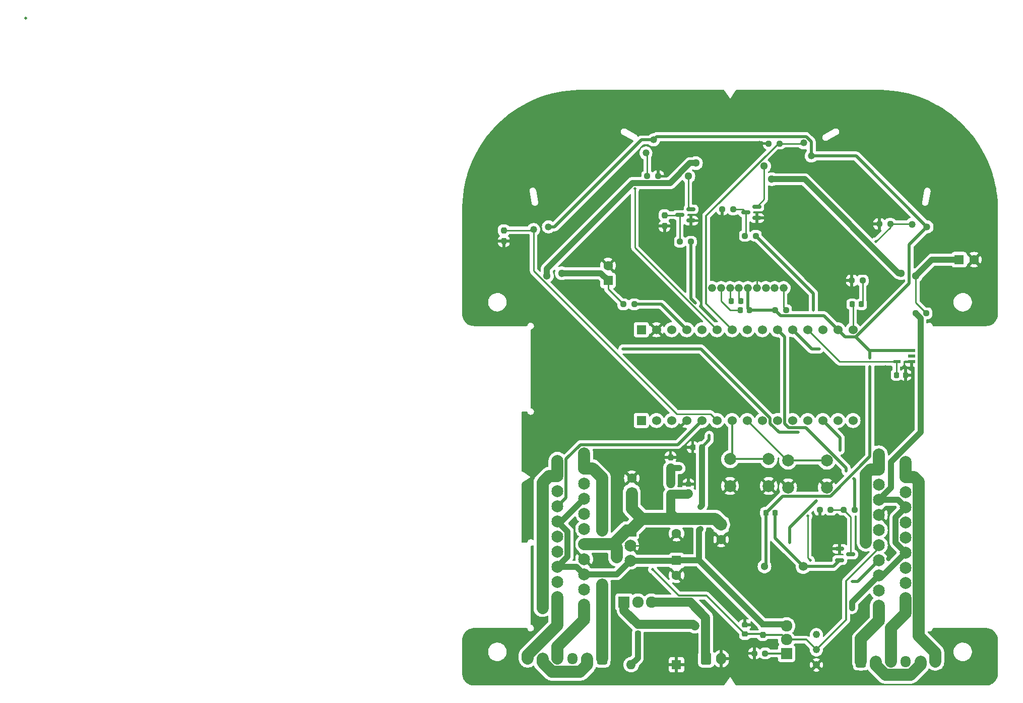
<source format=gtl>
%TF.GenerationSoftware,KiCad,Pcbnew,8.0.5*%
%TF.CreationDate,2024-11-23T08:17:22+09:00*%
%TF.ProjectId,mouse_v1,6d6f7573-655f-4763-912e-6b696361645f,rev?*%
%TF.SameCoordinates,Original*%
%TF.FileFunction,Copper,L1,Top*%
%TF.FilePolarity,Positive*%
%FSLAX46Y46*%
G04 Gerber Fmt 4.6, Leading zero omitted, Abs format (unit mm)*
G04 Created by KiCad (PCBNEW 8.0.5) date 2024-11-23 08:17:22*
%MOMM*%
%LPD*%
G01*
G04 APERTURE LIST*
G04 Aperture macros list*
%AMRoundRect*
0 Rectangle with rounded corners*
0 $1 Rounding radius*
0 $2 $3 $4 $5 $6 $7 $8 $9 X,Y pos of 4 corners*
0 Add a 4 corners polygon primitive as box body*
4,1,4,$2,$3,$4,$5,$6,$7,$8,$9,$2,$3,0*
0 Add four circle primitives for the rounded corners*
1,1,$1+$1,$2,$3*
1,1,$1+$1,$4,$5*
1,1,$1+$1,$6,$7*
1,1,$1+$1,$8,$9*
0 Add four rect primitives between the rounded corners*
20,1,$1+$1,$2,$3,$4,$5,0*
20,1,$1+$1,$4,$5,$6,$7,0*
20,1,$1+$1,$6,$7,$8,$9,0*
20,1,$1+$1,$8,$9,$2,$3,0*%
G04 Aperture macros list end*
%TA.AperFunction,SMDPad,CuDef*%
%ADD10RoundRect,0.150000X-0.587500X-0.150000X0.587500X-0.150000X0.587500X0.150000X-0.587500X0.150000X0*%
%TD*%
%TA.AperFunction,ComponentPad*%
%ADD11R,1.600000X1.600000*%
%TD*%
%TA.AperFunction,ComponentPad*%
%ADD12C,1.600000*%
%TD*%
%TA.AperFunction,ComponentPad*%
%ADD13C,1.217000*%
%TD*%
%TA.AperFunction,ComponentPad*%
%ADD14R,1.920000X1.920000*%
%TD*%
%TA.AperFunction,ComponentPad*%
%ADD15C,1.920000*%
%TD*%
%TA.AperFunction,SMDPad,CuDef*%
%ADD16RoundRect,0.237500X0.250000X0.237500X-0.250000X0.237500X-0.250000X-0.237500X0.250000X-0.237500X0*%
%TD*%
%TA.AperFunction,ComponentPad*%
%ADD17O,1.600000X1.600000*%
%TD*%
%TA.AperFunction,SMDPad,CuDef*%
%ADD18RoundRect,0.237500X0.237500X-0.250000X0.237500X0.250000X-0.237500X0.250000X-0.237500X-0.250000X0*%
%TD*%
%TA.AperFunction,ComponentPad*%
%ADD19C,1.337000*%
%TD*%
%TA.AperFunction,ComponentPad*%
%ADD20C,1.524000*%
%TD*%
%TA.AperFunction,ComponentPad*%
%ADD21C,1.300000*%
%TD*%
%TA.AperFunction,SMDPad,CuDef*%
%ADD22RoundRect,0.237500X-0.237500X0.250000X-0.237500X-0.250000X0.237500X-0.250000X0.237500X0.250000X0*%
%TD*%
%TA.AperFunction,SMDPad,CuDef*%
%ADD23RoundRect,0.237500X-0.250000X-0.237500X0.250000X-0.237500X0.250000X0.237500X-0.250000X0.237500X0*%
%TD*%
%TA.AperFunction,SMDPad,CuDef*%
%ADD24R,1.250000X0.600000*%
%TD*%
%TA.AperFunction,SMDPad,CuDef*%
%ADD25RoundRect,0.225000X0.250000X-0.225000X0.250000X0.225000X-0.250000X0.225000X-0.250000X-0.225000X0*%
%TD*%
%TA.AperFunction,SMDPad,CuDef*%
%ADD26RoundRect,0.218750X0.218750X0.256250X-0.218750X0.256250X-0.218750X-0.256250X0.218750X-0.256250X0*%
%TD*%
%TA.AperFunction,SMDPad,CuDef*%
%ADD27RoundRect,0.218750X-0.218750X-0.256250X0.218750X-0.256250X0.218750X0.256250X-0.218750X0.256250X0*%
%TD*%
%TA.AperFunction,ComponentPad*%
%ADD28C,2.000000*%
%TD*%
%TA.AperFunction,SMDPad,CuDef*%
%ADD29RoundRect,0.150000X0.587500X0.150000X-0.587500X0.150000X-0.587500X-0.150000X0.587500X-0.150000X0*%
%TD*%
%TA.AperFunction,SMDPad,CuDef*%
%ADD30RoundRect,0.218750X0.256250X-0.218750X0.256250X0.218750X-0.256250X0.218750X-0.256250X-0.218750X0*%
%TD*%
%TA.AperFunction,SMDPad,CuDef*%
%ADD31RoundRect,0.225000X0.225000X0.250000X-0.225000X0.250000X-0.225000X-0.250000X0.225000X-0.250000X0*%
%TD*%
%TA.AperFunction,SMDPad,CuDef*%
%ADD32RoundRect,0.225000X-0.225000X-0.250000X0.225000X-0.250000X0.225000X0.250000X-0.225000X0.250000X0*%
%TD*%
%TA.AperFunction,ComponentPad*%
%ADD33R,1.530000X1.530000*%
%TD*%
%TA.AperFunction,ComponentPad*%
%ADD34C,1.530000*%
%TD*%
%TA.AperFunction,ComponentPad*%
%ADD35C,1.995000*%
%TD*%
%TA.AperFunction,ComponentPad*%
%ADD36R,1.995000X1.995000*%
%TD*%
%TA.AperFunction,ComponentPad*%
%ADD37C,1.192000*%
%TD*%
%TA.AperFunction,ComponentPad*%
%ADD38RoundRect,0.250000X-0.600000X-0.725000X0.600000X-0.725000X0.600000X0.725000X-0.600000X0.725000X0*%
%TD*%
%TA.AperFunction,ComponentPad*%
%ADD39O,1.700000X1.950000*%
%TD*%
%TA.AperFunction,ComponentPad*%
%ADD40RoundRect,0.250000X0.600000X0.725000X-0.600000X0.725000X-0.600000X-0.725000X0.600000X-0.725000X0*%
%TD*%
%TA.AperFunction,ComponentPad*%
%ADD41RoundRect,0.250000X-0.600000X-0.750000X0.600000X-0.750000X0.600000X0.750000X-0.600000X0.750000X0*%
%TD*%
%TA.AperFunction,ComponentPad*%
%ADD42O,1.700000X2.000000*%
%TD*%
%TA.AperFunction,ViaPad*%
%ADD43C,0.500000*%
%TD*%
%TA.AperFunction,ViaPad*%
%ADD44C,0.800000*%
%TD*%
%TA.AperFunction,Conductor*%
%ADD45C,1.000000*%
%TD*%
%TA.AperFunction,Conductor*%
%ADD46C,0.250000*%
%TD*%
%TA.AperFunction,Conductor*%
%ADD47C,2.000000*%
%TD*%
%TA.AperFunction,Conductor*%
%ADD48C,1.500000*%
%TD*%
%TA.AperFunction,Conductor*%
%ADD49C,0.500000*%
%TD*%
%TA.AperFunction,Conductor*%
%ADD50C,0.300000*%
%TD*%
G04 APERTURE END LIST*
D10*
%TO.P,Q9,1,E*%
%TO.N,GND*%
X119252500Y-130590000D03*
%TO.P,Q9,2,C*%
%TO.N,Net-(D2-A)*%
X119252500Y-132490000D03*
%TO.P,Q9,3,B*%
%TO.N,Net-(Q9-B)*%
X121127500Y-131540000D03*
%TD*%
D11*
%TO.P,C11,1*%
%TO.N,Net-(LED2-A)*%
X139340000Y-82040000D03*
D12*
%TO.P,C11,2*%
%TO.N,GND*%
X141840000Y-82040000D03*
%TD*%
D13*
%TO.P,VR1,1,CCW*%
%TO.N,GND*%
X115340000Y-150080000D03*
%TO.P,VR1,2,WIPER*%
%TO.N,SLEEP*%
X115340000Y-147540000D03*
%TO.P,VR1,3,CW*%
%TO.N,unconnected-(VR1-CW-Pad3)*%
X115340000Y-145000000D03*
%TD*%
D14*
%TO.P,Q3,1,GATE*%
%TO.N,MOTOR_ENABLE*%
X110340000Y-148140000D03*
D15*
%TO.P,Q3,2,DRAIN*%
%TO.N,SLEEP*%
X110340000Y-145840000D03*
%TO.P,Q3,3,SOURCE*%
%TO.N,+5V*%
X110340000Y-143540000D03*
%TD*%
D16*
%TO.P,R14,1*%
%TO.N,+5V*%
X84752500Y-89540000D03*
%TO.P,R14,2*%
%TO.N,Net-(LED3-A)*%
X82927500Y-89540000D03*
%TD*%
%TO.P,R8,1*%
%TO.N,photosensor_4*%
X127752500Y-76040000D03*
%TO.P,R8,2*%
%TO.N,GND*%
X125927500Y-76040000D03*
%TD*%
D11*
%TO.P,SW4,1*%
%TO.N,GND*%
X91840000Y-150040000D03*
D17*
%TO.P,SW4,2*%
%TO.N,Net-(D1-K)*%
X84220000Y-150040000D03*
%TD*%
D18*
%TO.P,R18,1*%
%TO.N,+12V*%
X90840000Y-121452500D03*
%TO.P,R18,2*%
%TO.N,BATTERY*%
X90840000Y-119627500D03*
%TD*%
D19*
%TO.P,DS1,1,VO*%
%TO.N,unconnected-(DS1-VO-Pad1)*%
X97840000Y-86790000D03*
%TO.P,DS1,2,VOUT*%
%TO.N,Net-(DS1-VOUT)*%
X99340000Y-86790000D03*
%TO.P,DS1,3,CAP1N*%
%TO.N,Net-(DS1-CAP1N)*%
X100840000Y-86790000D03*
%TO.P,DS1,4,CAP1P*%
%TO.N,Net-(DS1-CAP1P)*%
X102340000Y-86790000D03*
%TO.P,DS1,5,VDD*%
%TO.N,+3.3V*%
X103840000Y-86790000D03*
%TO.P,DS1,6,VSS*%
%TO.N,GND*%
X105340000Y-86790000D03*
%TO.P,DS1,7,SDA*%
%TO.N,I2C1_SDA*%
X106840000Y-86790000D03*
%TO.P,DS1,8,SCL*%
%TO.N,I2C1_SCL*%
X108340000Y-86790000D03*
%TO.P,DS1,9,XRESTB*%
%TO.N,Net-(DS1-XRESTB)*%
X109840000Y-86790000D03*
%TD*%
D20*
%TO.P,LS1,1,1*%
%TO.N,Net-(D2-A)*%
X113127500Y-133540000D03*
D21*
%TO.P,LS1,2,2*%
%TO.N,+3.3V*%
X106627500Y-133540000D03*
%TD*%
D22*
%TO.P,R3,1*%
%TO.N,+5V*%
X106340000Y-143227500D03*
%TO.P,R3,2*%
%TO.N,SLEEP*%
X106340000Y-145052500D03*
%TD*%
D18*
%TO.P,R19,1*%
%TO.N,BATTERY*%
X90840000Y-117040000D03*
%TO.P,R19,2*%
%TO.N,GND*%
X90840000Y-115215000D03*
%TD*%
D23*
%TO.P,R15,1*%
%TO.N,Net-(Q9-B)*%
X119927500Y-124040000D03*
%TO.P,R15,2*%
%TO.N,SPEAKER*%
X121752500Y-124040000D03*
%TD*%
D11*
%TO.P,C8,1*%
%TO.N,+12V*%
X99340000Y-126540000D03*
D12*
%TO.P,C8,2*%
%TO.N,GND*%
X99340000Y-129040000D03*
%TD*%
D11*
%TO.P,C7,1*%
%TO.N,+12V*%
X91840000Y-125540000D03*
D12*
%TO.P,C7,2*%
%TO.N,GND*%
X91840000Y-128040000D03*
%TD*%
D24*
%TO.P,IC2,1,GND*%
%TO.N,GND*%
X131385000Y-99180000D03*
%TO.P,IC2,2,NC*%
%TO.N,unconnected-(IC2-NC-Pad2)*%
X131385000Y-98230000D03*
%TO.P,IC2,3,OE/~{ST}/NC*%
%TO.N,+3.3V*%
X131385000Y-97280000D03*
%TO.P,IC2,4,VDD*%
X128885000Y-97280000D03*
%TO.P,IC2,5,OUT*%
%TO.N,MCO*%
X128885000Y-99180000D03*
%TD*%
D25*
%TO.P,C6,1*%
%TO.N,SLEEP*%
X103340000Y-144915000D03*
%TO.P,C6,2*%
%TO.N,GND*%
X103340000Y-143365000D03*
%TD*%
D26*
%TO.P,D3,1,K*%
%TO.N,Net-(D3-K)*%
X122915000Y-89540000D03*
%TO.P,D3,2,A*%
%TO.N,INTERFACELED*%
X121340000Y-89540000D03*
%TD*%
D27*
%TO.P,D2,1,K*%
%TO.N,+3.3V*%
X106840000Y-124540000D03*
%TO.P,D2,2,A*%
%TO.N,Net-(D2-A)*%
X108415000Y-124540000D03*
%TD*%
D28*
%TO.P,SW1,1,1*%
%TO.N,GND*%
X117090000Y-120290000D03*
X110590000Y-120290000D03*
%TO.P,SW1,2,2*%
%TO.N,SWITCH_1*%
X117090000Y-115790000D03*
X110590000Y-115790000D03*
%TD*%
D29*
%TO.P,Q8,1,E*%
%TO.N,GND*%
X94277500Y-75490000D03*
%TO.P,Q8,2,C*%
%TO.N,Net-(LED4-K)*%
X94277500Y-73590000D03*
%TO.P,Q8,3,B*%
%TO.N,Net-(Q8-B)*%
X92402500Y-74540000D03*
%TD*%
D30*
%TO.P,D1,1,K*%
%TO.N,Net-(D1-K)*%
X85340000Y-144827500D03*
%TO.P,D1,2,A*%
%TO.N,Net-(D1-A)*%
X85340000Y-143252500D03*
%TD*%
D22*
%TO.P,R13,1*%
%TO.N,Net-(Q8-B)*%
X89840000Y-74590000D03*
%TO.P,R13,2*%
%TO.N,GND*%
X89840000Y-76415000D03*
%TD*%
D31*
%TO.P,C3,1*%
%TO.N,+5V*%
X96115000Y-113540000D03*
%TO.P,C3,2*%
%TO.N,GND*%
X94565000Y-113540000D03*
%TD*%
D23*
%TO.P,R4,1*%
%TO.N,+3.3V*%
X108427500Y-90540000D03*
%TO.P,R4,2*%
%TO.N,Net-(DS1-XRESTB)*%
X110252500Y-90540000D03*
%TD*%
D32*
%TO.P,C5,1*%
%TO.N,MCO*%
X128790000Y-101420000D03*
%TO.P,C5,2*%
%TO.N,GND*%
X130340000Y-101420000D03*
%TD*%
D33*
%TO.P,U1,CN3_1,PA9*%
%TO.N,I2C1_SCL*%
X85940000Y-109040000D03*
D34*
%TO.P,U1,CN3_2,PA10*%
%TO.N,I2C1_SDA*%
X88480000Y-109040000D03*
%TO.P,U1,CN3_3,NRST_CN3*%
%TO.N,unconnected-(U1A-NRST_CN3-PadCN3_3)*%
X91020000Y-109040000D03*
%TO.P,U1,CN3_4,GND_CN3*%
%TO.N,GND*%
X93560000Y-109040000D03*
%TO.P,U1,CN3_5,PA12*%
%TO.N,MOTOR_CW{slash}CCW_L*%
X96100000Y-109040000D03*
%TO.P,U1,CN3_6,PB0*%
%TO.N,photosensor_1*%
X98640000Y-109040000D03*
%TO.P,U1,CN3_7,PB7*%
%TO.N,SWITCH_2*%
X101180000Y-109040000D03*
%TO.P,U1,CN3_8,PB6*%
%TO.N,SWITCH_1*%
X103720000Y-109040000D03*
%TO.P,U1,CN3_9,PB1*%
%TO.N,BATTERY*%
X106260000Y-109040000D03*
%TO.P,U1,CN3_10,PC14*%
%TO.N,SENSORLED_1*%
X108800000Y-109040000D03*
%TO.P,U1,CN3_11,PC15*%
%TO.N,SENSORLED_2*%
X111340000Y-109040000D03*
%TO.P,U1,CN3_12,PA8*%
%TO.N,MOTOR_CLOCK_L*%
X113880000Y-109040000D03*
%TO.P,U1,CN3_13,PA11*%
%TO.N,MOTOR_ENABLE*%
X116420000Y-109040000D03*
%TO.P,U1,CN3_14,PB5*%
%TO.N,MD_RESET*%
X118960000Y-109040000D03*
%TO.P,U1,CN3_15,PB4*%
%TO.N,MOTOR_CW{slash}CCW_R*%
X121500000Y-109040000D03*
D33*
%TO.P,U1,CN4_1,VIN*%
%TO.N,unconnected-(U1B-VIN-PadCN4_1)*%
X85940000Y-93800000D03*
D34*
%TO.P,U1,CN4_2,GND_CN4*%
%TO.N,GND*%
X88480000Y-93800000D03*
%TO.P,U1,CN4_3,NRST_CN4*%
%TO.N,unconnected-(U1B-NRST_CN4-PadCN4_3)*%
X91020000Y-93800000D03*
%TO.P,U1,CN4_4,+5V*%
%TO.N,+5V*%
X93560000Y-93800000D03*
%TO.P,U1,CN4_5,PA2*%
%TO.N,unconnected-(U1B-PA2-PadCN4_5)*%
X96100000Y-93800000D03*
%TO.P,U1,CN4_6,PA7*%
%TO.N,photosensor_2*%
X98640000Y-93800000D03*
%TO.P,U1,CN4_7,PA6*%
%TO.N,photosensor_3*%
X101180000Y-93800000D03*
%TO.P,U1,CN4_8,PA5*%
%TO.N,photosensor_4*%
X103720000Y-93800000D03*
%TO.P,U1,CN4_9,PA4*%
%TO.N,unconnected-(U1B-PA4-PadCN4_9)*%
X106260000Y-93800000D03*
%TO.P,U1,CN4_10,PA3*%
%TO.N,SPEAKER*%
X108800000Y-93800000D03*
%TO.P,U1,CN4_11,PA1*%
%TO.N,MOTOR_CLOCK_R*%
X111340000Y-93800000D03*
%TO.P,U1,CN4_12,PA0*%
%TO.N,MCO*%
X113880000Y-93800000D03*
%TO.P,U1,CN4_13,AREF*%
%TO.N,unconnected-(U1B-AREF-PadCN4_13)*%
X116420000Y-93800000D03*
%TO.P,U1,CN4_14,+3V3*%
%TO.N,+3.3V*%
X118960000Y-93800000D03*
%TO.P,U1,CN4_15,PB3*%
%TO.N,INTERFACELED*%
X121500000Y-93800000D03*
%TD*%
D29*
%TO.P,Q1,1,E*%
%TO.N,GND*%
X105340000Y-75040000D03*
%TO.P,Q1,2,C*%
%TO.N,Net-(LED1-K)*%
X105340000Y-73140000D03*
%TO.P,Q1,3,B*%
%TO.N,Net-(Q1-B)*%
X103465000Y-74090000D03*
%TD*%
D35*
%TO.P,U2,1,OUTA*%
%TO.N,OUTA_R*%
X125840000Y-114720000D03*
%TO.P,U2,2,OUTA*%
%TO.N,OUTA{slash}_R*%
X130340000Y-115990000D03*
%TO.P,U2,3,~{OUTA}*%
%TO.N,OUTA_R*%
X125840000Y-117260000D03*
%TO.P,U2,4,~{OUTA}*%
%TO.N,OUTA{slash}_R*%
X130340000Y-118530000D03*
%TO.P,U2,5,SENSE_A*%
%TO.N,unconnected-(U2-SENSE_A-Pad5)*%
X125840000Y-119800000D03*
%TO.P,U2,6,N.C.*%
%TO.N,unconnected-(U2-N.C.-Pad6)*%
X130340000Y-121070000D03*
%TO.P,U2,7,M1*%
%TO.N,+5V*%
X125840000Y-122340000D03*
%TO.P,U2,8,M2*%
X130340000Y-123610000D03*
%TO.P,U2,9,M3*%
%TO.N,GND*%
X125840000Y-124880000D03*
%TO.P,U2,10,CLOCK*%
%TO.N,MOTOR_CLOCK_R*%
X130340000Y-126150000D03*
%TO.P,U2,11,VBB*%
%TO.N,+12V*%
X125840000Y-127420000D03*
%TO.P,U2,12,GND*%
%TO.N,GND*%
X130340000Y-128690000D03*
%TO.P,U2,13,REF/SLEEP1*%
%TO.N,SLEEP*%
X125840000Y-129960000D03*
%TO.P,U2,14,VDD*%
%TO.N,+5V*%
X130340000Y-131230000D03*
%TO.P,U2,15,RESET*%
%TO.N,MD_RESET*%
X125840000Y-132500000D03*
%TO.P,U2,16,CW/CCW*%
%TO.N,MOTOR_CW{slash}CCW_R*%
X130340000Y-133770000D03*
%TO.P,U2,17,SYNC*%
%TO.N,+5V*%
X125840000Y-135040000D03*
%TO.P,U2,18,FLAG*%
%TO.N,unconnected-(U2-FLAG-Pad18)*%
X130340000Y-136310000D03*
%TO.P,U2,19,SENSE_B*%
%TO.N,unconnected-(U2-SENSE_B-Pad19)*%
X125840000Y-137580000D03*
%TO.P,U2,20,~{OUTB}*%
%TO.N,OUTB_R*%
X130340000Y-138850000D03*
%TO.P,U2,21,~{OUTB}*%
%TO.N,OUTB{slash}_R*%
X125840000Y-140120000D03*
%TO.P,U2,22,OUTB*%
%TO.N,OUTB_R*%
X130340000Y-141390000D03*
%TO.P,U2,23,OUTB*%
%TO.N,OUTB{slash}_R*%
X125840000Y-142660000D03*
%TD*%
D23*
%TO.P,R12,1*%
%TO.N,Net-(Q8-B)*%
X92427500Y-79040000D03*
%TO.P,R12,2*%
%TO.N,SENSORLED_1*%
X94252500Y-79040000D03*
%TD*%
D16*
%TO.P,R2,1*%
%TO.N,MOTOR_ENABLE*%
X106752500Y-148140000D03*
%TO.P,R2,2*%
%TO.N,GND*%
X104927500Y-148140000D03*
%TD*%
D25*
%TO.P,C1,1*%
%TO.N,+12V*%
X93840000Y-121315000D03*
%TO.P,C1,2*%
%TO.N,GND*%
X93840000Y-119765000D03*
%TD*%
D36*
%TO.P,IC1,1,IN*%
%TO.N,+12V*%
X84065000Y-127500000D03*
D35*
%TO.P,IC1,2,GND*%
%TO.N,GND*%
X84065000Y-130040000D03*
%TO.P,IC1,3,OUT*%
%TO.N,+5V*%
X84065000Y-132580000D03*
%TD*%
D28*
%TO.P,SW2,1,1*%
%TO.N,GND*%
X107340000Y-120040000D03*
X100840000Y-120040000D03*
%TO.P,SW2,2,2*%
%TO.N,SWITCH_2*%
X107340000Y-115540000D03*
X100840000Y-115540000D03*
%TD*%
D23*
%TO.P,R9,1*%
%TO.N,+5V*%
X132015000Y-91040000D03*
%TO.P,R9,2*%
%TO.N,Net-(LED2-A)*%
X133840000Y-91040000D03*
%TD*%
D22*
%TO.P,R5,1*%
%TO.N,photosensor_1*%
X62840000Y-77127500D03*
%TO.P,R5,2*%
%TO.N,GND*%
X62840000Y-78952500D03*
%TD*%
D16*
%TO.P,1K1,1*%
%TO.N,Net-(D3-K)*%
X123127500Y-85540000D03*
%TO.P,1K1,2*%
%TO.N,GND*%
X121302500Y-85540000D03*
%TD*%
D23*
%TO.P,R11,1*%
%TO.N,Net-(Q1-B)*%
X103340000Y-78040000D03*
%TO.P,R11,2*%
%TO.N,SENSORLED_2*%
X105165000Y-78040000D03*
%TD*%
D16*
%TO.P,R7,1*%
%TO.N,photosensor_3*%
X109165000Y-62540000D03*
%TO.P,R7,2*%
%TO.N,GND*%
X107340000Y-62540000D03*
%TD*%
D23*
%TO.P,R16,1*%
%TO.N,GND*%
X115927500Y-124040000D03*
%TO.P,R16,2*%
%TO.N,Net-(Q9-B)*%
X117752500Y-124040000D03*
%TD*%
D11*
%TO.P,C4,1*%
%TO.N,+5V*%
X91840000Y-132540000D03*
D12*
%TO.P,C4,2*%
%TO.N,GND*%
X91840000Y-135040000D03*
%TD*%
D31*
%TO.P,C10,1*%
%TO.N,Net-(DS1-CAP1P)*%
X102615000Y-89040000D03*
%TO.P,C10,2*%
%TO.N,Net-(DS1-CAP1N)*%
X101065000Y-89040000D03*
%TD*%
D16*
%TO.P,R10,1*%
%TO.N,Net-(Q1-B)*%
X101377500Y-73590000D03*
%TO.P,R10,2*%
%TO.N,GND*%
X99552500Y-73590000D03*
%TD*%
D14*
%TO.P,Q2,1,GATE*%
%TO.N,Net-(D1-A)*%
X83040000Y-139540000D03*
D15*
%TO.P,Q2,2,DRAIN*%
%TO.N,+12V*%
X85340000Y-139540000D03*
%TO.P,Q2,3,SOURCE*%
%TO.N,Net-(J3-Pin_1)*%
X87640000Y-139540000D03*
%TD*%
D11*
%TO.P,C12,1*%
%TO.N,Net-(LED3-A)*%
X80340000Y-85540000D03*
D12*
%TO.P,C12,2*%
%TO.N,GND*%
X80340000Y-83040000D03*
%TD*%
D23*
%TO.P,R1,1*%
%TO.N,Net-(D1-A)*%
X94927500Y-143540000D03*
%TO.P,R1,2*%
%TO.N,Net-(J3-Pin_1)*%
X96752500Y-143540000D03*
%TD*%
D11*
%TO.P,C2,1*%
%TO.N,+12V*%
X84340000Y-121222380D03*
D12*
%TO.P,C2,2*%
%TO.N,GND*%
X84340000Y-118722380D03*
%TD*%
D31*
%TO.P,C9,1*%
%TO.N,+3.3V*%
X104115000Y-90540000D03*
%TO.P,C9,2*%
%TO.N,Net-(DS1-VOUT)*%
X102565000Y-90540000D03*
%TD*%
D23*
%TO.P,R6,1*%
%TO.N,photosensor_2*%
X86927500Y-68040000D03*
%TO.P,R6,2*%
%TO.N,GND*%
X88752500Y-68040000D03*
%TD*%
D35*
%TO.P,U3,1,OUTA*%
%TO.N,OUTA_L*%
X76340000Y-142480000D03*
%TO.P,U3,2,OUTA*%
%TO.N,OUTA{slash}_L*%
X71840000Y-141210000D03*
%TO.P,U3,3,~{OUTA}*%
%TO.N,OUTA_L*%
X76340000Y-139940000D03*
%TO.P,U3,4,~{OUTA}*%
%TO.N,OUTA{slash}_L*%
X71840000Y-138670000D03*
%TO.P,U3,5,SENSE_A*%
%TO.N,unconnected-(U3-SENSE_A-Pad5)*%
X76340000Y-137400000D03*
%TO.P,U3,6,N.C.*%
%TO.N,unconnected-(U3-N.C.-Pad6)*%
X71840000Y-136130000D03*
%TO.P,U3,7,M1*%
%TO.N,+5V*%
X76340000Y-134860000D03*
%TO.P,U3,8,M2*%
X71840000Y-133590000D03*
%TO.P,U3,9,M3*%
%TO.N,GND*%
X76340000Y-132320000D03*
%TO.P,U3,10,CLOCK*%
%TO.N,MOTOR_CLOCK_L*%
X71840000Y-131050000D03*
%TO.P,U3,11,VBB*%
%TO.N,+12V*%
X76340000Y-129780000D03*
%TO.P,U3,12,GND*%
%TO.N,GND*%
X71840000Y-128510000D03*
%TO.P,U3,13,REF/SLEEP1*%
%TO.N,SLEEP*%
X76340000Y-127240000D03*
%TO.P,U3,14,VDD*%
%TO.N,+5V*%
X71840000Y-125970000D03*
%TO.P,U3,15,RESET*%
%TO.N,MD_RESET*%
X76340000Y-124700000D03*
%TO.P,U3,16,CW/CCW*%
%TO.N,MOTOR_CW{slash}CCW_L*%
X71840000Y-123430000D03*
%TO.P,U3,17,SYNC*%
%TO.N,+5V*%
X76340000Y-122160000D03*
%TO.P,U3,18,FLAG*%
%TO.N,unconnected-(U3-FLAG-Pad18)*%
X71840000Y-120890000D03*
%TO.P,U3,19,SENSE_B*%
%TO.N,unconnected-(U3-SENSE_B-Pad19)*%
X76340000Y-119620000D03*
%TO.P,U3,20,~{OUTB}*%
%TO.N,OUTB_L*%
X71840000Y-118350000D03*
%TO.P,U3,21,~{OUTB}*%
%TO.N,OUTB{slash}_L*%
X76340000Y-117080000D03*
%TO.P,U3,22,OUTB*%
%TO.N,OUTB_L*%
X71840000Y-115810000D03*
%TO.P,U3,23,OUTB*%
%TO.N,OUTB{slash}_L*%
X76340000Y-114540000D03*
%TD*%
D37*
%TO.P,Q6,1,E*%
%TO.N,photosensor_3*%
X113205000Y-62440148D03*
%TO.P,Q6,2,C*%
%TO.N,+3.3V*%
X114475000Y-64639853D03*
%TD*%
%TO.P,Q5,1,E*%
%TO.N,photosensor_2*%
X86705000Y-64139852D03*
%TO.P,Q5,2,C*%
%TO.N,+3.3V*%
X87975000Y-61940147D03*
%TD*%
D38*
%TO.P,J2,1,Pin_1*%
%TO.N,OUTB{slash}_R*%
X122840000Y-149540000D03*
D39*
%TO.P,J2,2,Pin_2*%
%TO.N,+12V*%
X125340000Y-149540000D03*
%TO.P,J2,3,Pin_3*%
%TO.N,OUTB_R*%
X127840000Y-149540000D03*
%TO.P,J2,4,Pin_4*%
%TO.N,OUTA_R*%
X130340000Y-149540000D03*
%TO.P,J2,5,Pin_5*%
%TO.N,+12V*%
X132840000Y-149540000D03*
%TO.P,J2,6,Pin_6*%
%TO.N,OUTA{slash}_R*%
X135340000Y-149540000D03*
%TD*%
D21*
%TO.P,LED4,1,K*%
%TO.N,Net-(LED4-K)*%
X93840000Y-68040000D03*
%TO.P,LED4,2,A*%
%TO.N,Net-(LED3-K)*%
X95110000Y-65840295D03*
%TD*%
D37*
%TO.P,Q7,1,E*%
%TO.N,photosensor_4*%
X131426088Y-76098934D03*
%TO.P,Q7,2,C*%
%TO.N,+3.3V*%
X133927500Y-76540001D03*
%TD*%
D40*
%TO.P,J1,1,Pin_1*%
%TO.N,OUTB{slash}_L*%
X79340000Y-149040000D03*
D39*
%TO.P,J1,2,Pin_2*%
%TO.N,+12V*%
X76840000Y-149040000D03*
%TO.P,J1,3,Pin_3*%
%TO.N,OUTB_L*%
X74340000Y-149040000D03*
%TO.P,J1,4,Pin_4*%
%TO.N,OUTA_L*%
X71840000Y-149040000D03*
%TO.P,J1,5,Pin_5*%
%TO.N,+12V*%
X69340000Y-149040000D03*
%TO.P,J1,6,Pin_6*%
%TO.N,OUTA{slash}_L*%
X66840000Y-149040000D03*
%TD*%
D41*
%TO.P,J3,1,Pin_1*%
%TO.N,Net-(J3-Pin_1)*%
X96840000Y-149040000D03*
D42*
%TO.P,J3,2,Pin_2*%
%TO.N,GND*%
X99340000Y-149040000D03*
%TD*%
D21*
%TO.P,LED3,1,K*%
%TO.N,Net-(LED3-K)*%
X70059750Y-84765743D03*
%TO.P,LED3,2,A*%
%TO.N,Net-(LED3-A)*%
X72561162Y-84324676D03*
%TD*%
D37*
%TO.P,Q4,1,E*%
%TO.N,photosensor_1*%
X67838588Y-76981066D03*
%TO.P,Q4,2,C*%
%TO.N,+3.3V*%
X70340000Y-76539999D03*
%TD*%
D21*
%TO.P,LED2,1,K*%
%TO.N,Net-(LED1-A)*%
X129559750Y-84314257D03*
%TO.P,LED2,2,A*%
%TO.N,Net-(LED2-A)*%
X132061162Y-84755323D03*
%TD*%
%TO.P,LED1,1,K*%
%TO.N,Net-(LED1-K)*%
X106570000Y-66340295D03*
%TO.P,LED1,2,A*%
%TO.N,Net-(LED1-A)*%
X107840000Y-68540000D03*
%TD*%
D43*
%TO.N,*%
X-17470000Y-41460000D03*
D44*
%TO.N,GND*%
X118830000Y-147340000D03*
X95580000Y-136800000D03*
X142410000Y-72770000D03*
X122530000Y-101240000D03*
X143880000Y-90650000D03*
X73380000Y-60210000D03*
X143940000Y-148580000D03*
X119020000Y-90800000D03*
X105180000Y-132030000D03*
X123360000Y-72870000D03*
X73910000Y-76700000D03*
X86540000Y-99570000D03*
X111940000Y-141060000D03*
X81490000Y-76740000D03*
X76840000Y-88330000D03*
X76700000Y-80930000D03*
X89150000Y-145620000D03*
X87560000Y-106050000D03*
X92900000Y-145870000D03*
X75000000Y-68520000D03*
X87710000Y-70660000D03*
X112550000Y-103170000D03*
X116430000Y-128830000D03*
X98600000Y-60160000D03*
X77650000Y-64380000D03*
X89940000Y-80220000D03*
X139850000Y-145320000D03*
X94930000Y-112080000D03*
X83220000Y-145970000D03*
X138730000Y-76230000D03*
X103170000Y-152330000D03*
X80550000Y-57970000D03*
X98500000Y-122410000D03*
X105760000Y-62470000D03*
X86390000Y-115270000D03*
X114750000Y-75410000D03*
X105400000Y-123030000D03*
X61880000Y-68470000D03*
X97200000Y-136550000D03*
X103950000Y-82080000D03*
X68380000Y-112900000D03*
X70850000Y-107160000D03*
X126000000Y-87870000D03*
X90320000Y-70690000D03*
X126950000Y-100160000D03*
X120240000Y-55920000D03*
X92060000Y-105440000D03*
X100700000Y-64220000D03*
X127480000Y-132290000D03*
D43*
X110840000Y-89040000D03*
D44*
X133040000Y-67350000D03*
X67340000Y-126040000D03*
D43*
X111840000Y-82540000D03*
D44*
X116040000Y-83320000D03*
X86140000Y-85180000D03*
X74820000Y-100400000D03*
X98570000Y-132300000D03*
X70490000Y-100100000D03*
X59800000Y-86190000D03*
X121800000Y-80010000D03*
X81790000Y-137020000D03*
X99080000Y-82180000D03*
X97840000Y-68040000D03*
X122360000Y-62080000D03*
X81020000Y-115720000D03*
X70790000Y-93410000D03*
X107340000Y-82540000D03*
X112730000Y-99340000D03*
X138630000Y-63110000D03*
X118530000Y-128630000D03*
X86340000Y-73230000D03*
X91400000Y-99620000D03*
X136330000Y-88020000D03*
X131780000Y-56410000D03*
X88340000Y-136800000D03*
X125310000Y-83470000D03*
X104520000Y-119160000D03*
X99590000Y-77220000D03*
X111240000Y-76780000D03*
X91180000Y-82450000D03*
X129980000Y-105340000D03*
X92090000Y-111020000D03*
X97990000Y-113800000D03*
X89640000Y-55910000D03*
X64530000Y-145370000D03*
X62460000Y-151650000D03*
X80360000Y-107820000D03*
X121230000Y-144080000D03*
X99410000Y-111970000D03*
X98770000Y-138370000D03*
X97260000Y-55940000D03*
X77550000Y-73200000D03*
X103760000Y-97590000D03*
X102550000Y-122910000D03*
X66710000Y-62600000D03*
X106350000Y-102530000D03*
X80990000Y-93300000D03*
X109740000Y-54990000D03*
X90100000Y-66660000D03*
X121560000Y-113150000D03*
X104120000Y-137860000D03*
X115410000Y-139430000D03*
X112540000Y-88370000D03*
D43*
X117840000Y-71040000D03*
D44*
X129620000Y-61180000D03*
X99080000Y-144320000D03*
X120930000Y-67760000D03*
D43*
%TO.N,+12V*%
X81840000Y-132040000D03*
%TO.N,+5V*%
X95840000Y-123540000D03*
X121340000Y-140540000D03*
X97340000Y-111540000D03*
X95840000Y-127240000D03*
%TO.N,SLEEP*%
X87840000Y-134040000D03*
%TO.N,+3.3V*%
X124340000Y-98540000D03*
X124340000Y-100040000D03*
%TO.N,OUTB{slash}_L*%
X79340000Y-136560000D03*
X79340000Y-127540000D03*
%TO.N,OUTB_L*%
X69340000Y-140540000D03*
%TO.N,OUTA_R*%
X123642500Y-129540000D03*
%TO.N,MOTOR_ENABLE*%
X115340000Y-122540000D03*
X110840000Y-129540000D03*
X119340000Y-114040000D03*
%TO.N,photosensor_2*%
X84840000Y-70115000D03*
%TO.N,photosensor_4*%
X125340000Y-79040000D03*
%TO.N,SENSORLED_1*%
X95016587Y-89363413D03*
%TO.N,SPEAKER*%
X120340000Y-117540000D03*
X121610280Y-118810280D03*
%TO.N,BATTERY*%
X92340000Y-117040000D03*
%TO.N,MD_RESET*%
X113910000Y-125090000D03*
X121340000Y-136040000D03*
X114340000Y-132540000D03*
%TO.N,MOTOR_CLOCK_L*%
X82840000Y-97040000D03*
X112340000Y-111040000D03*
%TO.N,SENSORLED_2*%
X114840000Y-90540000D03*
%TO.N,MOTOR_CLOCK_R*%
X115840000Y-97040000D03*
%TD*%
D45*
%TO.N,Net-(LED3-K)*%
X94129705Y-65840295D02*
X95110000Y-65840295D01*
X86282594Y-69215000D02*
X90755000Y-69215000D01*
X86232594Y-69165000D02*
X86282594Y-69215000D01*
X70059750Y-83551747D02*
X84446497Y-69165000D01*
X90755000Y-69215000D02*
X94129705Y-65840295D01*
X70059750Y-84765743D02*
X70059750Y-83551747D01*
X84446497Y-69165000D02*
X86232594Y-69165000D01*
%TO.N,Net-(LED3-A)*%
X79124676Y-84324676D02*
X80340000Y-85540000D01*
X72561162Y-84324676D02*
X79124676Y-84324676D01*
%TO.N,Net-(LED1-A)*%
X129155743Y-84314257D02*
X129559750Y-84314257D01*
X113381486Y-68540000D02*
X129155743Y-84314257D01*
X107840000Y-68540000D02*
X113381486Y-68540000D01*
%TO.N,Net-(LED2-A)*%
X134776485Y-82040000D02*
X132061162Y-84755323D01*
X139340000Y-82040000D02*
X134776485Y-82040000D01*
D46*
%TO.N,Net-(D3-K)*%
X123127500Y-85540000D02*
X123127500Y-89327500D01*
X123127500Y-89327500D02*
X122915000Y-89540000D01*
%TO.N,GND*%
X89840000Y-130040000D02*
X91840000Y-128040000D01*
X93560000Y-109040000D02*
X92090000Y-110510000D01*
X84065000Y-130040000D02*
X89840000Y-130040000D01*
X105340000Y-86790000D02*
X105340000Y-84540000D01*
X105340000Y-84540000D02*
X107340000Y-82540000D01*
X92090000Y-110510000D02*
X92090000Y-111020000D01*
D47*
%TO.N,+12V*%
X76340000Y-129780000D02*
X81217265Y-129780000D01*
X81840000Y-132040000D02*
X81840000Y-130402735D01*
X83497265Y-127500000D02*
X84065000Y-127500000D01*
D48*
X93702500Y-121452500D02*
X93840000Y-121315000D01*
D47*
X84340000Y-121222380D02*
X84340000Y-123855000D01*
D45*
X84340000Y-127225000D02*
X84065000Y-127500000D01*
D47*
X81840000Y-130402735D02*
X81217265Y-129780000D01*
X75640000Y-151240000D02*
X76840000Y-150040000D01*
X81217265Y-129780000D02*
X83497265Y-127500000D01*
X84065000Y-127500000D02*
X86025000Y-125540000D01*
X69340000Y-149651270D02*
X70928730Y-151240000D01*
X76840000Y-150040000D02*
X76840000Y-149040000D01*
D48*
X90840000Y-124540000D02*
X91840000Y-125540000D01*
D47*
X70928730Y-151240000D02*
X75640000Y-151240000D01*
X132840000Y-150064138D02*
X132840000Y-149540000D01*
D48*
X90840000Y-121452500D02*
X93702500Y-121452500D01*
D47*
X69340000Y-149040000D02*
X69340000Y-149651270D01*
X125340000Y-150151270D02*
X126928730Y-151740000D01*
D48*
X90840000Y-121452500D02*
X90840000Y-124540000D01*
D47*
X131164138Y-151740000D02*
X132840000Y-150064138D01*
X98340000Y-125540000D02*
X99340000Y-126540000D01*
X126928730Y-151740000D02*
X131164138Y-151740000D01*
X91840000Y-125540000D02*
X98340000Y-125540000D01*
X84340000Y-123855000D02*
X86025000Y-125540000D01*
X86025000Y-125540000D02*
X91840000Y-125540000D01*
X125340000Y-149540000D02*
X125340000Y-150151270D01*
D45*
%TO.N,+5V*%
X76340000Y-134860000D02*
X81785000Y-134860000D01*
X95840000Y-123540000D02*
X96115000Y-123265000D01*
X71840000Y-125970000D02*
X72530000Y-125970000D01*
X128642500Y-125307500D02*
X128642500Y-129532500D01*
X130340000Y-123610000D02*
X128642500Y-125307500D01*
X73537500Y-127667500D02*
X73537500Y-131892500D01*
X95652500Y-127427500D02*
X95840000Y-127240000D01*
X73537500Y-131892500D02*
X71840000Y-133590000D01*
D49*
X97340000Y-112315000D02*
X96115000Y-113540000D01*
X97340000Y-111540000D02*
X97340000Y-112315000D01*
D45*
X121340000Y-139540000D02*
X121340000Y-140540000D01*
D49*
X84752500Y-89540000D02*
X89300000Y-89540000D01*
D45*
X110027500Y-143227500D02*
X110340000Y-143540000D01*
X72530000Y-125970000D02*
X76340000Y-122160000D01*
X125840000Y-135040000D02*
X126530000Y-135040000D01*
X75070000Y-133590000D02*
X76340000Y-134860000D01*
X127840000Y-116040000D02*
X127840000Y-120340000D01*
X106340000Y-143227500D02*
X110027500Y-143227500D01*
X132840000Y-111040000D02*
X127840000Y-116040000D01*
X84065000Y-132580000D02*
X91800000Y-132580000D01*
X132840000Y-91865000D02*
X132840000Y-111040000D01*
X95652500Y-132540000D02*
X95652500Y-127427500D01*
X95652500Y-132540000D02*
X106340000Y-143227500D01*
X125840000Y-122340000D02*
X129070000Y-122340000D01*
X127840000Y-120340000D02*
X125840000Y-122340000D01*
X132015000Y-91040000D02*
X132840000Y-91865000D01*
X126530000Y-135040000D02*
X130340000Y-131230000D01*
X96115000Y-123265000D02*
X96115000Y-113540000D01*
X71840000Y-125970000D02*
X73537500Y-127667500D01*
X91840000Y-132540000D02*
X95652500Y-132540000D01*
X91800000Y-132580000D02*
X91840000Y-132540000D01*
X129070000Y-122340000D02*
X130340000Y-123610000D01*
X81785000Y-134860000D02*
X84065000Y-132580000D01*
X125840000Y-135040000D02*
X121340000Y-139540000D01*
X71840000Y-133590000D02*
X75070000Y-133590000D01*
X128642500Y-129532500D02*
X130340000Y-131230000D01*
D49*
X89300000Y-89540000D02*
X93560000Y-93800000D01*
D46*
%TO.N,MCO*%
X119260000Y-99180000D02*
X128885000Y-99180000D01*
X128790000Y-101420000D02*
X128790000Y-99275000D01*
X113880000Y-93800000D02*
X119260000Y-99180000D01*
X128790000Y-99275000D02*
X128885000Y-99180000D01*
D50*
%TO.N,SLEEP*%
X120340000Y-142540000D02*
X120340000Y-136000000D01*
X103340000Y-144915000D02*
X96865000Y-138440000D01*
X125840000Y-130500000D02*
X125840000Y-129960000D01*
X109552500Y-145052500D02*
X110340000Y-145840000D01*
X115340000Y-147540000D02*
X113640000Y-145840000D01*
X106202500Y-144915000D02*
X106340000Y-145052500D01*
X120340000Y-136000000D02*
X125840000Y-130500000D01*
X96865000Y-138440000D02*
X92240000Y-138440000D01*
X103340000Y-144915000D02*
X106202500Y-144915000D01*
X113640000Y-145840000D02*
X110340000Y-145840000D01*
X106340000Y-145052500D02*
X109552500Y-145052500D01*
X92240000Y-138440000D02*
X87840000Y-134040000D01*
X115340000Y-147540000D02*
X120340000Y-142540000D01*
D49*
%TO.N,+3.3V*%
X124340000Y-97401730D02*
X124218270Y-97280000D01*
X103840000Y-86790000D02*
X103840000Y-90265000D01*
X114475000Y-64639853D02*
X114475000Y-62230880D01*
X114475000Y-64639853D02*
X122027352Y-64639853D01*
X121978270Y-95040000D02*
X120200000Y-95040000D01*
X124340000Y-98540000D02*
X124340000Y-97401730D01*
X130961162Y-79506339D02*
X130961162Y-86057108D01*
X120200000Y-95040000D02*
X118960000Y-93800000D01*
X113638268Y-61394148D02*
X88520999Y-61394148D01*
X106840000Y-133327500D02*
X106627500Y-133540000D01*
X122027352Y-64639853D02*
X133927500Y-76540001D01*
X113589390Y-121740000D02*
X109640000Y-121740000D01*
X109640000Y-121740000D02*
X106840000Y-124540000D01*
X117690610Y-121740000D02*
X124340000Y-115090610D01*
X116625000Y-91465000D02*
X118960000Y-93800000D01*
X104115000Y-90540000D02*
X108427500Y-90540000D01*
X114475000Y-62230880D02*
X113638268Y-61394148D01*
X121978270Y-95040000D02*
X124218270Y-97280000D01*
X133927500Y-76540001D02*
X130961162Y-79506339D01*
X130961162Y-86057108D02*
X121978270Y-95040000D01*
X113589390Y-121740000D02*
X117690610Y-121740000D01*
X128885000Y-97280000D02*
X131385000Y-97280000D01*
X109352500Y-91465000D02*
X116625000Y-91465000D01*
X88520999Y-61394148D02*
X87975000Y-61940147D01*
X103840000Y-90265000D02*
X104115000Y-90540000D01*
X85939853Y-61940147D02*
X87975000Y-61940147D01*
X108427500Y-90540000D02*
X109352500Y-91465000D01*
X106840000Y-124540000D02*
X106840000Y-133327500D01*
X124218270Y-97280000D02*
X128885000Y-97280000D01*
X124340000Y-115090610D02*
X124340000Y-100040000D01*
X70340000Y-76539999D02*
X71340001Y-76539999D01*
X71340001Y-76539999D02*
X85939853Y-61940147D01*
D46*
%TO.N,Net-(DS1-VOUT)*%
X99340000Y-89040000D02*
X99340000Y-86790000D01*
X102565000Y-90540000D02*
X100840000Y-90540000D01*
X100840000Y-90540000D02*
X99340000Y-89040000D01*
%TO.N,Net-(DS1-CAP1P)*%
X102340000Y-88765000D02*
X102615000Y-89040000D01*
X102340000Y-86790000D02*
X102340000Y-88765000D01*
%TO.N,Net-(DS1-CAP1N)*%
X100840000Y-86790000D02*
X100840000Y-88815000D01*
X100840000Y-88815000D02*
X101065000Y-89040000D01*
%TO.N,Net-(LED2-A)*%
X132061162Y-84755323D02*
X132061162Y-89261162D01*
X132061162Y-89261162D02*
X133840000Y-91040000D01*
%TO.N,Net-(LED3-A)*%
X80340000Y-86952500D02*
X82927500Y-89540000D01*
X80340000Y-85540000D02*
X80340000Y-86952500D01*
D45*
%TO.N,Net-(D1-K)*%
X85340000Y-144827500D02*
X85340000Y-148920000D01*
X85340000Y-148920000D02*
X84220000Y-150040000D01*
D48*
%TO.N,Net-(D1-A)*%
X94640000Y-143252500D02*
X94927500Y-143540000D01*
X83040000Y-139540000D02*
X83040000Y-140952500D01*
X83040000Y-140952500D02*
X85340000Y-143252500D01*
X85340000Y-143252500D02*
X94640000Y-143252500D01*
D49*
%TO.N,Net-(D2-A)*%
X108415000Y-128827500D02*
X113127500Y-133540000D01*
X118202500Y-133540000D02*
X119252500Y-132490000D01*
X108415000Y-124540000D02*
X108415000Y-128827500D01*
X113127500Y-133540000D02*
X118202500Y-133540000D01*
D46*
%TO.N,INTERFACELED*%
X121500000Y-89700000D02*
X121340000Y-89540000D01*
X121500000Y-93800000D02*
X121500000Y-89700000D01*
%TO.N,Net-(DS1-XRESTB)*%
X109840000Y-90127500D02*
X110252500Y-90540000D01*
X109840000Y-86790000D02*
X109840000Y-90127500D01*
D47*
%TO.N,OUTB{slash}_L*%
X79340000Y-118669322D02*
X77750678Y-117080000D01*
X79340000Y-127540000D02*
X79340000Y-118669322D01*
X76340000Y-114540000D02*
X76340000Y-117080000D01*
X77750678Y-117080000D02*
X76340000Y-117080000D01*
X79340000Y-149040000D02*
X79340000Y-136560000D01*
%TO.N,OUTB_L*%
X71840000Y-118350000D02*
X70429322Y-118350000D01*
X69340000Y-119439322D02*
X69340000Y-140540000D01*
X70429322Y-118350000D02*
X69340000Y-119439322D01*
X71840000Y-115810000D02*
X71840000Y-118350000D01*
%TO.N,OUTA_L*%
X76340000Y-139940000D02*
X76340000Y-142480000D01*
X71840000Y-146980000D02*
X71840000Y-149040000D01*
X76340000Y-142480000D02*
X71840000Y-146980000D01*
%TO.N,OUTA{slash}_L*%
X71840000Y-141210000D02*
X71840000Y-138670000D01*
X66840000Y-148428730D02*
X66840000Y-149040000D01*
X71840000Y-141210000D02*
X71840000Y-143428730D01*
X71840000Y-143428730D02*
X66840000Y-148428730D01*
%TO.N,OUTB{slash}_R*%
X122840000Y-145660000D02*
X122840000Y-149540000D01*
X125840000Y-140120000D02*
X125840000Y-142660000D01*
X125840000Y-142660000D02*
X122840000Y-145660000D01*
%TO.N,OUTB_R*%
X130340000Y-138850000D02*
X130340000Y-141390000D01*
X130340000Y-141390000D02*
X127840000Y-143890000D01*
X127840000Y-143890000D02*
X127840000Y-149540000D01*
%TO.N,OUTA_R*%
X125840000Y-117260000D02*
X124429322Y-117260000D01*
X125840000Y-114720000D02*
X125840000Y-117260000D01*
X123642500Y-118046822D02*
X123642500Y-129540000D01*
X124429322Y-117260000D02*
X123642500Y-118046822D01*
%TO.N,OUTA{slash}_R*%
X135340000Y-149540000D02*
X135340000Y-148040000D01*
X131750678Y-118530000D02*
X130340000Y-118530000D01*
X132540000Y-119319322D02*
X131750678Y-118530000D01*
X132540000Y-145240000D02*
X132540000Y-119319322D01*
X135340000Y-148040000D02*
X132540000Y-145240000D01*
X130340000Y-115990000D02*
X130340000Y-118530000D01*
D48*
%TO.N,Net-(J3-Pin_1)*%
X87640000Y-139540000D02*
X94154040Y-139540000D01*
X96752500Y-142138460D02*
X96752500Y-143540000D01*
X96752500Y-143540000D02*
X96752500Y-148952500D01*
X94154040Y-139540000D02*
X96752500Y-142138460D01*
X96752500Y-148952500D02*
X96840000Y-149040000D01*
D46*
%TO.N,Net-(LED4-K)*%
X93840000Y-68040000D02*
X93840000Y-73152500D01*
X93840000Y-73152500D02*
X94277500Y-73590000D01*
%TO.N,Net-(Q1-B)*%
X103465000Y-77915000D02*
X103340000Y-78040000D01*
X101377500Y-73590000D02*
X102965000Y-73590000D01*
X103465000Y-74090000D02*
X103465000Y-77915000D01*
X102965000Y-73590000D02*
X103465000Y-74090000D01*
D49*
%TO.N,MOTOR_ENABLE*%
X115340000Y-122540000D02*
X110840000Y-127040000D01*
X116420000Y-109040000D02*
X119340000Y-111960000D01*
X110840000Y-127040000D02*
X110840000Y-129540000D01*
X119340000Y-111960000D02*
X119340000Y-114040000D01*
D50*
X106752500Y-148140000D02*
X110340000Y-148140000D01*
D46*
%TO.N,photosensor_1*%
X67692154Y-77127500D02*
X67838588Y-76981066D01*
X67838588Y-76981066D02*
X67838588Y-83923440D01*
X91865148Y-107950000D02*
X97550000Y-107950000D01*
X62840000Y-77127500D02*
X67692154Y-77127500D01*
X67838588Y-83923440D02*
X91865148Y-107950000D01*
X97550000Y-107950000D02*
X98640000Y-109040000D01*
%TO.N,photosensor_2*%
X86927500Y-64362352D02*
X86705000Y-64139852D01*
X86927500Y-68040000D02*
X86927500Y-64362352D01*
X84840000Y-80000000D02*
X84840000Y-70115000D01*
X98640000Y-93800000D02*
X84840000Y-80000000D01*
D50*
%TO.N,photosensor_3*%
X108956081Y-62540000D02*
X109165000Y-62540000D01*
D46*
X109165000Y-62540000D02*
X113105148Y-62540000D01*
X113105148Y-62540000D02*
X113205000Y-62440148D01*
D50*
X101180000Y-93800000D02*
X96821500Y-89441500D01*
X96821500Y-74674581D02*
X108956081Y-62540000D01*
X96821500Y-89441500D02*
X96821500Y-74674581D01*
D46*
%TO.N,photosensor_4*%
X127752500Y-76040000D02*
X127752500Y-76627500D01*
X127752500Y-76040000D02*
X131367154Y-76040000D01*
X127752500Y-76627500D02*
X125340000Y-79040000D01*
X131367154Y-76040000D02*
X131426088Y-76098934D01*
%TO.N,Net-(Q8-B)*%
X92402500Y-74540000D02*
X92402500Y-79015000D01*
X89840000Y-74590000D02*
X92352500Y-74590000D01*
X92352500Y-74590000D02*
X92402500Y-74540000D01*
X92402500Y-79015000D02*
X92427500Y-79040000D01*
%TO.N,Net-(Q9-B)*%
X119927500Y-124040000D02*
X119927500Y-124127500D01*
X117752500Y-124040000D02*
X119927500Y-124040000D01*
X119927500Y-124040000D02*
X121127500Y-125240000D01*
X121127500Y-125240000D02*
X121127500Y-131540000D01*
D49*
%TO.N,SENSORLED_1*%
X94252500Y-79040000D02*
X94252500Y-88599326D01*
X94252500Y-88599326D02*
X95016587Y-89363413D01*
%TO.N,SPEAKER*%
X110726730Y-110255000D02*
X110015000Y-109543270D01*
X120340000Y-117540000D02*
X120340000Y-116989390D01*
X121752500Y-118952500D02*
X121610280Y-118810280D01*
X110015000Y-95015000D02*
X108800000Y-93800000D01*
X113605610Y-110255000D02*
X110726730Y-110255000D01*
X110015000Y-109543270D02*
X110015000Y-95015000D01*
X121752500Y-124040000D02*
X121752500Y-118952500D01*
X120340000Y-116989390D02*
X113605610Y-110255000D01*
D48*
%TO.N,BATTERY*%
X90840000Y-117040000D02*
X90840000Y-119627500D01*
D45*
X92340000Y-117040000D02*
X90840000Y-117040000D01*
D50*
%TO.N,SWITCH_1*%
X110590000Y-115790000D02*
X117090000Y-115790000D01*
X110470000Y-115790000D02*
X110590000Y-115790000D01*
X103720000Y-109040000D02*
X110470000Y-115790000D01*
%TO.N,SWITCH_2*%
X101180000Y-109040000D02*
X101180000Y-115200000D01*
X101180000Y-115200000D02*
X100840000Y-115540000D01*
X100840000Y-115540000D02*
X107340000Y-115540000D01*
D46*
%TO.N,MD_RESET*%
X113910000Y-132110000D02*
X114340000Y-132540000D01*
X113910000Y-125090000D02*
X113910000Y-132110000D01*
D49*
X122300000Y-136040000D02*
X125840000Y-132500000D01*
X121340000Y-136040000D02*
X122300000Y-136040000D01*
%TO.N,MOTOR_CLOCK_L*%
X107585000Y-109543270D02*
X109081730Y-111040000D01*
X82840000Y-97040000D02*
X95978270Y-97040000D01*
X95978270Y-97040000D02*
X107585000Y-108646730D01*
X107585000Y-108646730D02*
X107585000Y-109543270D01*
X109081730Y-111040000D02*
X112340000Y-111040000D01*
%TO.N,SENSORLED_2*%
X114840000Y-87715000D02*
X114840000Y-90540000D01*
X105165000Y-78040000D02*
X114840000Y-87715000D01*
%TO.N,MOTOR_CW{slash}CCW_L*%
X73290000Y-115539390D02*
X73290000Y-121980000D01*
X75739390Y-113090000D02*
X73290000Y-115539390D01*
X96100000Y-109040000D02*
X92050000Y-113090000D01*
X92050000Y-113090000D02*
X75739390Y-113090000D01*
X73290000Y-121980000D02*
X71840000Y-123430000D01*
%TO.N,MOTOR_CLOCK_R*%
X114580000Y-97040000D02*
X111340000Y-93800000D01*
X115840000Y-97040000D02*
X114580000Y-97040000D01*
D46*
%TO.N,Net-(LED1-K)*%
X106570000Y-71910000D02*
X105340000Y-73140000D01*
X106570000Y-66340295D02*
X106570000Y-71910000D01*
%TD*%
%TA.AperFunction,Conductor*%
%TO.N,GND*%
G36*
X67784281Y-129994153D02*
G01*
X67829143Y-130047717D01*
X67839500Y-130097328D01*
X67839500Y-140658097D01*
X67876446Y-140891368D01*
X67949433Y-141115996D01*
X68015331Y-141245326D01*
X68056657Y-141326433D01*
X68195483Y-141517510D01*
X68362490Y-141684517D01*
X68553567Y-141823343D01*
X68597314Y-141845633D01*
X68764003Y-141930566D01*
X68764005Y-141930566D01*
X68764008Y-141930568D01*
X68870523Y-141965177D01*
X68988631Y-142003553D01*
X69221903Y-142040500D01*
X69221908Y-142040500D01*
X69458097Y-142040500D01*
X69691368Y-142003553D01*
X69741974Y-141987110D01*
X69915992Y-141930568D01*
X70126433Y-141823343D01*
X70142612Y-141811587D01*
X70208418Y-141788106D01*
X70276472Y-141803930D01*
X70325168Y-141854034D01*
X70339500Y-141911904D01*
X70339500Y-142755840D01*
X70319815Y-142822879D01*
X70303181Y-142843521D01*
X65695484Y-147451218D01*
X65556657Y-147642295D01*
X65496710Y-147759949D01*
X65449434Y-147852733D01*
X65449433Y-147852735D01*
X65449432Y-147852738D01*
X65446984Y-147860272D01*
X65376446Y-148077361D01*
X65339500Y-148310632D01*
X65339500Y-149158097D01*
X65376446Y-149391368D01*
X65449433Y-149615996D01*
X65517301Y-149749193D01*
X65556657Y-149826433D01*
X65695483Y-150017510D01*
X65862490Y-150184517D01*
X66053567Y-150323343D01*
X66133498Y-150364070D01*
X66264003Y-150430566D01*
X66264005Y-150430566D01*
X66264008Y-150430568D01*
X66323235Y-150449812D01*
X66488631Y-150503553D01*
X66721903Y-150540500D01*
X66721908Y-150540500D01*
X66958097Y-150540500D01*
X67191368Y-150503553D01*
X67415992Y-150430568D01*
X67626433Y-150323343D01*
X67780438Y-150211451D01*
X67846242Y-150187972D01*
X67914296Y-150203797D01*
X67962991Y-150253903D01*
X67963807Y-150255475D01*
X68015898Y-150357710D01*
X68056657Y-150437704D01*
X68186193Y-150615994D01*
X68195484Y-150628781D01*
X68195485Y-150628782D01*
X69951221Y-152384519D01*
X69951226Y-152384523D01*
X70098682Y-152491655D01*
X70142297Y-152523343D01*
X70276389Y-152591666D01*
X70352733Y-152630566D01*
X70352735Y-152630566D01*
X70352738Y-152630568D01*
X70473142Y-152669689D01*
X70577361Y-152703553D01*
X70810633Y-152740500D01*
X70810638Y-152740500D01*
X75758097Y-152740500D01*
X75991368Y-152703553D01*
X76215992Y-152630568D01*
X76426434Y-152523343D01*
X76617510Y-152384517D01*
X77984517Y-151017510D01*
X78123343Y-150826434D01*
X78230568Y-150615992D01*
X78259251Y-150527713D01*
X78298687Y-150470041D01*
X78363046Y-150442842D01*
X78416185Y-150448328D01*
X78420662Y-150449811D01*
X78420666Y-150449814D01*
X78587203Y-150504999D01*
X78689991Y-150515500D01*
X79054304Y-150515499D01*
X79073701Y-150517025D01*
X79221908Y-150540500D01*
X79221909Y-150540500D01*
X79458091Y-150540500D01*
X79458092Y-150540500D01*
X79606300Y-150517026D01*
X79625698Y-150515499D01*
X79990002Y-150515499D01*
X79990008Y-150515499D01*
X80092797Y-150504999D01*
X80259334Y-150449814D01*
X80408656Y-150357712D01*
X80532712Y-150233656D01*
X80624814Y-150084334D01*
X80679999Y-149917797D01*
X80690500Y-149815009D01*
X80690499Y-149724398D01*
X80704014Y-149668105D01*
X80730568Y-149615992D01*
X80803553Y-149391368D01*
X80819166Y-149292790D01*
X80840500Y-149158097D01*
X80840500Y-136441902D01*
X80803553Y-136208631D01*
X80778002Y-136129994D01*
X80743177Y-136022817D01*
X80741183Y-135952978D01*
X80777263Y-135893145D01*
X80839964Y-135862316D01*
X80861109Y-135860500D01*
X81883542Y-135860500D01*
X81902870Y-135856655D01*
X81980188Y-135841275D01*
X82076836Y-135822051D01*
X82131829Y-135799272D01*
X82258914Y-135746632D01*
X82422782Y-135637139D01*
X82562139Y-135497782D01*
X82562140Y-135497780D01*
X82569206Y-135490714D01*
X82569208Y-135490710D01*
X83945601Y-134114319D01*
X84006924Y-134080834D01*
X84033282Y-134078000D01*
X84189127Y-134078000D01*
X84189128Y-134078000D01*
X84433998Y-134037138D01*
X84668802Y-133956530D01*
X84887136Y-133838373D01*
X85083045Y-133685892D01*
X85105109Y-133661923D01*
X85143228Y-133620517D01*
X85203115Y-133584526D01*
X85234457Y-133580500D01*
X87030904Y-133580500D01*
X87097943Y-133600185D01*
X87143698Y-133652989D01*
X87153642Y-133722147D01*
X87147946Y-133745454D01*
X87103686Y-133871942D01*
X87084751Y-134039997D01*
X87084751Y-134040002D01*
X87103685Y-134208056D01*
X87159545Y-134367694D01*
X87159547Y-134367697D01*
X87249518Y-134510884D01*
X87249523Y-134510890D01*
X87369109Y-134630476D01*
X87369115Y-134630481D01*
X87512302Y-134720452D01*
X87512307Y-134720455D01*
X87512310Y-134720456D01*
X87621271Y-134758582D01*
X87667997Y-134787943D01*
X90957873Y-138077819D01*
X90991358Y-138139142D01*
X90986374Y-138208834D01*
X90944502Y-138264767D01*
X90879038Y-138289184D01*
X90870192Y-138289500D01*
X88429295Y-138289500D01*
X88370278Y-138274555D01*
X88280826Y-138226146D01*
X88228688Y-138197930D01*
X88228679Y-138197927D01*
X87999762Y-138119339D01*
X87840600Y-138092779D01*
X87761020Y-138079500D01*
X87518980Y-138079500D01*
X87459295Y-138089459D01*
X87280237Y-138119339D01*
X87051320Y-138197927D01*
X87051306Y-138197933D01*
X86838447Y-138313126D01*
X86838436Y-138313133D01*
X86647446Y-138461787D01*
X86647442Y-138461791D01*
X86581229Y-138533717D01*
X86521342Y-138569707D01*
X86451504Y-138567606D01*
X86398771Y-138533717D01*
X86370715Y-138503241D01*
X86332560Y-138461793D01*
X86332555Y-138461789D01*
X86332553Y-138461787D01*
X86141563Y-138313133D01*
X86141552Y-138313126D01*
X85928693Y-138197933D01*
X85928690Y-138197932D01*
X85928687Y-138197930D01*
X85928681Y-138197928D01*
X85928679Y-138197927D01*
X85699762Y-138119339D01*
X85540600Y-138092779D01*
X85461020Y-138079500D01*
X85218980Y-138079500D01*
X85159295Y-138089459D01*
X84980237Y-138119339D01*
X84751320Y-138197927D01*
X84751306Y-138197933D01*
X84552147Y-138305712D01*
X84483819Y-138320307D01*
X84418447Y-138295644D01*
X84393865Y-138270970D01*
X84357546Y-138222454D01*
X84317351Y-138192364D01*
X84242335Y-138136206D01*
X84242328Y-138136202D01*
X84107482Y-138085908D01*
X84107483Y-138085908D01*
X84047883Y-138079501D01*
X84047881Y-138079500D01*
X84047873Y-138079500D01*
X84047864Y-138079500D01*
X82032129Y-138079500D01*
X82032123Y-138079501D01*
X81972516Y-138085908D01*
X81837671Y-138136202D01*
X81837664Y-138136206D01*
X81722455Y-138222452D01*
X81722452Y-138222455D01*
X81636206Y-138337664D01*
X81636202Y-138337671D01*
X81585908Y-138472517D01*
X81579501Y-138532116D01*
X81579500Y-138532135D01*
X81579500Y-140547870D01*
X81579501Y-140547876D01*
X81585908Y-140607483D01*
X81636202Y-140742328D01*
X81636203Y-140742329D01*
X81636204Y-140742331D01*
X81722454Y-140857546D01*
X81739810Y-140870538D01*
X81781681Y-140926470D01*
X81789500Y-140969805D01*
X81789500Y-141050922D01*
X81820290Y-141245326D01*
X81881117Y-141432530D01*
X81970476Y-141607905D01*
X82086172Y-141767146D01*
X82086174Y-141767148D01*
X84432241Y-144113215D01*
X84465726Y-144174538D01*
X84460742Y-144244230D01*
X84450100Y-144265990D01*
X84427456Y-144302703D01*
X84427450Y-144302715D01*
X84413020Y-144346262D01*
X84374564Y-144462315D01*
X84374564Y-144462316D01*
X84374563Y-144462316D01*
X84364500Y-144560818D01*
X84364500Y-144591064D01*
X84362117Y-144615256D01*
X84339500Y-144728956D01*
X84339500Y-148454217D01*
X84319815Y-148521256D01*
X84303181Y-148541898D01*
X84131967Y-148713111D01*
X84070644Y-148746596D01*
X84055096Y-148748958D01*
X83993311Y-148754364D01*
X83993302Y-148754366D01*
X83773511Y-148813258D01*
X83773502Y-148813261D01*
X83567267Y-148909431D01*
X83567265Y-148909432D01*
X83380858Y-149039954D01*
X83219954Y-149200858D01*
X83089432Y-149387265D01*
X83089431Y-149387267D01*
X82993261Y-149593502D01*
X82993258Y-149593511D01*
X82934366Y-149813302D01*
X82934364Y-149813313D01*
X82914532Y-150039998D01*
X82914532Y-150040001D01*
X82934364Y-150266686D01*
X82934366Y-150266697D01*
X82993258Y-150486488D01*
X82993261Y-150486497D01*
X83089431Y-150692732D01*
X83089432Y-150692734D01*
X83219954Y-150879141D01*
X83380858Y-151040045D01*
X83383147Y-151041648D01*
X83567266Y-151170568D01*
X83773504Y-151266739D01*
X83993308Y-151325635D01*
X84155230Y-151339801D01*
X84219998Y-151345468D01*
X84220000Y-151345468D01*
X84220002Y-151345468D01*
X84282511Y-151339999D01*
X84446692Y-151325635D01*
X84666496Y-151266739D01*
X84872734Y-151170568D01*
X85059139Y-151040047D01*
X85220047Y-150879139D01*
X85350568Y-150692734D01*
X85446739Y-150486496D01*
X85505635Y-150266692D01*
X85511040Y-150204904D01*
X85536492Y-150139837D01*
X85546879Y-150128039D01*
X85977778Y-149697141D01*
X85977782Y-149697139D01*
X86117139Y-149557782D01*
X86226632Y-149393914D01*
X86302051Y-149211835D01*
X86305966Y-149192155D01*
X90540000Y-149192155D01*
X90540000Y-149790000D01*
X91524314Y-149790000D01*
X91519920Y-149794394D01*
X91467259Y-149885606D01*
X91440000Y-149987339D01*
X91440000Y-150092661D01*
X91467259Y-150194394D01*
X91519920Y-150285606D01*
X91524314Y-150290000D01*
X90540000Y-150290000D01*
X90540000Y-150887844D01*
X90546401Y-150947372D01*
X90546403Y-150947379D01*
X90596645Y-151082086D01*
X90596649Y-151082093D01*
X90682809Y-151197187D01*
X90682812Y-151197190D01*
X90797906Y-151283350D01*
X90797913Y-151283354D01*
X90932620Y-151333596D01*
X90932627Y-151333598D01*
X90992155Y-151339999D01*
X90992172Y-151340000D01*
X91590000Y-151340000D01*
X91590000Y-150355686D01*
X91594394Y-150360080D01*
X91685606Y-150412741D01*
X91787339Y-150440000D01*
X91892661Y-150440000D01*
X91994394Y-150412741D01*
X92085606Y-150360080D01*
X92090000Y-150355686D01*
X92090000Y-151340000D01*
X92687828Y-151340000D01*
X92687844Y-151339999D01*
X92747372Y-151333598D01*
X92747379Y-151333596D01*
X92882086Y-151283354D01*
X92882093Y-151283350D01*
X92997187Y-151197190D01*
X92997190Y-151197187D01*
X93083350Y-151082093D01*
X93083354Y-151082086D01*
X93133596Y-150947379D01*
X93133598Y-150947372D01*
X93139999Y-150887844D01*
X93140000Y-150887827D01*
X93140000Y-150290000D01*
X92155686Y-150290000D01*
X92160080Y-150285606D01*
X92212741Y-150194394D01*
X92240000Y-150092661D01*
X92240000Y-149987339D01*
X92212741Y-149885606D01*
X92160080Y-149794394D01*
X92155686Y-149790000D01*
X93140000Y-149790000D01*
X93140000Y-149192172D01*
X93139999Y-149192155D01*
X93133598Y-149132627D01*
X93133596Y-149132620D01*
X93083354Y-148997913D01*
X93083350Y-148997906D01*
X92997190Y-148882812D01*
X92997187Y-148882809D01*
X92882093Y-148796649D01*
X92882086Y-148796645D01*
X92747379Y-148746403D01*
X92747372Y-148746401D01*
X92687844Y-148740000D01*
X92090000Y-148740000D01*
X92090000Y-149724314D01*
X92085606Y-149719920D01*
X91994394Y-149667259D01*
X91892661Y-149640000D01*
X91787339Y-149640000D01*
X91685606Y-149667259D01*
X91594394Y-149719920D01*
X91590000Y-149724314D01*
X91590000Y-148740000D01*
X90992155Y-148740000D01*
X90932627Y-148746401D01*
X90932620Y-148746403D01*
X90797913Y-148796645D01*
X90797906Y-148796649D01*
X90682812Y-148882809D01*
X90682809Y-148882812D01*
X90596649Y-148997906D01*
X90596645Y-148997913D01*
X90546403Y-149132620D01*
X90546401Y-149132627D01*
X90540000Y-149192155D01*
X86305966Y-149192155D01*
X86306667Y-149188632D01*
X86324544Y-149098757D01*
X86340500Y-149018541D01*
X86340500Y-144728959D01*
X86340500Y-144728956D01*
X86325031Y-144651192D01*
X86331258Y-144581601D01*
X86374120Y-144526423D01*
X86440010Y-144503178D01*
X86446648Y-144503000D01*
X94085188Y-144503000D01*
X94152227Y-144522685D01*
X94158063Y-144526675D01*
X94272094Y-144609523D01*
X94335642Y-144641902D01*
X94447469Y-144698881D01*
X94447471Y-144698881D01*
X94447474Y-144698883D01*
X94634673Y-144759709D01*
X94724797Y-144773983D01*
X94829078Y-144790500D01*
X94829083Y-144790500D01*
X95025921Y-144790500D01*
X95114284Y-144776504D01*
X95220326Y-144759709D01*
X95339686Y-144720925D01*
X95409522Y-144718930D01*
X95469355Y-144755010D01*
X95500184Y-144817711D01*
X95502000Y-144838857D01*
X95502000Y-148114740D01*
X95500339Y-148130433D01*
X95500689Y-148130469D01*
X95489500Y-148239983D01*
X95489500Y-149840001D01*
X95489501Y-149840018D01*
X95500000Y-149942796D01*
X95500001Y-149942799D01*
X95555185Y-150109331D01*
X95555187Y-150109336D01*
X95559295Y-150115996D01*
X95647288Y-150258656D01*
X95771344Y-150382712D01*
X95920666Y-150474814D01*
X96087203Y-150529999D01*
X96189991Y-150540500D01*
X97490008Y-150540499D01*
X97592797Y-150529999D01*
X97759334Y-150474814D01*
X97908656Y-150382712D01*
X98032712Y-150258656D01*
X98124814Y-150109334D01*
X98124814Y-150109331D01*
X98128448Y-150103441D01*
X98180395Y-150056716D01*
X98249358Y-150045493D01*
X98313440Y-150073336D01*
X98321668Y-150080856D01*
X98460535Y-150219723D01*
X98460540Y-150219727D01*
X98632442Y-150344620D01*
X98821782Y-150441095D01*
X99023871Y-150506757D01*
X99090000Y-150517231D01*
X99090000Y-149473012D01*
X99147007Y-149505925D01*
X99274174Y-149540000D01*
X99405826Y-149540000D01*
X99532993Y-149505925D01*
X99590000Y-149473012D01*
X99590000Y-150517230D01*
X99656126Y-150506757D01*
X99656129Y-150506757D01*
X99858217Y-150441095D01*
X100047557Y-150344620D01*
X100219459Y-150219727D01*
X100219464Y-150219723D01*
X100359188Y-150079999D01*
X114226751Y-150079999D01*
X114226751Y-150080000D01*
X114245705Y-150284558D01*
X114245706Y-150284560D01*
X114301924Y-150482147D01*
X114301930Y-150482162D01*
X114393497Y-150666051D01*
X114393498Y-150666052D01*
X114396464Y-150669980D01*
X114396465Y-150669981D01*
X114985000Y-150081446D01*
X114985000Y-150126737D01*
X115009193Y-150217025D01*
X115055930Y-150297975D01*
X115122025Y-150364070D01*
X115202975Y-150410807D01*
X115293263Y-150435000D01*
X115338553Y-150435000D01*
X114753136Y-151020414D01*
X114843781Y-151076539D01*
X114843783Y-151076540D01*
X115035342Y-151150749D01*
X115237284Y-151188500D01*
X115442716Y-151188500D01*
X115644659Y-151150749D01*
X115836214Y-151076541D01*
X115836218Y-151076539D01*
X115926862Y-151020414D01*
X115341448Y-150435000D01*
X115386737Y-150435000D01*
X115477025Y-150410807D01*
X115557975Y-150364070D01*
X115624070Y-150297975D01*
X115670807Y-150217025D01*
X115695000Y-150126737D01*
X115695000Y-150081448D01*
X116283533Y-150669981D01*
X116283533Y-150669980D01*
X116286502Y-150666050D01*
X116286505Y-150666045D01*
X116378069Y-150482162D01*
X116378075Y-150482147D01*
X116434293Y-150284560D01*
X116434294Y-150284558D01*
X116453249Y-150080000D01*
X116453249Y-150079999D01*
X116434294Y-149875441D01*
X116434293Y-149875439D01*
X116378075Y-149677852D01*
X116378069Y-149677837D01*
X116286502Y-149493950D01*
X116283533Y-149490018D01*
X115695000Y-150078551D01*
X115695000Y-150033263D01*
X115670807Y-149942975D01*
X115624070Y-149862025D01*
X115557975Y-149795930D01*
X115477025Y-149749193D01*
X115386737Y-149725000D01*
X115341448Y-149725000D01*
X115926862Y-149139584D01*
X115926861Y-149139583D01*
X115836223Y-149083463D01*
X115836216Y-149083459D01*
X115644657Y-149009250D01*
X115442716Y-148971500D01*
X115237284Y-148971500D01*
X115035342Y-149009250D01*
X114843783Y-149083459D01*
X114753136Y-149139584D01*
X115338553Y-149725000D01*
X115293263Y-149725000D01*
X115202975Y-149749193D01*
X115122025Y-149795930D01*
X115055930Y-149862025D01*
X115009193Y-149942975D01*
X114985000Y-150033263D01*
X114985000Y-150078553D01*
X114396465Y-149490018D01*
X114396464Y-149490018D01*
X114393497Y-149493948D01*
X114393495Y-149493952D01*
X114301930Y-149677837D01*
X114301924Y-149677852D01*
X114245706Y-149875439D01*
X114245705Y-149875441D01*
X114226751Y-150079999D01*
X100359188Y-150079999D01*
X100369723Y-150069464D01*
X100369727Y-150069459D01*
X100494620Y-149897557D01*
X100591095Y-149708217D01*
X100656757Y-149506130D01*
X100656757Y-149506127D01*
X100690000Y-149296246D01*
X100690000Y-149290000D01*
X99773012Y-149290000D01*
X99805925Y-149232993D01*
X99840000Y-149105826D01*
X99840000Y-148974174D01*
X99805925Y-148847007D01*
X99773012Y-148790000D01*
X100690000Y-148790000D01*
X100690000Y-148783753D01*
X100656757Y-148573872D01*
X100656757Y-148573869D01*
X100608924Y-148426654D01*
X103940001Y-148426654D01*
X103950319Y-148527652D01*
X104004546Y-148691300D01*
X104004551Y-148691311D01*
X104095052Y-148838034D01*
X104095055Y-148838038D01*
X104216961Y-148959944D01*
X104216965Y-148959947D01*
X104363688Y-149050448D01*
X104363699Y-149050453D01*
X104527347Y-149104680D01*
X104628351Y-149114999D01*
X104677499Y-149114998D01*
X104677500Y-149114998D01*
X104677500Y-148390000D01*
X103940001Y-148390000D01*
X103940001Y-148426654D01*
X100608924Y-148426654D01*
X100591095Y-148371782D01*
X100494620Y-148182442D01*
X100369727Y-148010540D01*
X100369723Y-148010535D01*
X100219464Y-147860276D01*
X100219459Y-147860272D01*
X100209925Y-147853345D01*
X103940000Y-147853345D01*
X103940000Y-147890000D01*
X104677500Y-147890000D01*
X104677500Y-147165000D01*
X104677499Y-147164999D01*
X104628361Y-147165000D01*
X104628343Y-147165001D01*
X104527347Y-147175319D01*
X104363699Y-147229546D01*
X104363688Y-147229551D01*
X104216965Y-147320052D01*
X104216961Y-147320055D01*
X104095055Y-147441961D01*
X104095052Y-147441965D01*
X104004551Y-147588688D01*
X104004546Y-147588699D01*
X103950319Y-147752347D01*
X103940000Y-147853345D01*
X100209925Y-147853345D01*
X100047557Y-147735379D01*
X99858215Y-147638903D01*
X99656124Y-147573241D01*
X99590000Y-147562768D01*
X99590000Y-148606988D01*
X99532993Y-148574075D01*
X99405826Y-148540000D01*
X99274174Y-148540000D01*
X99147007Y-148574075D01*
X99090000Y-148606988D01*
X99090000Y-147562768D01*
X99089999Y-147562768D01*
X99023875Y-147573241D01*
X98821784Y-147638903D01*
X98632442Y-147735379D01*
X98460541Y-147860271D01*
X98321668Y-147999144D01*
X98260345Y-148032628D01*
X98190653Y-148027644D01*
X98134720Y-147985772D01*
X98128448Y-147976558D01*
X98032711Y-147821342D01*
X98029730Y-147817572D01*
X98003593Y-147752776D01*
X98003000Y-147740666D01*
X98003000Y-142040038D01*
X97991143Y-141965178D01*
X97979995Y-141894792D01*
X97972209Y-141845633D01*
X97947961Y-141771006D01*
X97911384Y-141658435D01*
X97911382Y-141658432D01*
X97911382Y-141658430D01*
X97864243Y-141565915D01*
X97822024Y-141483055D01*
X97706328Y-141323814D01*
X97567146Y-141184632D01*
X95684695Y-139302181D01*
X95651210Y-139240858D01*
X95656194Y-139171166D01*
X95698066Y-139115233D01*
X95763530Y-139090816D01*
X95772376Y-139090500D01*
X96544192Y-139090500D01*
X96611231Y-139110185D01*
X96631873Y-139126819D01*
X102328181Y-144823127D01*
X102361666Y-144884450D01*
X102364500Y-144910808D01*
X102364500Y-145188336D01*
X102364501Y-145188355D01*
X102374650Y-145287707D01*
X102374651Y-145287710D01*
X102427996Y-145448694D01*
X102428001Y-145448705D01*
X102517029Y-145593040D01*
X102517032Y-145593044D01*
X102636955Y-145712967D01*
X102636959Y-145712970D01*
X102781294Y-145801998D01*
X102781297Y-145801999D01*
X102781303Y-145802003D01*
X102942292Y-145855349D01*
X103041655Y-145865500D01*
X103638344Y-145865499D01*
X103638352Y-145865498D01*
X103638355Y-145865498D01*
X103692760Y-145859940D01*
X103737708Y-145855349D01*
X103898697Y-145802003D01*
X104043044Y-145712968D01*
X104154193Y-145601819D01*
X104215516Y-145568334D01*
X104241874Y-145565500D01*
X105328418Y-145565500D01*
X105395457Y-145585185D01*
X105433956Y-145624402D01*
X105519660Y-145763350D01*
X105641650Y-145885340D01*
X105788484Y-145975908D01*
X105952247Y-146030174D01*
X106053323Y-146040500D01*
X106626676Y-146040499D01*
X106626684Y-146040498D01*
X106626687Y-146040498D01*
X106682030Y-146034844D01*
X106727753Y-146030174D01*
X106891516Y-145975908D01*
X107038350Y-145885340D01*
X107160340Y-145763350D01*
X107161233Y-145761901D01*
X107162104Y-145761117D01*
X107164821Y-145757683D01*
X107165407Y-145758147D01*
X107213180Y-145715179D01*
X107266771Y-145703000D01*
X108751147Y-145703000D01*
X108818186Y-145722685D01*
X108863941Y-145775489D01*
X108874311Y-145834871D01*
X108874495Y-145834871D01*
X108874495Y-145835925D01*
X108874724Y-145837237D01*
X108874495Y-145840001D01*
X108874495Y-145840005D01*
X108894482Y-146081210D01*
X108953900Y-146315849D01*
X109046440Y-146526819D01*
X109051127Y-146537503D01*
X109103110Y-146617069D01*
X109123297Y-146683958D01*
X109104117Y-146751143D01*
X109073613Y-146784156D01*
X109022452Y-146822455D01*
X108936206Y-146937664D01*
X108936202Y-146937671D01*
X108885908Y-147072517D01*
X108879501Y-147132116D01*
X108879501Y-147132123D01*
X108879500Y-147132135D01*
X108879500Y-147365500D01*
X108859815Y-147432539D01*
X108807011Y-147478294D01*
X108755500Y-147489500D01*
X107683208Y-147489500D01*
X107616169Y-147469815D01*
X107590584Y-147446619D01*
X107590447Y-147446757D01*
X107587647Y-147443957D01*
X107585945Y-147442414D01*
X107585344Y-147441654D01*
X107463351Y-147319661D01*
X107463350Y-147319660D01*
X107325182Y-147234437D01*
X107316518Y-147229093D01*
X107316513Y-147229091D01*
X107315069Y-147228612D01*
X107152753Y-147174826D01*
X107152751Y-147174825D01*
X107051678Y-147164500D01*
X106453330Y-147164500D01*
X106453312Y-147164501D01*
X106352247Y-147174825D01*
X106188484Y-147229092D01*
X106188481Y-147229093D01*
X106041651Y-147319659D01*
X105927327Y-147433983D01*
X105866004Y-147467467D01*
X105796312Y-147462483D01*
X105751965Y-147433982D01*
X105638038Y-147320055D01*
X105638034Y-147320052D01*
X105491311Y-147229551D01*
X105491300Y-147229546D01*
X105327652Y-147175319D01*
X105226654Y-147165000D01*
X105177500Y-147165000D01*
X105177500Y-149114999D01*
X105226640Y-149114999D01*
X105226654Y-149114998D01*
X105327652Y-149104680D01*
X105491300Y-149050453D01*
X105491311Y-149050448D01*
X105638033Y-148959948D01*
X105751964Y-148846017D01*
X105813287Y-148812532D01*
X105882979Y-148817516D01*
X105927327Y-148846017D01*
X106041650Y-148960340D01*
X106188484Y-149050908D01*
X106352247Y-149105174D01*
X106453323Y-149115500D01*
X107051676Y-149115499D01*
X107051684Y-149115498D01*
X107051687Y-149115498D01*
X107107030Y-149109844D01*
X107152753Y-149105174D01*
X107316516Y-149050908D01*
X107463350Y-148960340D01*
X107585340Y-148838350D01*
X107585341Y-148838347D01*
X107585344Y-148838345D01*
X107585945Y-148837586D01*
X107586489Y-148837200D01*
X107590447Y-148833243D01*
X107591123Y-148833919D01*
X107642968Y-148797211D01*
X107683208Y-148790500D01*
X108755501Y-148790500D01*
X108822540Y-148810185D01*
X108868295Y-148862989D01*
X108879501Y-148914500D01*
X108879501Y-149147876D01*
X108885908Y-149207483D01*
X108936202Y-149342328D01*
X108936206Y-149342335D01*
X109022452Y-149457544D01*
X109022455Y-149457547D01*
X109137664Y-149543793D01*
X109137671Y-149543797D01*
X109272517Y-149594091D01*
X109272516Y-149594091D01*
X109279444Y-149594835D01*
X109332127Y-149600500D01*
X111347872Y-149600499D01*
X111407483Y-149594091D01*
X111542331Y-149543796D01*
X111657546Y-149457546D01*
X111743796Y-149342331D01*
X111794091Y-149207483D01*
X111800500Y-149147873D01*
X111800499Y-147132128D01*
X111794091Y-147072517D01*
X111790351Y-147062490D01*
X111743797Y-146937671D01*
X111743793Y-146937664D01*
X111657547Y-146822456D01*
X111657548Y-146822456D01*
X111657546Y-146822454D01*
X111606385Y-146784155D01*
X111564516Y-146728223D01*
X111559532Y-146658531D01*
X111576890Y-146617068D01*
X111622879Y-146546676D01*
X111676026Y-146501321D01*
X111726687Y-146490500D01*
X113319192Y-146490500D01*
X113386231Y-146510185D01*
X113406873Y-146526819D01*
X114201523Y-147321469D01*
X114235008Y-147382792D01*
X114237313Y-147420590D01*
X114226249Y-147539998D01*
X114226249Y-147540000D01*
X114245212Y-147744646D01*
X114245212Y-147744648D01*
X114245213Y-147744651D01*
X114275965Y-147852733D01*
X114301459Y-147942336D01*
X114393070Y-148126314D01*
X114516929Y-148290331D01*
X114620663Y-148384896D01*
X114668815Y-148428792D01*
X114843558Y-148536989D01*
X115035208Y-148611234D01*
X115237236Y-148649000D01*
X115237238Y-148649000D01*
X115442762Y-148649000D01*
X115442764Y-148649000D01*
X115644792Y-148611234D01*
X115836442Y-148536989D01*
X116011185Y-148428792D01*
X116141849Y-148309676D01*
X116163070Y-148290331D01*
X116163072Y-148290329D01*
X116286930Y-148126314D01*
X116378542Y-147942333D01*
X116434787Y-147744651D01*
X116453751Y-147540000D01*
X116448749Y-147486026D01*
X116442686Y-147420592D01*
X116456101Y-147352022D01*
X116478476Y-147321469D01*
X118657449Y-145142497D01*
X120845277Y-142954669D01*
X120916465Y-142848127D01*
X120944449Y-142780568D01*
X120965501Y-142729744D01*
X120983379Y-142639868D01*
X120990500Y-142604071D01*
X120990500Y-141641675D01*
X121010185Y-141574636D01*
X121062989Y-141528881D01*
X121132147Y-141518937D01*
X121138686Y-141520057D01*
X121158513Y-141524000D01*
X121241456Y-141540500D01*
X121241459Y-141540500D01*
X121438543Y-141540500D01*
X121568582Y-141514632D01*
X121631835Y-141502051D01*
X121813914Y-141426632D01*
X121977782Y-141317139D01*
X122117139Y-141177782D01*
X122226632Y-141013914D01*
X122302051Y-140831835D01*
X122340500Y-140638541D01*
X122340500Y-140005781D01*
X122360185Y-139938742D01*
X122376814Y-139918105D01*
X124231603Y-138063315D01*
X124292924Y-138029832D01*
X124362616Y-138034816D01*
X124418549Y-138076688D01*
X124432838Y-138101188D01*
X124518033Y-138295414D01*
X124586692Y-138400504D01*
X124653816Y-138503244D01*
X124821955Y-138685892D01*
X124856113Y-138712478D01*
X124903855Y-138749637D01*
X124944668Y-138806348D01*
X124948343Y-138876121D01*
X124913712Y-138936804D01*
X124900581Y-138947807D01*
X124862493Y-138975480D01*
X124862484Y-138975487D01*
X124836008Y-139001963D01*
X124824498Y-139012128D01*
X124821956Y-139014106D01*
X124801557Y-139036264D01*
X124798013Y-139039957D01*
X124695483Y-139142489D01*
X124695480Y-139142493D01*
X124668667Y-139179397D01*
X124659587Y-139190485D01*
X124653817Y-139196753D01*
X124635500Y-139224788D01*
X124632013Y-139229847D01*
X124556656Y-139333568D01*
X124532130Y-139381701D01*
X124525460Y-139393217D01*
X124518039Y-139404576D01*
X124518027Y-139404599D01*
X124504384Y-139435698D01*
X124501316Y-139442176D01*
X124449435Y-139543999D01*
X124449430Y-139544011D01*
X124430059Y-139603627D01*
X124425689Y-139615106D01*
X124418311Y-139631929D01*
X124418308Y-139631936D01*
X124410296Y-139663575D01*
X124408022Y-139671448D01*
X124376447Y-139768628D01*
X124365230Y-139839450D01*
X124362963Y-139850490D01*
X124357367Y-139872587D01*
X124357366Y-139872595D01*
X124354878Y-139902616D01*
X124353775Y-139911770D01*
X124339500Y-140001902D01*
X124339500Y-140083088D01*
X124339076Y-140093329D01*
X124336866Y-140119995D01*
X124336866Y-140120002D01*
X124339076Y-140146668D01*
X124339500Y-140156910D01*
X124339500Y-141987110D01*
X124319815Y-142054149D01*
X124303181Y-142074791D01*
X121695484Y-144682488D01*
X121556657Y-144873565D01*
X121502901Y-144979069D01*
X121449433Y-145084003D01*
X121376446Y-145308631D01*
X121339500Y-145541902D01*
X121339500Y-149658097D01*
X121376447Y-149891369D01*
X121376447Y-149891372D01*
X121449430Y-150115988D01*
X121449430Y-150115989D01*
X121475985Y-150168106D01*
X121489500Y-150224399D01*
X121489500Y-150315000D01*
X121489501Y-150315019D01*
X121500000Y-150417796D01*
X121500001Y-150417799D01*
X121537181Y-150529998D01*
X121555186Y-150584334D01*
X121647288Y-150733656D01*
X121771344Y-150857712D01*
X121920666Y-150949814D01*
X122087203Y-151004999D01*
X122189991Y-151015500D01*
X122554304Y-151015499D01*
X122573701Y-151017025D01*
X122721908Y-151040500D01*
X122721909Y-151040500D01*
X122958091Y-151040500D01*
X122958092Y-151040500D01*
X123106300Y-151017026D01*
X123125698Y-151015499D01*
X123490002Y-151015499D01*
X123490008Y-151015499D01*
X123592797Y-151004999D01*
X123759334Y-150949814D01*
X123875752Y-150878007D01*
X123943142Y-150859568D01*
X124009805Y-150880490D01*
X124051329Y-150927249D01*
X124056655Y-150937701D01*
X124056657Y-150937704D01*
X124157527Y-151076539D01*
X124195484Y-151128781D01*
X124195485Y-151128782D01*
X125951221Y-152884519D01*
X125951226Y-152884523D01*
X126117885Y-153005606D01*
X126142297Y-153023343D01*
X126276389Y-153091666D01*
X126352733Y-153130566D01*
X126352735Y-153130566D01*
X126352738Y-153130568D01*
X126473142Y-153169689D01*
X126577361Y-153203553D01*
X126810633Y-153240500D01*
X126810638Y-153240500D01*
X131282235Y-153240500D01*
X131515506Y-153203553D01*
X131740130Y-153130568D01*
X131950572Y-153023343D01*
X132141648Y-152884517D01*
X133984518Y-151041648D01*
X134123343Y-150850571D01*
X134183792Y-150731932D01*
X134231765Y-150681138D01*
X134299586Y-150664342D01*
X134365721Y-150686879D01*
X134367033Y-150687818D01*
X134553567Y-150823343D01*
X134607005Y-150850571D01*
X134764003Y-150930566D01*
X134764005Y-150930566D01*
X134764008Y-150930568D01*
X134815747Y-150947379D01*
X134988631Y-151003553D01*
X135221903Y-151040500D01*
X135221908Y-151040500D01*
X135458097Y-151040500D01*
X135691368Y-151003553D01*
X135915992Y-150930568D01*
X136126433Y-150823343D01*
X136317510Y-150684517D01*
X136484517Y-150517510D01*
X136623343Y-150326433D01*
X136730568Y-150115992D01*
X136803553Y-149891368D01*
X136806076Y-149875439D01*
X136840500Y-149658097D01*
X136840500Y-147921902D01*
X136835473Y-147890164D01*
X138387479Y-147890164D01*
X138407582Y-148139203D01*
X138407583Y-148139208D01*
X138456206Y-148336477D01*
X138467377Y-148381798D01*
X138486488Y-148426654D01*
X138565309Y-148611656D01*
X138565312Y-148611662D01*
X138698847Y-148822829D01*
X138864528Y-149009844D01*
X138954690Y-149083459D01*
X139033586Y-149147876D01*
X139058065Y-149167862D01*
X139058068Y-149167865D01*
X139274444Y-149292789D01*
X139274446Y-149292790D01*
X139508061Y-149381389D01*
X139752864Y-149431366D01*
X139820950Y-149434109D01*
X140002506Y-149441426D01*
X140002508Y-149441426D01*
X140002509Y-149441425D01*
X140002514Y-149441426D01*
X140215111Y-149415612D01*
X140250545Y-149411310D01*
X140319392Y-149391368D01*
X140490532Y-149341797D01*
X140716261Y-149234687D01*
X140921885Y-149092755D01*
X141102079Y-148919676D01*
X141252176Y-148719934D01*
X141368288Y-148498701D01*
X141447408Y-148261707D01*
X141448229Y-148256656D01*
X141487486Y-148015099D01*
X141487486Y-148015096D01*
X141487487Y-148015090D01*
X141490000Y-147890164D01*
X141487487Y-147765238D01*
X141487486Y-147765231D01*
X141487486Y-147765228D01*
X141447409Y-147518626D01*
X141447408Y-147518624D01*
X141447408Y-147518621D01*
X141368288Y-147281627D01*
X141252176Y-147060394D01*
X141252173Y-147060390D01*
X141252172Y-147060388D01*
X141102077Y-146860649D01*
X140921886Y-146687574D01*
X140921885Y-146687573D01*
X140716262Y-146545641D01*
X140593812Y-146487538D01*
X140490532Y-146438531D01*
X140490529Y-146438530D01*
X140490526Y-146438529D01*
X140250545Y-146369017D01*
X140002507Y-146338901D01*
X139752867Y-146348961D01*
X139752859Y-146348962D01*
X139508056Y-146398940D01*
X139274444Y-146487538D01*
X139058068Y-146612462D01*
X139058065Y-146612465D01*
X138864528Y-146770483D01*
X138698847Y-146957498D01*
X138565312Y-147168665D01*
X138565309Y-147168671D01*
X138467376Y-147398532D01*
X138407583Y-147641119D01*
X138407582Y-147641124D01*
X138387479Y-147890164D01*
X136835473Y-147890164D01*
X136803553Y-147688631D01*
X136755097Y-147539500D01*
X136730568Y-147464008D01*
X136730566Y-147464005D01*
X136730566Y-147464003D01*
X136696433Y-147397014D01*
X136680376Y-147365500D01*
X136623343Y-147253566D01*
X136484517Y-147062490D01*
X134076819Y-144654792D01*
X134043334Y-144593469D01*
X134040500Y-144567111D01*
X134040500Y-144542360D01*
X134060185Y-144475321D01*
X134112989Y-144429566D01*
X134182147Y-144419622D01*
X134209292Y-144426733D01*
X134213452Y-144428345D01*
X134365556Y-144442433D01*
X134515708Y-144414358D01*
X134652445Y-144346262D01*
X134765326Y-144243346D01*
X134845733Y-144113467D01*
X134883632Y-143980237D01*
X134920908Y-143921141D01*
X134984216Y-143891580D01*
X135002900Y-143890164D01*
X143838893Y-143890164D01*
X143841077Y-143890183D01*
X143845220Y-143890256D01*
X143974581Y-143892535D01*
X143989959Y-143893767D01*
X144255323Y-143931772D01*
X144272527Y-143935499D01*
X144528761Y-144010429D01*
X144545279Y-144016563D01*
X144547532Y-144017588D01*
X144788295Y-144127058D01*
X144803780Y-144135475D01*
X145028673Y-144279304D01*
X145042807Y-144289830D01*
X145245039Y-144464087D01*
X145257539Y-144476511D01*
X145433025Y-144677680D01*
X145443637Y-144691750D01*
X145588833Y-144915768D01*
X145597343Y-144931201D01*
X145709310Y-145173533D01*
X145715547Y-145190017D01*
X145792032Y-145445786D01*
X145795868Y-145462987D01*
X145835481Y-145728089D01*
X145836808Y-145743473D01*
X145839965Y-145876559D01*
X145840000Y-145879500D01*
X145840000Y-151538911D01*
X145839980Y-151541123D01*
X145837590Y-151675102D01*
X145836348Y-151690537D01*
X145798051Y-151956897D01*
X145794290Y-151974185D01*
X145718791Y-152231312D01*
X145712608Y-152247888D01*
X145601284Y-152491655D01*
X145592805Y-152507184D01*
X145447922Y-152732625D01*
X145437320Y-152746788D01*
X145261827Y-152949317D01*
X145249317Y-152961827D01*
X145046788Y-153137320D01*
X145032624Y-153147923D01*
X144807180Y-153292806D01*
X144791653Y-153301284D01*
X144547888Y-153412608D01*
X144531311Y-153418791D01*
X144274184Y-153494290D01*
X144256896Y-153498051D01*
X143990536Y-153536348D01*
X143975101Y-153537590D01*
X143841120Y-153539980D01*
X143838908Y-153540000D01*
X101906362Y-153540000D01*
X101839323Y-153520315D01*
X101803189Y-153484784D01*
X100840000Y-152040000D01*
X99876811Y-153484783D01*
X99823246Y-153529644D01*
X99773637Y-153540000D01*
X57841088Y-153540000D01*
X57838877Y-153539980D01*
X57704899Y-153537591D01*
X57689463Y-153536349D01*
X57423102Y-153498052D01*
X57405814Y-153494291D01*
X57148687Y-153418792D01*
X57132110Y-153412609D01*
X56888346Y-153301285D01*
X56872819Y-153292807D01*
X56647375Y-153147924D01*
X56633211Y-153137321D01*
X56625415Y-153130566D01*
X56430682Y-152961828D01*
X56418172Y-152949318D01*
X56242679Y-152746789D01*
X56242678Y-152746788D01*
X56242676Y-152746785D01*
X56232077Y-152732626D01*
X56087188Y-152507175D01*
X56078715Y-152491656D01*
X56029787Y-152384519D01*
X55967391Y-152247889D01*
X55961208Y-152231313D01*
X55885709Y-151974186D01*
X55881948Y-151956899D01*
X55881948Y-151956897D01*
X55843649Y-151690528D01*
X55842408Y-151675110D01*
X55840020Y-151541123D01*
X55840000Y-151538914D01*
X55840000Y-147890164D01*
X60187479Y-147890164D01*
X60207582Y-148139203D01*
X60207583Y-148139208D01*
X60256206Y-148336477D01*
X60267377Y-148381798D01*
X60286488Y-148426654D01*
X60365309Y-148611656D01*
X60365312Y-148611662D01*
X60498847Y-148822829D01*
X60664528Y-149009844D01*
X60754690Y-149083459D01*
X60833586Y-149147876D01*
X60858065Y-149167862D01*
X60858068Y-149167865D01*
X61074444Y-149292789D01*
X61074446Y-149292790D01*
X61308061Y-149381389D01*
X61552864Y-149431366D01*
X61620950Y-149434109D01*
X61802506Y-149441426D01*
X61802508Y-149441426D01*
X61802509Y-149441425D01*
X61802514Y-149441426D01*
X62015111Y-149415612D01*
X62050545Y-149411310D01*
X62119392Y-149391368D01*
X62290532Y-149341797D01*
X62516261Y-149234687D01*
X62721885Y-149092755D01*
X62902079Y-148919676D01*
X63052176Y-148719934D01*
X63168288Y-148498701D01*
X63247408Y-148261707D01*
X63248229Y-148256656D01*
X63287486Y-148015099D01*
X63287486Y-148015096D01*
X63287487Y-148015090D01*
X63290000Y-147890164D01*
X63287487Y-147765238D01*
X63287486Y-147765231D01*
X63287486Y-147765228D01*
X63247409Y-147518626D01*
X63247408Y-147518624D01*
X63247408Y-147518621D01*
X63168288Y-147281627D01*
X63052176Y-147060394D01*
X63052173Y-147060390D01*
X63052172Y-147060388D01*
X62902077Y-146860649D01*
X62721886Y-146687574D01*
X62721885Y-146687573D01*
X62516262Y-146545641D01*
X62393812Y-146487538D01*
X62290532Y-146438531D01*
X62290529Y-146438530D01*
X62290526Y-146438529D01*
X62050545Y-146369017D01*
X61802507Y-146338901D01*
X61552867Y-146348961D01*
X61552859Y-146348962D01*
X61308056Y-146398940D01*
X61074444Y-146487538D01*
X60858068Y-146612462D01*
X60858065Y-146612465D01*
X60664528Y-146770483D01*
X60498847Y-146957498D01*
X60365312Y-147168665D01*
X60365309Y-147168671D01*
X60267376Y-147398532D01*
X60207583Y-147641119D01*
X60207582Y-147641124D01*
X60187479Y-147890164D01*
X55840000Y-147890164D01*
X55840000Y-145891255D01*
X55840020Y-145889042D01*
X55841324Y-145815996D01*
X55842411Y-145755058D01*
X55843653Y-145739630D01*
X55847487Y-145712970D01*
X55881956Y-145473262D01*
X55885712Y-145455996D01*
X55961222Y-145198846D01*
X55967402Y-145182283D01*
X56078728Y-144938524D01*
X56087206Y-144922997D01*
X56217072Y-144720926D01*
X56232092Y-144697553D01*
X56242687Y-144683400D01*
X56418189Y-144480864D01*
X56430689Y-144468364D01*
X56633224Y-144292869D01*
X56647386Y-144282269D01*
X56649171Y-144281122D01*
X56872843Y-144137379D01*
X56888346Y-144128914D01*
X57132128Y-144017583D01*
X57148683Y-144011409D01*
X57405825Y-143935906D01*
X57423100Y-143932148D01*
X57657189Y-143898492D01*
X57689476Y-143893850D01*
X57704878Y-143892608D01*
X57838893Y-143890183D01*
X57841136Y-143890164D01*
X66677096Y-143890164D01*
X66744135Y-143909849D01*
X66789890Y-143962653D01*
X66796365Y-143980238D01*
X66834261Y-144113464D01*
X66834262Y-144113465D01*
X66834263Y-144113469D01*
X66914671Y-144243349D01*
X67027553Y-144346265D01*
X67164291Y-144414361D01*
X67314444Y-144442437D01*
X67466549Y-144428349D01*
X67608991Y-144373173D01*
X67730896Y-144281121D01*
X67822955Y-144159223D01*
X67878141Y-144016784D01*
X67892239Y-143864680D01*
X67868487Y-143737606D01*
X67864174Y-143714529D01*
X67864172Y-143714523D01*
X67796088Y-143577787D01*
X67796087Y-143577786D01*
X67796086Y-143577783D01*
X67693176Y-143464894D01*
X67681251Y-143457510D01*
X67563307Y-143384480D01*
X67563298Y-143384476D01*
X67430065Y-143346567D01*
X67370972Y-143309287D01*
X67341415Y-143245977D01*
X67340000Y-143227301D01*
X67340000Y-130202897D01*
X67359685Y-130135858D01*
X67412489Y-130090103D01*
X67430052Y-130083634D01*
X67563299Y-130045723D01*
X67650222Y-129991901D01*
X67717582Y-129973345D01*
X67784281Y-129994153D01*
G37*
%TD.AperFunction*%
%TA.AperFunction,Conductor*%
G36*
X99977864Y-109500531D02*
G01*
X100022381Y-109551907D01*
X100079858Y-109675167D01*
X100206868Y-109856555D01*
X100363445Y-110013132D01*
X100363447Y-110013133D01*
X100363449Y-110013135D01*
X100476623Y-110092380D01*
X100520248Y-110146957D01*
X100529500Y-110193955D01*
X100529500Y-113971600D01*
X100509815Y-114038639D01*
X100457011Y-114084394D01*
X100445763Y-114088881D01*
X100235197Y-114161169D01*
X100235188Y-114161172D01*
X100016493Y-114279524D01*
X99833559Y-114421908D01*
X99820256Y-114432262D01*
X99813633Y-114439457D01*
X99651833Y-114615217D01*
X99515826Y-114823393D01*
X99415936Y-115051118D01*
X99354892Y-115292175D01*
X99354890Y-115292187D01*
X99334357Y-115539994D01*
X99334357Y-115540005D01*
X99354890Y-115787812D01*
X99354892Y-115787824D01*
X99415936Y-116028881D01*
X99515826Y-116256606D01*
X99651833Y-116464782D01*
X99651836Y-116464785D01*
X99820256Y-116647738D01*
X100016491Y-116800474D01*
X100235190Y-116918828D01*
X100470386Y-116999571D01*
X100715665Y-117040500D01*
X100964335Y-117040500D01*
X101209614Y-116999571D01*
X101444810Y-116918828D01*
X101663509Y-116800474D01*
X101859744Y-116647738D01*
X102028164Y-116464785D01*
X102164173Y-116256607D01*
X102164175Y-116256601D01*
X102164786Y-116255475D01*
X102165157Y-116255101D01*
X102166978Y-116252314D01*
X102167551Y-116252688D01*
X102214009Y-116205888D01*
X102273837Y-116190500D01*
X105906163Y-116190500D01*
X105973202Y-116210185D01*
X106012561Y-116252615D01*
X106013022Y-116252314D01*
X106014785Y-116255012D01*
X106015214Y-116255475D01*
X106015826Y-116256606D01*
X106151833Y-116464782D01*
X106151836Y-116464785D01*
X106320256Y-116647738D01*
X106516491Y-116800474D01*
X106735190Y-116918828D01*
X106970386Y-116999571D01*
X107215665Y-117040500D01*
X107464335Y-117040500D01*
X107709614Y-116999571D01*
X107944810Y-116918828D01*
X108163509Y-116800474D01*
X108359744Y-116647738D01*
X108528164Y-116464785D01*
X108664173Y-116256607D01*
X108764063Y-116028881D01*
X108825108Y-115787821D01*
X108831140Y-115715027D01*
X108845643Y-115540005D01*
X108845643Y-115539994D01*
X108835203Y-115414007D01*
X108832521Y-115381643D01*
X108846601Y-115313209D01*
X108895446Y-115263250D01*
X108963548Y-115247629D01*
X109029283Y-115271306D01*
X109043778Y-115283724D01*
X109094946Y-115334892D01*
X109128431Y-115396215D01*
X109127471Y-115453012D01*
X109104891Y-115542180D01*
X109084357Y-115789994D01*
X109084357Y-115790005D01*
X109104890Y-116037812D01*
X109104892Y-116037824D01*
X109165936Y-116278881D01*
X109265826Y-116506606D01*
X109401833Y-116714782D01*
X109401836Y-116714785D01*
X109570256Y-116897738D01*
X109766491Y-117050474D01*
X109766493Y-117050475D01*
X109929224Y-117138541D01*
X109985190Y-117168828D01*
X110220386Y-117249571D01*
X110465665Y-117290500D01*
X110714335Y-117290500D01*
X110959614Y-117249571D01*
X111194810Y-117168828D01*
X111413509Y-117050474D01*
X111609744Y-116897738D01*
X111778164Y-116714785D01*
X111914173Y-116506607D01*
X111914175Y-116506601D01*
X111914786Y-116505475D01*
X111915157Y-116505101D01*
X111916978Y-116502314D01*
X111917551Y-116502688D01*
X111964009Y-116455888D01*
X112023837Y-116440500D01*
X115656163Y-116440500D01*
X115723202Y-116460185D01*
X115762561Y-116502615D01*
X115763022Y-116502314D01*
X115764785Y-116505012D01*
X115765214Y-116505475D01*
X115765826Y-116506606D01*
X115901833Y-116714782D01*
X115901836Y-116714785D01*
X116070256Y-116897738D01*
X116266491Y-117050474D01*
X116266493Y-117050475D01*
X116429224Y-117138541D01*
X116485190Y-117168828D01*
X116720386Y-117249571D01*
X116965665Y-117290500D01*
X117214335Y-117290500D01*
X117459614Y-117249571D01*
X117694810Y-117168828D01*
X117913509Y-117050474D01*
X118109744Y-116897738D01*
X118278164Y-116714785D01*
X118414173Y-116506607D01*
X118457643Y-116407503D01*
X118502596Y-116354022D01*
X118569332Y-116333331D01*
X118636660Y-116352005D01*
X118658878Y-116369636D01*
X119553181Y-117263938D01*
X119586666Y-117325261D01*
X119589500Y-117351619D01*
X119589500Y-117490890D01*
X119588720Y-117504774D01*
X119584751Y-117539997D01*
X119584751Y-117540000D01*
X119588720Y-117575223D01*
X119589500Y-117589108D01*
X119589500Y-117613916D01*
X119596739Y-117650312D01*
X119598341Y-117660616D01*
X119603687Y-117708059D01*
X119611330Y-117729902D01*
X119615906Y-117746665D01*
X119618341Y-117758910D01*
X119637235Y-117804525D01*
X119639708Y-117811003D01*
X119642264Y-117818306D01*
X119659543Y-117867687D01*
X119659546Y-117867694D01*
X119665295Y-117876844D01*
X119674851Y-117895340D01*
X119674912Y-117895488D01*
X119674916Y-117895495D01*
X119709169Y-117946760D01*
X119711060Y-117949677D01*
X119744718Y-118003244D01*
X119749523Y-118010890D01*
X119869110Y-118130477D01*
X119930338Y-118168949D01*
X119933229Y-118170823D01*
X119966569Y-118193100D01*
X120011373Y-118246710D01*
X120020081Y-118316035D01*
X119989927Y-118379063D01*
X119985359Y-118383882D01*
X118658499Y-119710742D01*
X118597176Y-119744227D01*
X118527484Y-119739243D01*
X118471551Y-119697371D01*
X118457262Y-119672871D01*
X118413731Y-119573630D01*
X118313434Y-119420116D01*
X117613786Y-120119763D01*
X117602518Y-120077708D01*
X117530110Y-119952292D01*
X117427708Y-119849890D01*
X117302292Y-119777482D01*
X117260235Y-119766212D01*
X117960057Y-119066390D01*
X117960056Y-119066389D01*
X117913229Y-119029943D01*
X117694614Y-118911635D01*
X117694603Y-118911630D01*
X117459493Y-118830916D01*
X117214293Y-118790000D01*
X116965707Y-118790000D01*
X116720506Y-118830916D01*
X116485396Y-118911630D01*
X116485390Y-118911632D01*
X116266761Y-119029949D01*
X116219942Y-119066388D01*
X116219942Y-119066390D01*
X116919765Y-119766212D01*
X116877708Y-119777482D01*
X116752292Y-119849890D01*
X116649890Y-119952292D01*
X116577482Y-120077708D01*
X116566212Y-120119765D01*
X115866564Y-119420116D01*
X115766267Y-119573632D01*
X115666412Y-119801282D01*
X115605387Y-120042261D01*
X115605385Y-120042270D01*
X115584859Y-120289994D01*
X115584859Y-120290005D01*
X115605385Y-120537729D01*
X115605387Y-120537738D01*
X115666411Y-120778714D01*
X115682630Y-120815689D01*
X115691533Y-120884989D01*
X115661556Y-120948102D01*
X115602217Y-120984989D01*
X115569074Y-120989500D01*
X112110926Y-120989500D01*
X112043887Y-120969815D01*
X111998132Y-120917011D01*
X111988188Y-120847853D01*
X111997370Y-120815689D01*
X112013588Y-120778714D01*
X112074612Y-120537738D01*
X112074614Y-120537729D01*
X112095141Y-120290005D01*
X112095141Y-120289994D01*
X112074614Y-120042270D01*
X112074612Y-120042261D01*
X112013587Y-119801282D01*
X111913731Y-119573630D01*
X111813434Y-119420116D01*
X111113786Y-120119763D01*
X111102518Y-120077708D01*
X111030110Y-119952292D01*
X110927708Y-119849890D01*
X110802292Y-119777482D01*
X110760235Y-119766212D01*
X111460057Y-119066390D01*
X111460056Y-119066389D01*
X111413229Y-119029943D01*
X111194614Y-118911635D01*
X111194603Y-118911630D01*
X110959493Y-118830916D01*
X110714293Y-118790000D01*
X110465707Y-118790000D01*
X110220506Y-118830916D01*
X109985396Y-118911630D01*
X109985390Y-118911632D01*
X109766761Y-119029949D01*
X109719942Y-119066388D01*
X109719942Y-119066390D01*
X110419765Y-119766212D01*
X110377708Y-119777482D01*
X110252292Y-119849890D01*
X110149890Y-119952292D01*
X110077482Y-120077708D01*
X110066212Y-120119765D01*
X109366564Y-119420116D01*
X109266267Y-119573632D01*
X109166412Y-119801282D01*
X109105387Y-120042261D01*
X109105385Y-120042270D01*
X109084859Y-120289994D01*
X109084859Y-120290005D01*
X109105385Y-120537729D01*
X109105387Y-120537738D01*
X109166411Y-120778717D01*
X109251907Y-120973628D01*
X109260810Y-121042928D01*
X109230833Y-121106040D01*
X109207241Y-121126541D01*
X109161585Y-121157046D01*
X109161584Y-121157047D01*
X106790451Y-123528181D01*
X106729128Y-123561666D01*
X106702770Y-123564500D01*
X106573318Y-123564500D01*
X106474816Y-123574563D01*
X106474815Y-123574564D01*
X106402964Y-123598373D01*
X106315215Y-123627450D01*
X106315204Y-123627455D01*
X106172112Y-123715716D01*
X106172108Y-123715719D01*
X106053219Y-123834608D01*
X106053216Y-123834612D01*
X105964955Y-123977704D01*
X105964950Y-123977715D01*
X105953615Y-124011923D01*
X105912064Y-124137315D01*
X105912064Y-124137316D01*
X105912063Y-124137316D01*
X105902000Y-124235818D01*
X105902000Y-124844181D01*
X105912063Y-124942683D01*
X105964950Y-125102284D01*
X105964955Y-125102295D01*
X106053216Y-125245387D01*
X106057697Y-125251054D01*
X106056717Y-125251828D01*
X106086666Y-125306676D01*
X106089500Y-125333034D01*
X106089500Y-132450863D01*
X106069815Y-132517902D01*
X106030778Y-132556290D01*
X105931199Y-132617947D01*
X105773627Y-132761593D01*
X105645132Y-132931746D01*
X105550096Y-133122605D01*
X105550096Y-133122607D01*
X105496856Y-133309725D01*
X105491744Y-133327690D01*
X105472071Y-133540000D01*
X105491744Y-133752310D01*
X105516950Y-133840900D01*
X105550096Y-133957392D01*
X105550096Y-133957394D01*
X105645132Y-134148253D01*
X105770697Y-134314526D01*
X105773628Y-134318407D01*
X105931198Y-134462052D01*
X106112481Y-134574298D01*
X106311302Y-134651321D01*
X106520890Y-134690500D01*
X106520892Y-134690500D01*
X106734108Y-134690500D01*
X106734110Y-134690500D01*
X106943698Y-134651321D01*
X107142519Y-134574298D01*
X107323802Y-134462052D01*
X107481372Y-134318407D01*
X107609866Y-134148255D01*
X107631257Y-134105296D01*
X107704903Y-133957394D01*
X107704903Y-133957393D01*
X107704905Y-133957389D01*
X107763256Y-133752310D01*
X107782929Y-133540000D01*
X107763256Y-133327690D01*
X107704905Y-133122611D01*
X107704903Y-133122606D01*
X107704903Y-133122605D01*
X107609867Y-132931747D01*
X107609073Y-132930464D01*
X107608865Y-132929735D01*
X107607311Y-132926613D01*
X107607894Y-132926322D01*
X107590500Y-132865187D01*
X107590500Y-129353186D01*
X107610185Y-129286147D01*
X107662989Y-129240392D01*
X107732147Y-129230448D01*
X107795703Y-129259473D01*
X107817600Y-129284292D01*
X107832048Y-129305916D01*
X109853986Y-131327854D01*
X111835858Y-133309725D01*
X111869343Y-133371048D01*
X111871705Y-133408212D01*
X111860177Y-133539997D01*
X111860177Y-133540002D01*
X111879429Y-133760062D01*
X111879430Y-133760070D01*
X111936604Y-133973445D01*
X111936605Y-133973447D01*
X111936606Y-133973450D01*
X111986680Y-134080834D01*
X112029966Y-134173662D01*
X112029968Y-134173666D01*
X112156670Y-134354615D01*
X112156675Y-134354621D01*
X112312878Y-134510824D01*
X112312884Y-134510829D01*
X112493833Y-134637531D01*
X112493835Y-134637532D01*
X112493838Y-134637534D01*
X112694050Y-134730894D01*
X112907432Y-134788070D01*
X113064623Y-134801822D01*
X113127498Y-134807323D01*
X113127500Y-134807323D01*
X113127502Y-134807323D01*
X113182517Y-134802509D01*
X113347568Y-134788070D01*
X113560950Y-134730894D01*
X113761162Y-134637534D01*
X113942120Y-134510826D01*
X114098326Y-134354620D01*
X114099103Y-134353509D01*
X114106200Y-134343376D01*
X114160777Y-134299751D01*
X114207774Y-134290500D01*
X118276420Y-134290500D01*
X118396126Y-134266688D01*
X118421413Y-134261658D01*
X118557995Y-134205084D01*
X118607229Y-134172186D01*
X118680916Y-134122952D01*
X119477048Y-133326818D01*
X119538371Y-133293334D01*
X119564729Y-133290500D01*
X119905686Y-133290500D01*
X119905694Y-133290500D01*
X119942569Y-133287598D01*
X119942571Y-133287597D01*
X119942573Y-133287597D01*
X119984191Y-133275505D01*
X120100398Y-133241744D01*
X120241865Y-133158081D01*
X120358081Y-133041865D01*
X120441744Y-132900398D01*
X120487598Y-132742569D01*
X120490500Y-132705694D01*
X120490500Y-132464500D01*
X120510185Y-132397461D01*
X120562989Y-132351706D01*
X120614500Y-132340500D01*
X121780686Y-132340500D01*
X121780694Y-132340500D01*
X121817569Y-132337598D01*
X121817571Y-132337597D01*
X121817573Y-132337597D01*
X121878162Y-132319994D01*
X121975398Y-132291744D01*
X122116865Y-132208081D01*
X122233081Y-132091865D01*
X122316744Y-131950398D01*
X122362598Y-131792569D01*
X122365500Y-131755694D01*
X122365500Y-131324306D01*
X122362598Y-131287431D01*
X122360584Y-131280500D01*
X122320216Y-131141552D01*
X122316744Y-131129602D01*
X122233081Y-130988135D01*
X122233079Y-130988133D01*
X122233076Y-130988129D01*
X122116870Y-130871923D01*
X122116862Y-130871917D01*
X122034725Y-130823342D01*
X121975398Y-130788256D01*
X121975397Y-130788255D01*
X121975396Y-130788255D01*
X121975393Y-130788254D01*
X121842405Y-130749617D01*
X121783519Y-130712011D01*
X121754313Y-130648538D01*
X121753000Y-130630541D01*
X121753000Y-125178394D01*
X121750075Y-125163688D01*
X121756304Y-125094097D01*
X121799168Y-125038920D01*
X121865058Y-125015677D01*
X121871693Y-125015499D01*
X122018000Y-125015499D01*
X122085039Y-125035184D01*
X122130794Y-125087988D01*
X122142000Y-125139499D01*
X122142000Y-129658097D01*
X122178946Y-129891368D01*
X122251933Y-130115996D01*
X122354201Y-130316706D01*
X122359157Y-130326433D01*
X122497983Y-130517510D01*
X122664990Y-130684517D01*
X122856067Y-130823343D01*
X122935315Y-130863722D01*
X123066503Y-130930566D01*
X123066505Y-130930566D01*
X123066508Y-130930568D01*
X123156302Y-130959744D01*
X123291131Y-131003553D01*
X123524403Y-131040500D01*
X123524408Y-131040500D01*
X123760597Y-131040500D01*
X123993868Y-131003553D01*
X124128697Y-130959743D01*
X124198537Y-130957749D01*
X124258370Y-130993829D01*
X124289199Y-131056529D01*
X124281235Y-131125944D01*
X124254696Y-131165356D01*
X119834724Y-135585328D01*
X119790941Y-135650854D01*
X119790942Y-135650855D01*
X119763534Y-135691874D01*
X119714499Y-135810255D01*
X119714497Y-135810261D01*
X119689500Y-135935928D01*
X119689500Y-142219191D01*
X119669815Y-142286230D01*
X119653181Y-142306872D01*
X116644223Y-145315830D01*
X116582900Y-145349315D01*
X116513208Y-145344331D01*
X116457275Y-145302459D01*
X116432858Y-145236995D01*
X116434370Y-145210370D01*
X116434258Y-145210360D01*
X116434549Y-145207212D01*
X116434655Y-145205358D01*
X116434784Y-145204659D01*
X116434787Y-145204651D01*
X116453751Y-145000000D01*
X116434787Y-144795349D01*
X116378542Y-144597667D01*
X116286930Y-144413686D01*
X116185450Y-144279304D01*
X116163070Y-144249668D01*
X116011186Y-144111209D01*
X116011185Y-144111208D01*
X115836442Y-144003011D01*
X115836441Y-144003010D01*
X115669531Y-143938350D01*
X115644792Y-143928766D01*
X115442764Y-143891000D01*
X115237236Y-143891000D01*
X115035208Y-143928766D01*
X115035205Y-143928766D01*
X115035205Y-143928767D01*
X114843558Y-144003010D01*
X114843557Y-144003011D01*
X114668813Y-144111209D01*
X114516929Y-144249668D01*
X114393070Y-144413685D01*
X114301459Y-144597663D01*
X114277324Y-144682490D01*
X114254761Y-144761793D01*
X114245212Y-144795353D01*
X114226249Y-144999999D01*
X114226249Y-145000000D01*
X114245213Y-145204652D01*
X114246073Y-145209252D01*
X114239044Y-145278767D01*
X114195547Y-145333446D01*
X114129394Y-145355930D01*
X114061586Y-145339078D01*
X114055295Y-145335142D01*
X114054671Y-145334725D01*
X114054669Y-145334723D01*
X113948127Y-145263535D01*
X113829744Y-145214499D01*
X113829738Y-145214497D01*
X113704071Y-145189500D01*
X113704069Y-145189500D01*
X111726687Y-145189500D01*
X111659648Y-145169815D01*
X111622878Y-145133321D01*
X111496493Y-144939874D01*
X111496492Y-144939873D01*
X111496489Y-144939868D01*
X111343778Y-144773979D01*
X111312858Y-144711328D01*
X111320718Y-144641902D01*
X111343776Y-144606022D01*
X111496489Y-144440132D01*
X111628873Y-144237503D01*
X111726100Y-144015849D01*
X111785517Y-143781214D01*
X111800695Y-143598046D01*
X111805505Y-143540005D01*
X111805505Y-143539994D01*
X111790380Y-143357473D01*
X111785517Y-143298786D01*
X111726100Y-143064151D01*
X111628873Y-142842497D01*
X111574686Y-142759557D01*
X111496493Y-142639873D01*
X111496490Y-142639870D01*
X111496489Y-142639868D01*
X111332560Y-142461793D01*
X111332555Y-142461789D01*
X111332553Y-142461787D01*
X111141563Y-142313133D01*
X111141552Y-142313126D01*
X110928693Y-142197933D01*
X110928690Y-142197932D01*
X110928687Y-142197930D01*
X110928681Y-142197928D01*
X110928679Y-142197927D01*
X110699762Y-142119339D01*
X110519610Y-142089277D01*
X110461020Y-142079500D01*
X110218980Y-142079500D01*
X110160390Y-142089277D01*
X109980237Y-142119339D01*
X109751320Y-142197927D01*
X109751312Y-142197930D01*
X109737440Y-142205437D01*
X109725211Y-142212055D01*
X109666195Y-142227000D01*
X106805783Y-142227000D01*
X106738744Y-142207315D01*
X106718102Y-142190681D01*
X96689319Y-132161898D01*
X96655834Y-132100575D01*
X96653000Y-132074217D01*
X96653000Y-127861726D01*
X96672685Y-127794687D01*
X96673898Y-127792835D01*
X96726627Y-127713920D01*
X96726627Y-127713919D01*
X96726631Y-127713914D01*
X96802051Y-127531836D01*
X96840500Y-127338540D01*
X96840500Y-127164500D01*
X96860185Y-127097461D01*
X96912989Y-127051706D01*
X96964500Y-127040500D01*
X97667111Y-127040500D01*
X97734150Y-127060185D01*
X97754792Y-127076819D01*
X98005395Y-127327423D01*
X98038880Y-127388746D01*
X98041003Y-127401848D01*
X98041796Y-127409227D01*
X98045908Y-127447483D01*
X98096202Y-127582328D01*
X98096206Y-127582335D01*
X98182452Y-127697544D01*
X98182455Y-127697547D01*
X98297664Y-127783793D01*
X98297671Y-127783797D01*
X98432516Y-127834091D01*
X98492113Y-127840499D01*
X98492122Y-127840499D01*
X98492127Y-127840500D01*
X98492131Y-127840499D01*
X98495434Y-127840677D01*
X98495424Y-127840855D01*
X98495431Y-127840856D01*
X98495417Y-127840977D01*
X98495353Y-127842178D01*
X98556672Y-127860112D01*
X98602483Y-127912867D01*
X98610016Y-127956464D01*
X99293553Y-128640000D01*
X99287339Y-128640000D01*
X99185606Y-128667259D01*
X99094394Y-128719920D01*
X99019920Y-128794394D01*
X98967259Y-128885606D01*
X98940000Y-128987339D01*
X98940000Y-128993552D01*
X98260974Y-128314526D01*
X98260973Y-128314526D01*
X98209868Y-128387512D01*
X98209866Y-128387516D01*
X98113734Y-128593673D01*
X98113730Y-128593682D01*
X98054860Y-128813389D01*
X98054858Y-128813400D01*
X98035034Y-129039997D01*
X98035034Y-129040002D01*
X98054858Y-129266599D01*
X98054860Y-129266610D01*
X98113730Y-129486317D01*
X98113735Y-129486331D01*
X98209863Y-129692478D01*
X98260974Y-129765472D01*
X98940000Y-129086446D01*
X98940000Y-129092661D01*
X98967259Y-129194394D01*
X99019920Y-129285606D01*
X99094394Y-129360080D01*
X99185606Y-129412741D01*
X99287339Y-129440000D01*
X99293553Y-129440000D01*
X98614526Y-130119025D01*
X98687513Y-130170132D01*
X98687521Y-130170136D01*
X98893668Y-130266264D01*
X98893682Y-130266269D01*
X99113389Y-130325139D01*
X99113400Y-130325141D01*
X99339998Y-130344966D01*
X99340002Y-130344966D01*
X99566599Y-130325141D01*
X99566610Y-130325139D01*
X99786317Y-130266269D01*
X99786331Y-130266264D01*
X99992478Y-130170136D01*
X100065471Y-130119024D01*
X99386447Y-129440000D01*
X99392661Y-129440000D01*
X99494394Y-129412741D01*
X99585606Y-129360080D01*
X99660080Y-129285606D01*
X99712741Y-129194394D01*
X99740000Y-129092661D01*
X99740000Y-129086447D01*
X100419024Y-129765471D01*
X100470136Y-129692478D01*
X100566264Y-129486331D01*
X100566269Y-129486317D01*
X100625139Y-129266610D01*
X100625141Y-129266599D01*
X100644966Y-129040002D01*
X100644966Y-129039997D01*
X100625141Y-128813400D01*
X100625139Y-128813389D01*
X100566269Y-128593682D01*
X100566264Y-128593668D01*
X100470136Y-128387521D01*
X100470132Y-128387513D01*
X100419025Y-128314526D01*
X99740000Y-128993551D01*
X99740000Y-128987339D01*
X99712741Y-128885606D01*
X99660080Y-128794394D01*
X99585606Y-128719920D01*
X99494394Y-128667259D01*
X99392661Y-128640000D01*
X99386448Y-128640000D01*
X100070645Y-127955801D01*
X100080492Y-127906807D01*
X100129107Y-127856624D01*
X100184633Y-127841981D01*
X100184576Y-127840900D01*
X100184571Y-127840854D01*
X100184573Y-127840853D01*
X100184564Y-127840676D01*
X100187857Y-127840499D01*
X100187872Y-127840499D01*
X100247483Y-127834091D01*
X100382331Y-127783796D01*
X100497546Y-127697546D01*
X100583796Y-127582331D01*
X100634091Y-127447483D01*
X100640499Y-127387886D01*
X100640499Y-127387882D01*
X100640500Y-127387873D01*
X100640499Y-127322530D01*
X100654013Y-127266238D01*
X100730568Y-127115993D01*
X100803553Y-126891369D01*
X100814684Y-126821092D01*
X100840500Y-126658097D01*
X100840500Y-126421903D01*
X100803553Y-126188631D01*
X100775348Y-126101826D01*
X100730568Y-125964008D01*
X100681929Y-125868549D01*
X100654014Y-125813761D01*
X100640499Y-125757466D01*
X100640499Y-125692129D01*
X100640498Y-125692123D01*
X100634091Y-125632516D01*
X100583797Y-125497671D01*
X100583793Y-125497664D01*
X100497547Y-125382455D01*
X100497544Y-125382452D01*
X100382335Y-125296206D01*
X100382328Y-125296202D01*
X100247482Y-125245908D01*
X100247484Y-125245908D01*
X100201846Y-125241002D01*
X100137295Y-125214264D01*
X100127421Y-125205394D01*
X99317511Y-124395484D01*
X99312846Y-124392095D01*
X99126434Y-124256657D01*
X99094832Y-124240555D01*
X98915996Y-124149433D01*
X98691368Y-124076446D01*
X98458097Y-124039500D01*
X98458092Y-124039500D01*
X97032774Y-124039500D01*
X96965735Y-124019815D01*
X96919980Y-123967011D01*
X96910036Y-123897853D01*
X96929665Y-123846620D01*
X96935422Y-123838003D01*
X96935426Y-123838000D01*
X96935425Y-123838000D01*
X97001632Y-123738914D01*
X97064899Y-123586172D01*
X97077051Y-123556836D01*
X97099120Y-123445888D01*
X97104593Y-123418374D01*
X97104593Y-123418372D01*
X97115500Y-123363542D01*
X97115500Y-120039994D01*
X99334859Y-120039994D01*
X99334859Y-120040005D01*
X99355385Y-120287729D01*
X99355387Y-120287738D01*
X99416412Y-120528717D01*
X99516266Y-120756364D01*
X99616564Y-120909882D01*
X100316212Y-120210234D01*
X100327482Y-120252292D01*
X100399890Y-120377708D01*
X100502292Y-120480110D01*
X100627708Y-120552518D01*
X100669765Y-120563787D01*
X99969942Y-121263609D01*
X100016768Y-121300055D01*
X100016770Y-121300056D01*
X100235385Y-121418364D01*
X100235396Y-121418369D01*
X100470506Y-121499083D01*
X100715707Y-121540000D01*
X100964293Y-121540000D01*
X101209493Y-121499083D01*
X101444603Y-121418369D01*
X101444614Y-121418364D01*
X101663228Y-121300057D01*
X101663231Y-121300055D01*
X101710056Y-121263609D01*
X101010234Y-120563787D01*
X101052292Y-120552518D01*
X101177708Y-120480110D01*
X101280110Y-120377708D01*
X101352518Y-120252292D01*
X101363787Y-120210235D01*
X102063434Y-120909882D01*
X102163731Y-120756369D01*
X102263587Y-120528717D01*
X102324612Y-120287738D01*
X102324614Y-120287729D01*
X102345141Y-120040005D01*
X102345141Y-120039994D01*
X105834859Y-120039994D01*
X105834859Y-120040005D01*
X105855385Y-120287729D01*
X105855387Y-120287738D01*
X105916412Y-120528717D01*
X106016266Y-120756364D01*
X106116564Y-120909882D01*
X106816212Y-120210234D01*
X106827482Y-120252292D01*
X106899890Y-120377708D01*
X107002292Y-120480110D01*
X107127708Y-120552518D01*
X107169765Y-120563787D01*
X106469942Y-121263609D01*
X106516768Y-121300055D01*
X106516770Y-121300056D01*
X106735385Y-121418364D01*
X106735396Y-121418369D01*
X106970506Y-121499083D01*
X107215707Y-121540000D01*
X107464293Y-121540000D01*
X107709493Y-121499083D01*
X107944603Y-121418369D01*
X107944614Y-121418364D01*
X108163228Y-121300057D01*
X108163231Y-121300055D01*
X108210056Y-121263609D01*
X107510234Y-120563787D01*
X107552292Y-120552518D01*
X107677708Y-120480110D01*
X107780110Y-120377708D01*
X107852518Y-120252292D01*
X107863787Y-120210234D01*
X108563434Y-120909882D01*
X108663731Y-120756369D01*
X108763587Y-120528717D01*
X108824612Y-120287738D01*
X108824614Y-120287729D01*
X108845141Y-120040005D01*
X108845141Y-120039994D01*
X108824614Y-119792270D01*
X108824612Y-119792261D01*
X108763587Y-119551282D01*
X108663731Y-119323630D01*
X108563434Y-119170116D01*
X107863787Y-119869764D01*
X107852518Y-119827708D01*
X107780110Y-119702292D01*
X107677708Y-119599890D01*
X107552292Y-119527482D01*
X107510235Y-119516212D01*
X108210057Y-118816390D01*
X108210056Y-118816389D01*
X108163229Y-118779943D01*
X107944614Y-118661635D01*
X107944603Y-118661630D01*
X107709493Y-118580916D01*
X107464293Y-118540000D01*
X107215707Y-118540000D01*
X106970506Y-118580916D01*
X106735396Y-118661630D01*
X106735390Y-118661632D01*
X106516761Y-118779949D01*
X106469942Y-118816388D01*
X106469942Y-118816390D01*
X107169765Y-119516212D01*
X107127708Y-119527482D01*
X107002292Y-119599890D01*
X106899890Y-119702292D01*
X106827482Y-119827708D01*
X106816212Y-119869764D01*
X106116564Y-119170116D01*
X106016267Y-119323632D01*
X105916412Y-119551282D01*
X105855387Y-119792261D01*
X105855385Y-119792270D01*
X105834859Y-120039994D01*
X102345141Y-120039994D01*
X102324614Y-119792270D01*
X102324612Y-119792261D01*
X102263587Y-119551282D01*
X102163731Y-119323630D01*
X102063434Y-119170116D01*
X101363787Y-119869764D01*
X101352518Y-119827708D01*
X101280110Y-119702292D01*
X101177708Y-119599890D01*
X101052292Y-119527482D01*
X101010235Y-119516212D01*
X101710057Y-118816390D01*
X101710056Y-118816389D01*
X101663229Y-118779943D01*
X101444614Y-118661635D01*
X101444603Y-118661630D01*
X101209493Y-118580916D01*
X100964293Y-118540000D01*
X100715707Y-118540000D01*
X100470506Y-118580916D01*
X100235396Y-118661630D01*
X100235390Y-118661632D01*
X100016761Y-118779949D01*
X99969942Y-118816388D01*
X99969942Y-118816390D01*
X100669765Y-119516212D01*
X100627708Y-119527482D01*
X100502292Y-119599890D01*
X100399890Y-119702292D01*
X100327482Y-119827708D01*
X100316212Y-119869764D01*
X99616564Y-119170116D01*
X99516267Y-119323632D01*
X99416412Y-119551282D01*
X99355387Y-119792261D01*
X99355385Y-119792270D01*
X99334859Y-120039994D01*
X97115500Y-120039994D01*
X97115500Y-113652229D01*
X97135185Y-113585190D01*
X97151819Y-113564548D01*
X97922950Y-112793417D01*
X97922952Y-112793415D01*
X97973989Y-112717032D01*
X98005084Y-112670495D01*
X98048988Y-112564501D01*
X98061659Y-112533912D01*
X98090500Y-112388917D01*
X98090500Y-112241082D01*
X98090500Y-111589108D01*
X98091280Y-111575223D01*
X98095249Y-111540000D01*
X98095249Y-111539997D01*
X98091280Y-111504774D01*
X98090500Y-111490890D01*
X98090500Y-111466081D01*
X98083261Y-111429692D01*
X98081659Y-111419398D01*
X98076313Y-111371941D01*
X98076312Y-111371938D01*
X98068671Y-111350101D01*
X98064094Y-111333332D01*
X98061660Y-111321095D01*
X98061658Y-111321087D01*
X98042766Y-111275477D01*
X98040285Y-111268979D01*
X98029487Y-111238121D01*
X98020456Y-111212310D01*
X98014708Y-111203162D01*
X98005143Y-111184648D01*
X98005084Y-111184505D01*
X97970834Y-111133247D01*
X97968949Y-111130338D01*
X97954876Y-111107941D01*
X97930477Y-111069110D01*
X97810890Y-110949523D01*
X97810889Y-110949522D01*
X97749677Y-110911060D01*
X97746760Y-110909169D01*
X97695495Y-110874916D01*
X97695488Y-110874912D01*
X97695340Y-110874851D01*
X97676844Y-110865295D01*
X97667694Y-110859546D01*
X97667691Y-110859544D01*
X97667690Y-110859544D01*
X97611003Y-110839708D01*
X97604530Y-110837237D01*
X97558913Y-110818342D01*
X97558911Y-110818341D01*
X97558910Y-110818341D01*
X97552799Y-110817125D01*
X97546659Y-110815904D01*
X97529902Y-110811330D01*
X97508059Y-110803687D01*
X97508060Y-110803687D01*
X97476794Y-110800163D01*
X97460614Y-110798340D01*
X97450312Y-110796739D01*
X97413918Y-110789500D01*
X97413917Y-110789500D01*
X97389110Y-110789500D01*
X97375226Y-110788720D01*
X97340002Y-110784751D01*
X97339998Y-110784751D01*
X97304774Y-110788720D01*
X97290890Y-110789500D01*
X97266082Y-110789500D01*
X97229685Y-110796739D01*
X97219382Y-110798341D01*
X97171940Y-110803687D01*
X97171939Y-110803687D01*
X97150097Y-110811330D01*
X97133341Y-110815903D01*
X97121097Y-110818339D01*
X97121088Y-110818341D01*
X97075466Y-110837237D01*
X97068974Y-110839715D01*
X97012314Y-110859542D01*
X97012309Y-110859544D01*
X97003147Y-110865300D01*
X96984657Y-110874852D01*
X96984513Y-110874911D01*
X96984499Y-110874918D01*
X96933254Y-110909159D01*
X96930339Y-110911048D01*
X96869114Y-110949519D01*
X96869107Y-110949525D01*
X96749525Y-111069107D01*
X96749519Y-111069114D01*
X96711048Y-111130339D01*
X96709159Y-111133254D01*
X96674918Y-111184499D01*
X96674911Y-111184513D01*
X96674852Y-111184657D01*
X96665300Y-111203147D01*
X96659544Y-111212309D01*
X96659542Y-111212314D01*
X96639715Y-111268974D01*
X96637237Y-111275466D01*
X96618341Y-111321088D01*
X96618339Y-111321097D01*
X96615903Y-111333341D01*
X96611330Y-111350097D01*
X96603687Y-111371939D01*
X96603687Y-111371940D01*
X96598341Y-111419382D01*
X96596739Y-111429685D01*
X96589500Y-111466081D01*
X96589500Y-111490890D01*
X96588720Y-111504774D01*
X96584751Y-111539997D01*
X96584751Y-111540000D01*
X96588720Y-111575223D01*
X96589500Y-111589108D01*
X96589500Y-111952770D01*
X96569815Y-112019809D01*
X96553181Y-112040451D01*
X96089621Y-112504010D01*
X96028298Y-112537495D01*
X96019834Y-112538828D01*
X95902745Y-112562118D01*
X95878558Y-112564500D01*
X95841663Y-112564500D01*
X95841643Y-112564501D01*
X95742292Y-112574650D01*
X95742289Y-112574651D01*
X95581305Y-112627996D01*
X95581294Y-112628001D01*
X95436959Y-112717029D01*
X95436957Y-112717031D01*
X95427324Y-112726663D01*
X95366000Y-112760146D01*
X95296308Y-112755159D01*
X95251965Y-112726660D01*
X95242732Y-112717427D01*
X95242728Y-112717424D01*
X95098492Y-112628457D01*
X95098481Y-112628452D01*
X94937606Y-112575144D01*
X94838322Y-112565000D01*
X94815000Y-112565000D01*
X94815000Y-114514999D01*
X94838308Y-114514999D01*
X94838322Y-114514998D01*
X94937606Y-114504855D01*
X94951493Y-114500254D01*
X95021321Y-114497850D01*
X95081364Y-114533581D01*
X95112558Y-114596100D01*
X95114500Y-114617959D01*
X95114500Y-120560088D01*
X95094815Y-120627127D01*
X95042011Y-120672882D01*
X94972853Y-120682826D01*
X94909297Y-120653801D01*
X94890182Y-120632974D01*
X94824991Y-120543247D01*
X94793828Y-120500355D01*
X94759993Y-120466520D01*
X94726508Y-120405197D01*
X94731492Y-120335505D01*
X94742137Y-120313739D01*
X94751545Y-120298485D01*
X94804855Y-120137606D01*
X94814999Y-120038322D01*
X94815000Y-120038309D01*
X94815000Y-120015000D01*
X92865001Y-120015000D01*
X92865001Y-120038320D01*
X92867768Y-120065397D01*
X92854999Y-120134090D01*
X92807119Y-120184975D01*
X92744410Y-120202000D01*
X92138859Y-120202000D01*
X92071820Y-120182315D01*
X92026065Y-120129511D01*
X92016121Y-120060353D01*
X92020928Y-120039681D01*
X92059709Y-119920326D01*
X92090500Y-119725922D01*
X92090500Y-119491677D01*
X92865000Y-119491677D01*
X92865000Y-119515000D01*
X93590000Y-119515000D01*
X94090000Y-119515000D01*
X94814999Y-119515000D01*
X94814999Y-119491692D01*
X94814998Y-119491677D01*
X94804855Y-119392392D01*
X94751547Y-119231518D01*
X94751542Y-119231507D01*
X94662575Y-119087271D01*
X94662572Y-119087267D01*
X94542732Y-118967427D01*
X94542728Y-118967424D01*
X94398492Y-118878457D01*
X94398481Y-118878452D01*
X94237606Y-118825144D01*
X94138322Y-118815000D01*
X94090000Y-118815000D01*
X94090000Y-119515000D01*
X93590000Y-119515000D01*
X93590000Y-118815000D01*
X93589999Y-118814999D01*
X93541693Y-118815000D01*
X93541675Y-118815001D01*
X93442392Y-118825144D01*
X93281518Y-118878452D01*
X93281507Y-118878457D01*
X93137271Y-118967424D01*
X93137267Y-118967427D01*
X93017427Y-119087267D01*
X93017424Y-119087271D01*
X92928457Y-119231507D01*
X92928452Y-119231518D01*
X92875144Y-119392393D01*
X92865000Y-119491677D01*
X92090500Y-119491677D01*
X92090500Y-118164500D01*
X92110185Y-118097461D01*
X92162989Y-118051706D01*
X92214500Y-118040500D01*
X92438543Y-118040500D01*
X92587404Y-118010889D01*
X92631835Y-118002051D01*
X92813914Y-117926632D01*
X92977782Y-117817139D01*
X93117139Y-117677782D01*
X93226632Y-117513914D01*
X93302051Y-117331835D01*
X93327184Y-117205483D01*
X93340500Y-117138543D01*
X93340500Y-116941456D01*
X93302052Y-116748170D01*
X93302051Y-116748169D01*
X93302051Y-116748165D01*
X93288225Y-116714785D01*
X93226635Y-116566092D01*
X93226628Y-116566079D01*
X93117139Y-116402218D01*
X93117136Y-116402214D01*
X92977785Y-116262863D01*
X92977781Y-116262860D01*
X92813920Y-116153371D01*
X92813907Y-116153364D01*
X92631839Y-116077950D01*
X92631829Y-116077947D01*
X92438543Y-116039500D01*
X92438541Y-116039500D01*
X91811828Y-116039500D01*
X91744789Y-116019815D01*
X91699034Y-115967011D01*
X91689090Y-115897853D01*
X91706289Y-115850403D01*
X91750451Y-115778805D01*
X91750453Y-115778800D01*
X91804680Y-115615152D01*
X91814999Y-115514154D01*
X91815000Y-115514141D01*
X91815000Y-115465000D01*
X89865001Y-115465000D01*
X89865001Y-115514154D01*
X89875319Y-115615152D01*
X89929546Y-115778800D01*
X89929551Y-115778811D01*
X90020052Y-115925534D01*
X90024533Y-115931201D01*
X90022070Y-115933148D01*
X90048825Y-115982146D01*
X90043841Y-116051838D01*
X90015341Y-116096185D01*
X89886171Y-116225355D01*
X89770476Y-116384594D01*
X89681117Y-116559970D01*
X89620290Y-116747173D01*
X89589500Y-116941577D01*
X89589500Y-119725922D01*
X89620290Y-119920326D01*
X89681117Y-120107529D01*
X89754878Y-120252292D01*
X89770476Y-120282905D01*
X89886172Y-120442146D01*
X89886174Y-120442148D01*
X89896345Y-120452319D01*
X89929830Y-120513642D01*
X89924846Y-120583334D01*
X89896345Y-120627681D01*
X89886174Y-120637851D01*
X89886174Y-120637852D01*
X89886172Y-120637854D01*
X89836485Y-120706241D01*
X89770476Y-120797094D01*
X89681117Y-120972470D01*
X89620290Y-121159673D01*
X89589500Y-121354077D01*
X89589500Y-123915500D01*
X89569815Y-123982539D01*
X89517011Y-124028294D01*
X89465500Y-124039500D01*
X86697889Y-124039500D01*
X86630850Y-124019815D01*
X86610208Y-124003181D01*
X85876819Y-123269792D01*
X85843334Y-123208469D01*
X85840500Y-123182111D01*
X85840500Y-121104282D01*
X85803553Y-120871011D01*
X85779536Y-120797095D01*
X85730568Y-120646388D01*
X85686596Y-120560088D01*
X85654014Y-120496141D01*
X85640499Y-120439846D01*
X85640499Y-120374509D01*
X85640498Y-120374503D01*
X85640497Y-120374496D01*
X85634091Y-120314897D01*
X85629621Y-120302913D01*
X85583797Y-120180051D01*
X85583793Y-120180044D01*
X85497547Y-120064835D01*
X85497544Y-120064832D01*
X85382335Y-119978586D01*
X85382328Y-119978582D01*
X85247482Y-119928288D01*
X85247483Y-119928288D01*
X85187883Y-119921881D01*
X85187881Y-119921880D01*
X85187873Y-119921880D01*
X85187864Y-119921880D01*
X85184548Y-119921702D01*
X85184627Y-119920227D01*
X85123215Y-119902195D01*
X85077460Y-119849391D01*
X85069969Y-119805902D01*
X84386447Y-119122380D01*
X84392661Y-119122380D01*
X84494394Y-119095121D01*
X84585606Y-119042460D01*
X84660080Y-118967986D01*
X84712741Y-118876774D01*
X84740000Y-118775041D01*
X84740000Y-118768827D01*
X85419024Y-119447851D01*
X85470136Y-119374858D01*
X85566264Y-119168711D01*
X85566269Y-119168697D01*
X85625139Y-118948990D01*
X85625141Y-118948979D01*
X85644966Y-118722382D01*
X85644966Y-118722377D01*
X85625141Y-118495780D01*
X85625139Y-118495769D01*
X85566269Y-118276062D01*
X85566264Y-118276048D01*
X85470136Y-118069901D01*
X85470132Y-118069893D01*
X85419025Y-117996906D01*
X84740000Y-118675931D01*
X84740000Y-118669719D01*
X84712741Y-118567986D01*
X84660080Y-118476774D01*
X84585606Y-118402300D01*
X84494394Y-118349639D01*
X84392661Y-118322380D01*
X84386448Y-118322380D01*
X85065472Y-117643354D01*
X84992478Y-117592243D01*
X84786331Y-117496115D01*
X84786317Y-117496110D01*
X84566610Y-117437240D01*
X84566599Y-117437238D01*
X84340002Y-117417414D01*
X84339998Y-117417414D01*
X84113400Y-117437238D01*
X84113389Y-117437240D01*
X83893682Y-117496110D01*
X83893673Y-117496114D01*
X83687516Y-117592246D01*
X83687512Y-117592248D01*
X83614526Y-117643353D01*
X83614526Y-117643354D01*
X84293553Y-118322380D01*
X84287339Y-118322380D01*
X84185606Y-118349639D01*
X84094394Y-118402300D01*
X84019920Y-118476774D01*
X83967259Y-118567986D01*
X83940000Y-118669719D01*
X83940000Y-118675932D01*
X83260974Y-117996906D01*
X83260973Y-117996906D01*
X83209868Y-118069892D01*
X83209866Y-118069896D01*
X83113734Y-118276053D01*
X83113730Y-118276062D01*
X83054860Y-118495769D01*
X83054858Y-118495780D01*
X83035034Y-118722377D01*
X83035034Y-118722382D01*
X83054858Y-118948979D01*
X83054860Y-118948990D01*
X83113730Y-119168697D01*
X83113735Y-119168711D01*
X83209863Y-119374858D01*
X83260974Y-119447852D01*
X83940000Y-118768826D01*
X83940000Y-118775041D01*
X83967259Y-118876774D01*
X84019920Y-118967986D01*
X84094394Y-119042460D01*
X84185606Y-119095121D01*
X84287339Y-119122380D01*
X84293553Y-119122380D01*
X83609352Y-119806579D01*
X83599506Y-119855574D01*
X83550890Y-119905757D01*
X83495367Y-119920429D01*
X83495423Y-119921479D01*
X83495429Y-119921526D01*
X83495426Y-119921526D01*
X83495436Y-119921704D01*
X83492123Y-119921881D01*
X83432516Y-119928288D01*
X83297671Y-119978582D01*
X83297664Y-119978586D01*
X83182455Y-120064832D01*
X83182452Y-120064835D01*
X83096206Y-120180044D01*
X83096202Y-120180051D01*
X83045908Y-120314897D01*
X83040306Y-120367008D01*
X83039501Y-120374503D01*
X83039500Y-120374515D01*
X83039500Y-120439848D01*
X83025985Y-120496143D01*
X82949434Y-120646383D01*
X82949433Y-120646385D01*
X82949432Y-120646388D01*
X82945141Y-120659595D01*
X82876446Y-120871011D01*
X82839500Y-121104282D01*
X82839500Y-123973097D01*
X82876446Y-124206368D01*
X82949433Y-124430996D01*
X83042305Y-124613267D01*
X83056657Y-124641434D01*
X83166282Y-124792319D01*
X83195484Y-124832511D01*
X83815291Y-125452318D01*
X83848776Y-125513641D01*
X83843792Y-125583333D01*
X83815293Y-125627678D01*
X83479790Y-125963182D01*
X83418469Y-125996666D01*
X83392111Y-125999500D01*
X83379170Y-125999500D01*
X83373020Y-126000474D01*
X83353628Y-126002000D01*
X83019630Y-126002000D01*
X83019623Y-126002001D01*
X82960016Y-126008408D01*
X82825171Y-126058702D01*
X82825164Y-126058706D01*
X82709955Y-126144952D01*
X82709952Y-126144955D01*
X82623705Y-126260165D01*
X82619456Y-126267949D01*
X82616258Y-126266203D01*
X82584642Y-126308325D01*
X82583345Y-126309281D01*
X82519755Y-126355482D01*
X81039474Y-127835763D01*
X80978151Y-127869248D01*
X80908459Y-127864264D01*
X80852526Y-127822392D01*
X80828109Y-127756928D01*
X80829320Y-127728684D01*
X80840500Y-127658097D01*
X80840500Y-118551224D01*
X80803553Y-118317953D01*
X80757041Y-118174805D01*
X80730568Y-118093330D01*
X80730566Y-118093327D01*
X80730566Y-118093325D01*
X80657373Y-117949677D01*
X80623343Y-117882889D01*
X80611387Y-117866433D01*
X80603641Y-117855771D01*
X80603639Y-117855770D01*
X80603639Y-117855769D01*
X80484518Y-117691812D01*
X78728188Y-115935483D01*
X78537112Y-115796657D01*
X78502087Y-115778811D01*
X78326674Y-115689433D01*
X78102046Y-115616446D01*
X77945102Y-115591589D01*
X77881967Y-115561660D01*
X77845036Y-115502348D01*
X77840500Y-115469116D01*
X77840500Y-114915845D01*
X89865000Y-114915845D01*
X89865000Y-114965000D01*
X90590000Y-114965000D01*
X91090000Y-114965000D01*
X91814999Y-114965000D01*
X91814999Y-114915860D01*
X91814998Y-114915845D01*
X91804680Y-114814847D01*
X91750453Y-114651199D01*
X91750448Y-114651188D01*
X91659947Y-114504465D01*
X91659944Y-114504461D01*
X91538038Y-114382555D01*
X91538034Y-114382552D01*
X91391311Y-114292051D01*
X91391300Y-114292046D01*
X91227652Y-114237819D01*
X91126654Y-114227500D01*
X91090000Y-114227500D01*
X91090000Y-114965000D01*
X90590000Y-114965000D01*
X90590000Y-114227500D01*
X90553361Y-114227500D01*
X90553343Y-114227501D01*
X90452347Y-114237819D01*
X90288699Y-114292046D01*
X90288688Y-114292051D01*
X90141965Y-114382552D01*
X90141961Y-114382555D01*
X90020055Y-114504461D01*
X90020052Y-114504465D01*
X89929551Y-114651188D01*
X89929546Y-114651199D01*
X89875319Y-114814847D01*
X89865000Y-114915845D01*
X77840500Y-114915845D01*
X77840500Y-114576910D01*
X77840924Y-114566668D01*
X77840963Y-114566204D01*
X77842690Y-114545356D01*
X77843134Y-114540002D01*
X77843134Y-114539995D01*
X77840924Y-114513329D01*
X77840500Y-114503088D01*
X77840500Y-114421910D01*
X77840108Y-114419432D01*
X77826221Y-114331762D01*
X77825120Y-114322618D01*
X77822633Y-114292592D01*
X77817033Y-114270481D01*
X77814772Y-114259475D01*
X77803553Y-114188632D01*
X77771976Y-114091449D01*
X77769701Y-114083569D01*
X77761691Y-114051937D01*
X77761690Y-114051933D01*
X77754307Y-114035101D01*
X77749944Y-114023641D01*
X77743176Y-114002814D01*
X77741184Y-113932974D01*
X77777266Y-113873142D01*
X77839967Y-113842316D01*
X77861109Y-113840500D01*
X92123920Y-113840500D01*
X92134869Y-113838322D01*
X93615001Y-113838322D01*
X93625144Y-113937607D01*
X93678452Y-114098481D01*
X93678457Y-114098492D01*
X93767424Y-114242728D01*
X93767427Y-114242732D01*
X93887267Y-114362572D01*
X93887271Y-114362575D01*
X94031507Y-114451542D01*
X94031518Y-114451547D01*
X94192393Y-114504855D01*
X94291683Y-114514999D01*
X94315000Y-114514998D01*
X94315000Y-113790000D01*
X93615001Y-113790000D01*
X93615001Y-113838322D01*
X92134869Y-113838322D01*
X92221462Y-113821096D01*
X92268913Y-113811658D01*
X92405495Y-113755084D01*
X92469511Y-113712310D01*
X92528416Y-113672952D01*
X92959691Y-113241677D01*
X93615000Y-113241677D01*
X93615000Y-113290000D01*
X94315000Y-113290000D01*
X94315000Y-112564999D01*
X94291693Y-112565000D01*
X94291674Y-112565001D01*
X94192392Y-112575144D01*
X94031518Y-112628452D01*
X94031507Y-112628457D01*
X93887271Y-112717424D01*
X93887267Y-112717427D01*
X93767427Y-112837267D01*
X93767424Y-112837271D01*
X93678457Y-112981507D01*
X93678452Y-112981518D01*
X93625144Y-113142393D01*
X93615000Y-113241677D01*
X92959691Y-113241677D01*
X95866960Y-110334406D01*
X95928281Y-110300923D01*
X95965442Y-110298561D01*
X96100000Y-110310334D01*
X96100002Y-110310334D01*
X96173370Y-110303915D01*
X96320591Y-110291035D01*
X96534480Y-110233723D01*
X96735167Y-110140142D01*
X96916555Y-110013132D01*
X97073132Y-109856555D01*
X97200142Y-109675167D01*
X97257618Y-109551907D01*
X97303790Y-109499468D01*
X97370983Y-109480316D01*
X97437864Y-109500531D01*
X97482381Y-109551907D01*
X97539858Y-109675167D01*
X97666868Y-109856555D01*
X97823445Y-110013132D01*
X98004833Y-110140142D01*
X98064777Y-110168094D01*
X98205513Y-110233720D01*
X98205515Y-110233720D01*
X98205520Y-110233723D01*
X98419409Y-110291035D01*
X98561349Y-110303453D01*
X98639998Y-110310334D01*
X98640000Y-110310334D01*
X98640002Y-110310334D01*
X98713370Y-110303915D01*
X98860591Y-110291035D01*
X99074480Y-110233723D01*
X99275167Y-110140142D01*
X99456555Y-110013132D01*
X99613132Y-109856555D01*
X99740142Y-109675167D01*
X99797618Y-109551907D01*
X99843790Y-109499468D01*
X99910983Y-109480316D01*
X99977864Y-109500531D01*
G37*
%TD.AperFunction*%
%TA.AperFunction,Conductor*%
G36*
X95253757Y-133560185D02*
G01*
X95274399Y-133576819D01*
X103943624Y-142246045D01*
X103977109Y-142307368D01*
X103972125Y-142377060D01*
X103930253Y-142432993D01*
X103864789Y-142457410D01*
X103816939Y-142451432D01*
X103737606Y-142425144D01*
X103638322Y-142415000D01*
X103590000Y-142415000D01*
X103590000Y-143115000D01*
X104314999Y-143115000D01*
X104314999Y-143091692D01*
X104314998Y-143091677D01*
X104304856Y-142992394D01*
X104278567Y-142913061D01*
X104276165Y-142843232D01*
X104311896Y-142783190D01*
X104374417Y-142751997D01*
X104443876Y-142759557D01*
X104483954Y-142786375D01*
X105378572Y-143680993D01*
X105408596Y-143729668D01*
X105429090Y-143791513D01*
X105429092Y-143791516D01*
X105517901Y-143935499D01*
X105519661Y-143938351D01*
X105633629Y-144052319D01*
X105667114Y-144113642D01*
X105662130Y-144183334D01*
X105633629Y-144227681D01*
X105633129Y-144228181D01*
X105571806Y-144261666D01*
X105545448Y-144264500D01*
X104241874Y-144264500D01*
X104174835Y-144244815D01*
X104154193Y-144228181D01*
X104153339Y-144227327D01*
X104119854Y-144166004D01*
X104124838Y-144096312D01*
X104153345Y-144051959D01*
X104162573Y-144042731D01*
X104251542Y-143898492D01*
X104251547Y-143898481D01*
X104304855Y-143737606D01*
X104314999Y-143638322D01*
X104315000Y-143638309D01*
X104315000Y-143615000D01*
X103214000Y-143615000D01*
X103146961Y-143595315D01*
X103101206Y-143542511D01*
X103090000Y-143491000D01*
X103090000Y-142415000D01*
X103089999Y-142414999D01*
X103041693Y-142415000D01*
X103041675Y-142415001D01*
X102942392Y-142425144D01*
X102781518Y-142478452D01*
X102781507Y-142478457D01*
X102637271Y-142567424D01*
X102637267Y-142567427D01*
X102517427Y-142687267D01*
X102517424Y-142687271D01*
X102428457Y-142831507D01*
X102425403Y-142838059D01*
X102423860Y-142837339D01*
X102389190Y-142887409D01*
X102324672Y-142914228D01*
X102255897Y-142901908D01*
X102223582Y-142878636D01*
X97279674Y-137934727D01*
X97279673Y-137934726D01*
X97279669Y-137934723D01*
X97173127Y-137863535D01*
X97054744Y-137814499D01*
X97054738Y-137814497D01*
X96929071Y-137789500D01*
X96929069Y-137789500D01*
X92560808Y-137789500D01*
X92493769Y-137769815D01*
X92473127Y-137753181D01*
X91127461Y-136407515D01*
X91093976Y-136346192D01*
X91098960Y-136276500D01*
X91140832Y-136220567D01*
X91206296Y-136196150D01*
X91267547Y-136207452D01*
X91393673Y-136266265D01*
X91393682Y-136266269D01*
X91613389Y-136325139D01*
X91613400Y-136325141D01*
X91839998Y-136344966D01*
X91840002Y-136344966D01*
X92066599Y-136325141D01*
X92066610Y-136325139D01*
X92286317Y-136266269D01*
X92286331Y-136266264D01*
X92492478Y-136170136D01*
X92565471Y-136119024D01*
X91886447Y-135440000D01*
X91892661Y-135440000D01*
X91994394Y-135412741D01*
X92085606Y-135360080D01*
X92160080Y-135285606D01*
X92212741Y-135194394D01*
X92240000Y-135092661D01*
X92240000Y-135086447D01*
X92919024Y-135765471D01*
X92970136Y-135692478D01*
X93066264Y-135486331D01*
X93066269Y-135486317D01*
X93125139Y-135266610D01*
X93125141Y-135266599D01*
X93144966Y-135040002D01*
X93144966Y-135039997D01*
X93125141Y-134813400D01*
X93125139Y-134813389D01*
X93066269Y-134593682D01*
X93066264Y-134593668D01*
X92970136Y-134387521D01*
X92970132Y-134387513D01*
X92919025Y-134314526D01*
X92240000Y-134993551D01*
X92240000Y-134987339D01*
X92212741Y-134885606D01*
X92160080Y-134794394D01*
X92085606Y-134719920D01*
X91994394Y-134667259D01*
X91892661Y-134640000D01*
X91886448Y-134640000D01*
X92570645Y-133955801D01*
X92580492Y-133906807D01*
X92629107Y-133856624D01*
X92684633Y-133841981D01*
X92684576Y-133840900D01*
X92684571Y-133840854D01*
X92684573Y-133840853D01*
X92684564Y-133840676D01*
X92687857Y-133840499D01*
X92687872Y-133840499D01*
X92747483Y-133834091D01*
X92882331Y-133783796D01*
X92997546Y-133697546D01*
X93077914Y-133590188D01*
X93133847Y-133548318D01*
X93177180Y-133540500D01*
X95186718Y-133540500D01*
X95253757Y-133560185D01*
G37*
%TD.AperFunction*%
%TA.AperFunction,Conductor*%
G36*
X90599803Y-133600185D02*
G01*
X90632029Y-133630187D01*
X90682454Y-133697546D01*
X90715317Y-133722147D01*
X90797664Y-133783793D01*
X90797671Y-133783797D01*
X90842618Y-133800561D01*
X90932517Y-133834091D01*
X90992127Y-133840500D01*
X90992153Y-133840499D01*
X90995453Y-133840678D01*
X90995372Y-133842183D01*
X91056672Y-133860112D01*
X91102483Y-133912867D01*
X91110016Y-133956464D01*
X91793553Y-134640000D01*
X91787339Y-134640000D01*
X91685606Y-134667259D01*
X91594394Y-134719920D01*
X91519920Y-134794394D01*
X91467259Y-134885606D01*
X91440000Y-134987339D01*
X91440000Y-134993552D01*
X90760974Y-134314526D01*
X90760973Y-134314526D01*
X90709868Y-134387512D01*
X90709866Y-134387516D01*
X90613734Y-134593673D01*
X90613730Y-134593682D01*
X90554860Y-134813389D01*
X90554858Y-134813400D01*
X90535034Y-135039997D01*
X90535034Y-135040002D01*
X90554858Y-135266599D01*
X90554860Y-135266610D01*
X90613730Y-135486317D01*
X90613734Y-135486326D01*
X90672547Y-135612452D01*
X90683039Y-135681530D01*
X90654519Y-135745314D01*
X90596042Y-135783553D01*
X90526175Y-135784107D01*
X90472484Y-135752538D01*
X88587943Y-133867997D01*
X88558582Y-133821270D01*
X88545470Y-133783797D01*
X88532052Y-133745452D01*
X88528492Y-133675676D01*
X88563221Y-133615048D01*
X88625214Y-133582821D01*
X88649095Y-133580500D01*
X90532764Y-133580500D01*
X90599803Y-133600185D01*
G37*
%TD.AperFunction*%
%TA.AperFunction,Conductor*%
G36*
X80282539Y-131300185D02*
G01*
X80328294Y-131352989D01*
X80339500Y-131404500D01*
X80339500Y-132158097D01*
X80376446Y-132391368D01*
X80449433Y-132615996D01*
X80536395Y-132786666D01*
X80556657Y-132826433D01*
X80695483Y-133017510D01*
X80862490Y-133184517D01*
X81053567Y-133323343D01*
X81264008Y-133430568D01*
X81426823Y-133483470D01*
X81475739Y-133499364D01*
X81533415Y-133538802D01*
X81560613Y-133603160D01*
X81548698Y-133672007D01*
X81525103Y-133704975D01*
X81406900Y-133823180D01*
X81345577Y-133856666D01*
X81319218Y-133859500D01*
X77509457Y-133859500D01*
X77442418Y-133839815D01*
X77418228Y-133819483D01*
X77358048Y-133754111D01*
X77358044Y-133754107D01*
X77254262Y-133673331D01*
X77213449Y-133616620D01*
X77206662Y-133567794D01*
X77208273Y-133541826D01*
X76598969Y-132932522D01*
X76654996Y-132909316D01*
X76763913Y-132836539D01*
X76856539Y-132743913D01*
X76929316Y-132634996D01*
X76952522Y-132578969D01*
X77561628Y-133188075D01*
X77661524Y-133035175D01*
X77761215Y-132807904D01*
X77822137Y-132567328D01*
X77822139Y-132567316D01*
X77842632Y-132320005D01*
X77842632Y-132319994D01*
X77822139Y-132072683D01*
X77822137Y-132072671D01*
X77761215Y-131832095D01*
X77661525Y-131604826D01*
X77574956Y-131472321D01*
X77554768Y-131405432D01*
X77573949Y-131338246D01*
X77626408Y-131292096D01*
X77678765Y-131280500D01*
X80215500Y-131280500D01*
X80282539Y-131300185D01*
G37*
%TD.AperFunction*%
%TA.AperFunction,Conductor*%
G36*
X116120539Y-123809685D02*
G01*
X116166294Y-123862489D01*
X116177500Y-123914000D01*
X116177500Y-125014999D01*
X116226640Y-125014999D01*
X116226654Y-125014998D01*
X116327652Y-125004680D01*
X116491300Y-124950453D01*
X116491311Y-124950448D01*
X116638033Y-124859948D01*
X116751964Y-124746017D01*
X116813287Y-124712532D01*
X116882979Y-124717516D01*
X116927327Y-124746017D01*
X117041650Y-124860340D01*
X117188484Y-124950908D01*
X117352247Y-125005174D01*
X117453323Y-125015500D01*
X118051676Y-125015499D01*
X118051684Y-125015498D01*
X118051687Y-125015498D01*
X118107030Y-125009844D01*
X118152753Y-125005174D01*
X118316516Y-124950908D01*
X118463350Y-124860340D01*
X118585340Y-124738350D01*
X118593942Y-124724404D01*
X118645890Y-124677679D01*
X118699481Y-124665500D01*
X118980519Y-124665500D01*
X119047558Y-124685185D01*
X119086058Y-124724404D01*
X119094660Y-124738350D01*
X119216650Y-124860340D01*
X119363484Y-124950908D01*
X119527247Y-125005174D01*
X119628323Y-125015500D01*
X119967047Y-125015499D01*
X120034086Y-125035183D01*
X120054728Y-125051818D01*
X120465681Y-125462771D01*
X120499166Y-125524094D01*
X120502000Y-125550452D01*
X120502000Y-129883398D01*
X120482315Y-129950437D01*
X120429511Y-129996192D01*
X120360353Y-130006136D01*
X120296797Y-129977111D01*
X120290319Y-129971079D01*
X120241561Y-129922321D01*
X120241552Y-129922314D01*
X120100196Y-129838717D01*
X120100193Y-129838716D01*
X119942495Y-129792900D01*
X119942489Y-129792899D01*
X119905649Y-129790000D01*
X119502500Y-129790000D01*
X119502500Y-131390000D01*
X119765500Y-131390000D01*
X119832539Y-131409685D01*
X119878294Y-131462489D01*
X119889500Y-131514000D01*
X119889500Y-131565500D01*
X119869815Y-131632539D01*
X119817011Y-131678294D01*
X119765500Y-131689500D01*
X118599298Y-131689500D01*
X118562432Y-131692401D01*
X118562426Y-131692402D01*
X118404606Y-131738254D01*
X118404603Y-131738255D01*
X118263137Y-131821917D01*
X118263129Y-131821923D01*
X118146923Y-131938129D01*
X118146917Y-131938137D01*
X118063255Y-132079603D01*
X118063254Y-132079606D01*
X118017402Y-132237426D01*
X118017401Y-132237432D01*
X118014500Y-132274298D01*
X118014500Y-132615270D01*
X117994815Y-132682309D01*
X117978181Y-132702951D01*
X117927951Y-132753181D01*
X117866628Y-132786666D01*
X117840270Y-132789500D01*
X115205893Y-132789500D01*
X115138854Y-132769815D01*
X115093099Y-132717011D01*
X115082673Y-132651616D01*
X115095249Y-132540002D01*
X115095249Y-132539997D01*
X115076314Y-132371943D01*
X115033070Y-132248358D01*
X115020456Y-132212310D01*
X115020455Y-132212309D01*
X115020454Y-132212305D01*
X115020452Y-132212302D01*
X114930481Y-132069115D01*
X114930476Y-132069109D01*
X114810890Y-131949523D01*
X114810884Y-131949518D01*
X114667699Y-131859548D01*
X114667688Y-131859543D01*
X114618545Y-131842347D01*
X114561769Y-131801625D01*
X114536022Y-131736672D01*
X114535500Y-131725306D01*
X114535500Y-130840001D01*
X118017704Y-130840001D01*
X118017899Y-130842486D01*
X118063718Y-131000198D01*
X118147314Y-131141552D01*
X118147321Y-131141561D01*
X118263438Y-131257678D01*
X118263447Y-131257685D01*
X118404803Y-131341282D01*
X118404806Y-131341283D01*
X118562504Y-131387099D01*
X118562510Y-131387100D01*
X118599350Y-131389999D01*
X118599366Y-131390000D01*
X119002500Y-131390000D01*
X119002500Y-130840000D01*
X118017705Y-130840000D01*
X118017704Y-130840001D01*
X114535500Y-130840001D01*
X114535500Y-130339998D01*
X118017704Y-130339998D01*
X118017705Y-130340000D01*
X119002500Y-130340000D01*
X119002500Y-129790000D01*
X118599350Y-129790000D01*
X118562510Y-129792899D01*
X118562504Y-129792900D01*
X118404806Y-129838716D01*
X118404803Y-129838717D01*
X118263447Y-129922314D01*
X118263438Y-129922321D01*
X118147321Y-130038438D01*
X118147314Y-130038447D01*
X118063718Y-130179801D01*
X118017899Y-130337513D01*
X118017704Y-130339998D01*
X114535500Y-130339998D01*
X114535500Y-125540875D01*
X114554507Y-125474902D01*
X114590456Y-125417690D01*
X114602785Y-125382455D01*
X114646313Y-125258059D01*
X114657946Y-125154816D01*
X114665249Y-125090002D01*
X114665249Y-125089997D01*
X114646314Y-124921943D01*
X114608719Y-124814503D01*
X114590456Y-124762310D01*
X114590455Y-124762309D01*
X114590454Y-124762305D01*
X114590452Y-124762302D01*
X114500481Y-124619115D01*
X114500476Y-124619109D01*
X114499047Y-124617680D01*
X114498418Y-124616529D01*
X114496136Y-124613667D01*
X114496637Y-124613267D01*
X114465562Y-124556357D01*
X114470546Y-124486665D01*
X114499043Y-124442323D01*
X114728323Y-124213043D01*
X114789642Y-124179561D01*
X114859334Y-124184545D01*
X114915267Y-124226417D01*
X114939684Y-124291881D01*
X114940000Y-124300723D01*
X114940000Y-124326637D01*
X114940001Y-124326655D01*
X114950319Y-124427652D01*
X115004546Y-124591300D01*
X115004551Y-124591311D01*
X115095052Y-124738034D01*
X115095055Y-124738038D01*
X115216961Y-124859944D01*
X115216965Y-124859947D01*
X115363688Y-124950448D01*
X115363699Y-124950453D01*
X115527347Y-125004680D01*
X115628351Y-125014999D01*
X115677499Y-125014998D01*
X115677500Y-125014998D01*
X115677500Y-123914000D01*
X115697185Y-123846961D01*
X115749989Y-123801206D01*
X115801500Y-123790000D01*
X116053500Y-123790000D01*
X116120539Y-123809685D01*
G37*
%TD.AperFunction*%
%TA.AperFunction,Conductor*%
G36*
X128671257Y-123360185D02*
G01*
X128691899Y-123376819D01*
X128802974Y-123487894D01*
X128836459Y-123549217D01*
X128838870Y-123585812D01*
X128836866Y-123609999D01*
X128838870Y-123634185D01*
X128824787Y-123702621D01*
X128802974Y-123732104D01*
X128397764Y-124137315D01*
X128004720Y-124530359D01*
X128004718Y-124530361D01*
X127943779Y-124591300D01*
X127865359Y-124669719D01*
X127755871Y-124833579D01*
X127755864Y-124833592D01*
X127710678Y-124942684D01*
X127710678Y-124942685D01*
X127680451Y-125015659D01*
X127680447Y-125015670D01*
X127672117Y-125057549D01*
X127642000Y-125208954D01*
X127642000Y-129631044D01*
X127680447Y-129824328D01*
X127680450Y-129824340D01*
X127700079Y-129871728D01*
X127755864Y-130006407D01*
X127755871Y-130006420D01*
X127865359Y-130170280D01*
X127865360Y-130170281D01*
X127865361Y-130170282D01*
X128004718Y-130309639D01*
X128004719Y-130309639D01*
X128011786Y-130316706D01*
X128011785Y-130316706D01*
X128011789Y-130316709D01*
X128802974Y-131107894D01*
X128836459Y-131169217D01*
X128838870Y-131205812D01*
X128836866Y-131230000D01*
X128837829Y-131241627D01*
X128838870Y-131254183D01*
X128824788Y-131322619D01*
X128802974Y-131352103D01*
X127554141Y-132600936D01*
X127492818Y-132634421D01*
X127423126Y-132629437D01*
X127367193Y-132587565D01*
X127342776Y-132522101D01*
X127342883Y-132503017D01*
X127343134Y-132500000D01*
X127322633Y-132252592D01*
X127261690Y-132011933D01*
X127161967Y-131784587D01*
X127131697Y-131738256D01*
X127044523Y-131604826D01*
X127026184Y-131576756D01*
X126858045Y-131394108D01*
X126772920Y-131327853D01*
X126732108Y-131271144D01*
X126728433Y-131201371D01*
X126763064Y-131140687D01*
X126772921Y-131132146D01*
X126858045Y-131065892D01*
X127026184Y-130883244D01*
X127161967Y-130675413D01*
X127261690Y-130448067D01*
X127322633Y-130207408D01*
X127335717Y-130049512D01*
X127343134Y-129960005D01*
X127343134Y-129959994D01*
X127326471Y-129758909D01*
X127322633Y-129712592D01*
X127261690Y-129471933D01*
X127161967Y-129244587D01*
X127159226Y-129240392D01*
X127068923Y-129102173D01*
X127026184Y-129036756D01*
X126858045Y-128854108D01*
X126772920Y-128787853D01*
X126732108Y-128731144D01*
X126728433Y-128661371D01*
X126763064Y-128600687D01*
X126772921Y-128592146D01*
X126858045Y-128525892D01*
X127026184Y-128343244D01*
X127161967Y-128135413D01*
X127261690Y-127908067D01*
X127322633Y-127667408D01*
X127334307Y-127526530D01*
X127343134Y-127420005D01*
X127343134Y-127419994D01*
X127327255Y-127228373D01*
X127322633Y-127172592D01*
X127261690Y-126931933D01*
X127161967Y-126704587D01*
X127026184Y-126496756D01*
X126858045Y-126314108D01*
X126754262Y-126233331D01*
X126713449Y-126176620D01*
X126706662Y-126127794D01*
X126708273Y-126101826D01*
X126098969Y-125492522D01*
X126154996Y-125469316D01*
X126263913Y-125396539D01*
X126356539Y-125303913D01*
X126429316Y-125194996D01*
X126452522Y-125138969D01*
X127061628Y-125748075D01*
X127161524Y-125595175D01*
X127261215Y-125367904D01*
X127322137Y-125127328D01*
X127322139Y-125127316D01*
X127342632Y-124880005D01*
X127342632Y-124879994D01*
X127322139Y-124632683D01*
X127322137Y-124632671D01*
X127261215Y-124392095D01*
X127161526Y-124164829D01*
X127061628Y-124011923D01*
X126452522Y-124621029D01*
X126429316Y-124565004D01*
X126356539Y-124456087D01*
X126263913Y-124363461D01*
X126154996Y-124290684D01*
X126098969Y-124267477D01*
X126708273Y-123658171D01*
X126706661Y-123632208D01*
X126722154Y-123564077D01*
X126754259Y-123526671D01*
X126858045Y-123445892D01*
X126883379Y-123418372D01*
X126918228Y-123380517D01*
X126978115Y-123344526D01*
X127009457Y-123340500D01*
X128604218Y-123340500D01*
X128671257Y-123360185D01*
G37*
%TD.AperFunction*%
%TA.AperFunction,Conductor*%
G36*
X74862616Y-125154816D02*
G01*
X74918549Y-125196688D01*
X74932838Y-125221188D01*
X75018033Y-125415414D01*
X75153814Y-125623241D01*
X75153816Y-125623244D01*
X75321955Y-125805892D01*
X75407079Y-125872146D01*
X75447892Y-125928856D01*
X75451567Y-125998629D01*
X75416936Y-126059313D01*
X75407079Y-126067854D01*
X75321957Y-126134106D01*
X75321955Y-126134107D01*
X75321955Y-126134108D01*
X75311971Y-126144954D01*
X75153817Y-126316754D01*
X75153814Y-126316758D01*
X75018033Y-126524585D01*
X74918309Y-126751934D01*
X74857366Y-126992595D01*
X74836866Y-127239994D01*
X74836866Y-127240005D01*
X74857366Y-127487404D01*
X74918309Y-127728065D01*
X75018033Y-127955414D01*
X75128194Y-128124027D01*
X75153816Y-128163244D01*
X75321955Y-128345892D01*
X75375429Y-128387512D01*
X75403855Y-128409637D01*
X75444668Y-128466348D01*
X75448343Y-128536121D01*
X75413712Y-128596804D01*
X75400581Y-128607807D01*
X75362493Y-128635480D01*
X75362484Y-128635487D01*
X75336008Y-128661963D01*
X75324498Y-128672128D01*
X75321956Y-128674106D01*
X75301557Y-128696264D01*
X75298013Y-128699957D01*
X75195483Y-128802489D01*
X75195480Y-128802493D01*
X75168667Y-128839397D01*
X75159587Y-128850485D01*
X75153817Y-128856753D01*
X75135500Y-128884788D01*
X75132013Y-128889847D01*
X75056656Y-128993568D01*
X75032130Y-129041701D01*
X75025460Y-129053217D01*
X75018039Y-129064576D01*
X75018031Y-129064591D01*
X75004389Y-129095691D01*
X75001319Y-129102173D01*
X74949433Y-129204004D01*
X74949430Y-129204011D01*
X74930059Y-129263627D01*
X74925689Y-129275106D01*
X74918311Y-129291929D01*
X74918308Y-129291936D01*
X74910296Y-129323575D01*
X74908022Y-129331448D01*
X74876447Y-129428628D01*
X74865230Y-129499450D01*
X74862963Y-129510490D01*
X74857367Y-129532587D01*
X74857366Y-129532595D01*
X74854878Y-129562616D01*
X74853775Y-129571770D01*
X74839500Y-129661902D01*
X74839500Y-129743088D01*
X74839076Y-129753329D01*
X74836866Y-129779995D01*
X74836866Y-129780002D01*
X74839076Y-129806668D01*
X74839500Y-129816910D01*
X74839500Y-129898097D01*
X74853775Y-129988227D01*
X74854878Y-129997383D01*
X74857366Y-130027403D01*
X74857368Y-130027415D01*
X74862963Y-130049512D01*
X74865230Y-130060550D01*
X74876447Y-130131371D01*
X74908023Y-130228553D01*
X74910297Y-130236429D01*
X74918307Y-130268061D01*
X74918310Y-130268067D01*
X74925580Y-130284643D01*
X74925683Y-130284876D01*
X74930056Y-130296364D01*
X74949429Y-130355985D01*
X74949433Y-130355995D01*
X75001319Y-130457827D01*
X75004388Y-130464308D01*
X75016717Y-130492413D01*
X75018033Y-130495413D01*
X75024081Y-130504670D01*
X75025461Y-130506783D01*
X75032132Y-130518301D01*
X75056657Y-130566433D01*
X75132035Y-130670182D01*
X75135493Y-130675200D01*
X75153816Y-130703244D01*
X75155433Y-130705000D01*
X75159579Y-130709504D01*
X75168666Y-130720600D01*
X75195482Y-130757509D01*
X75297998Y-130860025D01*
X75301546Y-130863722D01*
X75321955Y-130885892D01*
X75324501Y-130887874D01*
X75336017Y-130898044D01*
X75362490Y-130924517D01*
X75408230Y-130957749D01*
X75422229Y-130967920D01*
X75464895Y-131023250D01*
X75473106Y-131075920D01*
X75471724Y-131098170D01*
X76081030Y-131707477D01*
X76025004Y-131730684D01*
X75916087Y-131803461D01*
X75823461Y-131896087D01*
X75750684Y-132005004D01*
X75727477Y-132061030D01*
X75118369Y-131451923D01*
X75018474Y-131604826D01*
X74918784Y-131832095D01*
X74857862Y-132072671D01*
X74857860Y-132072683D01*
X74837368Y-132319994D01*
X74837368Y-132320005D01*
X74848576Y-132455260D01*
X74834495Y-132523696D01*
X74785650Y-132573655D01*
X74725000Y-132589500D01*
X74507059Y-132589500D01*
X74440020Y-132569815D01*
X74394265Y-132517011D01*
X74384321Y-132447853D01*
X74403957Y-132396609D01*
X74424128Y-132366420D01*
X74424128Y-132366419D01*
X74424132Y-132366414D01*
X74499552Y-132184335D01*
X74538001Y-131991040D01*
X74538001Y-131793959D01*
X74538001Y-131788849D01*
X74538000Y-131788823D01*
X74538000Y-127772175D01*
X74538001Y-127772154D01*
X74538001Y-127568957D01*
X74538000Y-127568955D01*
X74499552Y-127375665D01*
X74424132Y-127193586D01*
X74424131Y-127193585D01*
X74424128Y-127193579D01*
X74314640Y-127029719D01*
X74314637Y-127029715D01*
X73687601Y-126402679D01*
X73654116Y-126341356D01*
X73659100Y-126271664D01*
X73687599Y-126227319D01*
X74731603Y-125183315D01*
X74792924Y-125149832D01*
X74862616Y-125154816D01*
G37*
%TD.AperFunction*%
%TA.AperFunction,Conductor*%
G36*
X90781688Y-127060185D02*
G01*
X90827443Y-127112989D01*
X90837387Y-127182147D01*
X90816224Y-127235624D01*
X90709865Y-127387517D01*
X90613734Y-127593673D01*
X90613730Y-127593682D01*
X90554860Y-127813389D01*
X90554858Y-127813400D01*
X90535034Y-128039997D01*
X90535034Y-128040002D01*
X90554858Y-128266599D01*
X90554860Y-128266610D01*
X90613730Y-128486317D01*
X90613735Y-128486331D01*
X90709863Y-128692478D01*
X90760974Y-128765472D01*
X91440000Y-128086446D01*
X91440000Y-128092661D01*
X91467259Y-128194394D01*
X91519920Y-128285606D01*
X91594394Y-128360080D01*
X91685606Y-128412741D01*
X91787339Y-128440000D01*
X91793553Y-128440000D01*
X91114526Y-129119025D01*
X91187513Y-129170132D01*
X91187521Y-129170136D01*
X91393668Y-129266264D01*
X91393682Y-129266269D01*
X91613389Y-129325139D01*
X91613400Y-129325141D01*
X91839998Y-129344966D01*
X91840002Y-129344966D01*
X92066599Y-129325141D01*
X92066610Y-129325139D01*
X92286317Y-129266269D01*
X92286331Y-129266264D01*
X92492478Y-129170136D01*
X92565471Y-129119024D01*
X91886447Y-128440000D01*
X91892661Y-128440000D01*
X91994394Y-128412741D01*
X92085606Y-128360080D01*
X92160080Y-128285606D01*
X92212741Y-128194394D01*
X92240000Y-128092661D01*
X92240000Y-128086447D01*
X92919024Y-128765471D01*
X92970136Y-128692478D01*
X93066264Y-128486331D01*
X93066269Y-128486317D01*
X93125139Y-128266610D01*
X93125141Y-128266599D01*
X93144966Y-128040002D01*
X93144966Y-128039997D01*
X93125141Y-127813400D01*
X93125139Y-127813389D01*
X93066269Y-127593682D01*
X93066265Y-127593673D01*
X92970134Y-127387517D01*
X92863776Y-127235624D01*
X92841449Y-127169418D01*
X92858459Y-127101650D01*
X92909407Y-127053837D01*
X92965351Y-127040500D01*
X94558284Y-127040500D01*
X94625323Y-127060185D01*
X94671078Y-127112989D01*
X94681022Y-127182147D01*
X94679901Y-127188692D01*
X94652000Y-127328956D01*
X94652000Y-131415500D01*
X94632315Y-131482539D01*
X94579511Y-131528294D01*
X94528000Y-131539500D01*
X93177180Y-131539500D01*
X93110141Y-131519815D01*
X93077913Y-131489811D01*
X92997546Y-131382454D01*
X92958186Y-131352989D01*
X92882335Y-131296206D01*
X92882328Y-131296202D01*
X92747482Y-131245908D01*
X92747483Y-131245908D01*
X92687883Y-131239501D01*
X92687881Y-131239500D01*
X92687873Y-131239500D01*
X92687864Y-131239500D01*
X90992129Y-131239500D01*
X90992123Y-131239501D01*
X90932516Y-131245908D01*
X90797671Y-131296202D01*
X90797664Y-131296206D01*
X90682455Y-131382452D01*
X90682452Y-131382455D01*
X90596206Y-131497664D01*
X90596200Y-131497674D01*
X90595767Y-131498838D01*
X90595023Y-131499831D01*
X90591953Y-131505454D01*
X90591144Y-131505012D01*
X90553894Y-131554770D01*
X90488429Y-131579184D01*
X90479587Y-131579500D01*
X85234457Y-131579500D01*
X85167418Y-131559815D01*
X85143228Y-131539483D01*
X85083048Y-131474111D01*
X85083044Y-131474107D01*
X84979262Y-131393331D01*
X84938449Y-131336620D01*
X84931662Y-131287794D01*
X84933273Y-131261826D01*
X84323969Y-130652522D01*
X84379996Y-130629316D01*
X84488913Y-130556539D01*
X84581539Y-130463913D01*
X84654316Y-130354996D01*
X84677522Y-130298969D01*
X85286628Y-130908075D01*
X85386524Y-130755175D01*
X85486215Y-130527904D01*
X85547137Y-130287328D01*
X85547139Y-130287316D01*
X85567632Y-130040005D01*
X85567632Y-130039994D01*
X85547139Y-129792683D01*
X85547137Y-129792671D01*
X85486215Y-129552095D01*
X85386525Y-129324826D01*
X85253755Y-129121604D01*
X85233567Y-129054714D01*
X85252748Y-128987529D01*
X85298141Y-128944949D01*
X85304828Y-128941296D01*
X85304831Y-128941296D01*
X85314694Y-128933913D01*
X85380316Y-128884788D01*
X85420046Y-128855046D01*
X85506296Y-128739831D01*
X85556591Y-128604983D01*
X85563000Y-128545373D01*
X85562999Y-128175387D01*
X85582683Y-128108349D01*
X85599313Y-128087712D01*
X86610209Y-127076819D01*
X86671532Y-127043334D01*
X86697890Y-127040500D01*
X90714649Y-127040500D01*
X90781688Y-127060185D01*
G37*
%TD.AperFunction*%
%TA.AperFunction,Conductor*%
G36*
X99840676Y-53559686D02*
G01*
X99876810Y-53595217D01*
X99922393Y-53663591D01*
X100839999Y-55040002D01*
X100839999Y-55040001D01*
X100840000Y-55040002D01*
X101803191Y-53595215D01*
X101856753Y-53550357D01*
X101906357Y-53540001D01*
X125839675Y-53540001D01*
X125840360Y-53540003D01*
X125844202Y-53540024D01*
X126286404Y-53542468D01*
X126291230Y-53542590D01*
X127182798Y-53582631D01*
X127188281Y-53583000D01*
X128076815Y-53662969D01*
X128082316Y-53663589D01*
X128966379Y-53783344D01*
X128971799Y-53784203D01*
X129849591Y-53943498D01*
X129854970Y-53944599D01*
X130724730Y-54143116D01*
X130730115Y-54144473D01*
X131590038Y-54381797D01*
X131595356Y-54383394D01*
X132443804Y-54659071D01*
X132448998Y-54660889D01*
X133284238Y-54974360D01*
X133289383Y-54976424D01*
X134109675Y-55327034D01*
X134114705Y-55329317D01*
X134918467Y-55716389D01*
X134923415Y-55718910D01*
X135708967Y-56141634D01*
X135713807Y-56144380D01*
X136479625Y-56601935D01*
X136484336Y-56604896D01*
X137228823Y-57096327D01*
X137233397Y-57099496D01*
X137955110Y-57623851D01*
X137959497Y-57627190D01*
X138562203Y-58107833D01*
X138656977Y-58183413D01*
X138661248Y-58186979D01*
X139333055Y-58773918D01*
X139337132Y-58777645D01*
X139337174Y-58777685D01*
X139981929Y-59394136D01*
X139985863Y-59398070D01*
X140325324Y-59753117D01*
X140602352Y-60042865D01*
X140606083Y-60046946D01*
X140766534Y-60230598D01*
X141193020Y-60718751D01*
X141196586Y-60723022D01*
X141340153Y-60903049D01*
X141752803Y-61420496D01*
X141756153Y-61424896D01*
X141980662Y-61733906D01*
X142280503Y-62146602D01*
X142283672Y-62151176D01*
X142775103Y-62895663D01*
X142778064Y-62900374D01*
X143235619Y-63666192D01*
X143238365Y-63671032D01*
X143661089Y-64456584D01*
X143663615Y-64461542D01*
X144050673Y-65265276D01*
X144052974Y-65270343D01*
X144403574Y-66090614D01*
X144405646Y-66095778D01*
X144717427Y-66926516D01*
X144719097Y-66930964D01*
X144720935Y-66936217D01*
X144996603Y-67784638D01*
X144998203Y-67789967D01*
X145235524Y-68649879D01*
X145236884Y-68655275D01*
X145435392Y-69524992D01*
X145436507Y-69530442D01*
X145549840Y-70154959D01*
X145595790Y-70408162D01*
X145596661Y-70413658D01*
X145716408Y-71297668D01*
X145717031Y-71303198D01*
X145796996Y-72191684D01*
X145797370Y-72197236D01*
X145837408Y-73088743D01*
X145837531Y-73093620D01*
X145839998Y-73539639D01*
X145840000Y-73540325D01*
X145840000Y-91188632D01*
X145839981Y-91190812D01*
X145837636Y-91324165D01*
X145836405Y-91339546D01*
X145798484Y-91604612D01*
X145794760Y-91621817D01*
X145719994Y-91877786D01*
X145713872Y-91894291D01*
X145603608Y-92137104D01*
X145595210Y-92152575D01*
X145451676Y-92377322D01*
X145441172Y-92391448D01*
X145267256Y-92593609D01*
X145254857Y-92606105D01*
X145054075Y-92781595D01*
X145040031Y-92792210D01*
X144816412Y-92937504D01*
X144801008Y-92946023D01*
X144559073Y-93058186D01*
X144542617Y-93064438D01*
X144287238Y-93141210D01*
X144270062Y-93145069D01*
X144005297Y-93185069D01*
X143989926Y-93186420D01*
X143857093Y-93189798D01*
X143853941Y-93189838D01*
X135002942Y-93189838D01*
X134935903Y-93170153D01*
X134890148Y-93117349D01*
X134883673Y-93099764D01*
X134845772Y-92966522D01*
X134845771Y-92966518D01*
X134765358Y-92836630D01*
X134652469Y-92733706D01*
X134515722Y-92665605D01*
X134440640Y-92651566D01*
X134365560Y-92637527D01*
X134365559Y-92637527D01*
X134213444Y-92651616D01*
X134213441Y-92651616D01*
X134070995Y-92706794D01*
X134070994Y-92706794D01*
X134070993Y-92706795D01*
X134039222Y-92730786D01*
X133973860Y-92755474D01*
X133905526Y-92740906D01*
X133855916Y-92691706D01*
X133840500Y-92631828D01*
X133840500Y-92139499D01*
X133860185Y-92072460D01*
X133912989Y-92026705D01*
X133964500Y-92015499D01*
X134139170Y-92015499D01*
X134139176Y-92015499D01*
X134240253Y-92005174D01*
X134404016Y-91950908D01*
X134550850Y-91860340D01*
X134672840Y-91738350D01*
X134763408Y-91591516D01*
X134817674Y-91427753D01*
X134828000Y-91326677D01*
X134827999Y-90753324D01*
X134826979Y-90743343D01*
X134817674Y-90652247D01*
X134804973Y-90613918D01*
X134763408Y-90488484D01*
X134672840Y-90341650D01*
X134550850Y-90219660D01*
X134404016Y-90129092D01*
X134240253Y-90074826D01*
X134240251Y-90074825D01*
X134139184Y-90064500D01*
X134139177Y-90064500D01*
X133800452Y-90064500D01*
X133733413Y-90044815D01*
X133712771Y-90028181D01*
X132874428Y-89189838D01*
X138387479Y-89189838D01*
X138407582Y-89438877D01*
X138407583Y-89438882D01*
X138467376Y-89681469D01*
X138565309Y-89911330D01*
X138565312Y-89911336D01*
X138698847Y-90122503D01*
X138864528Y-90309518D01*
X138931603Y-90364283D01*
X139039705Y-90452546D01*
X139058065Y-90467536D01*
X139058068Y-90467539D01*
X139268633Y-90589108D01*
X139274446Y-90592464D01*
X139508061Y-90681063D01*
X139752864Y-90731040D01*
X139820950Y-90733783D01*
X140002506Y-90741100D01*
X140002508Y-90741100D01*
X140002509Y-90741099D01*
X140002514Y-90741100D01*
X140221587Y-90714500D01*
X140250545Y-90710984D01*
X140318191Y-90691389D01*
X140490532Y-90641471D01*
X140716261Y-90534361D01*
X140921885Y-90392429D01*
X141102079Y-90219350D01*
X141252176Y-90019608D01*
X141368288Y-89798375D01*
X141447408Y-89561381D01*
X141447409Y-89561375D01*
X141487486Y-89314773D01*
X141487486Y-89314770D01*
X141487487Y-89314764D01*
X141490000Y-89189838D01*
X141487487Y-89064912D01*
X141487486Y-89064905D01*
X141487486Y-89064902D01*
X141447409Y-88818300D01*
X141447408Y-88818298D01*
X141447408Y-88818295D01*
X141368288Y-88581301D01*
X141252176Y-88360068D01*
X141252173Y-88360064D01*
X141252172Y-88360062D01*
X141102077Y-88160323D01*
X140921886Y-87987248D01*
X140921885Y-87987247D01*
X140716262Y-87845315D01*
X140577934Y-87779678D01*
X140490532Y-87738205D01*
X140490529Y-87738204D01*
X140490526Y-87738203D01*
X140250545Y-87668691D01*
X140002507Y-87638575D01*
X139752867Y-87648635D01*
X139752859Y-87648636D01*
X139508056Y-87698614D01*
X139274444Y-87787212D01*
X139058068Y-87912136D01*
X139058065Y-87912139D01*
X138864528Y-88070157D01*
X138698847Y-88257172D01*
X138565312Y-88468339D01*
X138565309Y-88468345D01*
X138467376Y-88698206D01*
X138407583Y-88940793D01*
X138407582Y-88940798D01*
X138387479Y-89189838D01*
X132874428Y-89189838D01*
X132722981Y-89038391D01*
X132689496Y-88977068D01*
X132686662Y-88950710D01*
X132686662Y-85790280D01*
X132706347Y-85723241D01*
X132745385Y-85684853D01*
X132757464Y-85677375D01*
X132915034Y-85533730D01*
X133043528Y-85363578D01*
X133138567Y-85172712D01*
X133161518Y-85092045D01*
X133193101Y-85038302D01*
X135154587Y-83076819D01*
X135215910Y-83043334D01*
X135242268Y-83040500D01*
X138002820Y-83040500D01*
X138069859Y-83060185D01*
X138102085Y-83090187D01*
X138182454Y-83197546D01*
X138210612Y-83218625D01*
X138297664Y-83283793D01*
X138297671Y-83283797D01*
X138432517Y-83334091D01*
X138432516Y-83334091D01*
X138439444Y-83334835D01*
X138492127Y-83340500D01*
X140187872Y-83340499D01*
X140247483Y-83334091D01*
X140382331Y-83283796D01*
X140497546Y-83197546D01*
X140583796Y-83082331D01*
X140634091Y-82947483D01*
X140640500Y-82887873D01*
X140640499Y-82887845D01*
X140640678Y-82884547D01*
X140642183Y-82884627D01*
X140660112Y-82823326D01*
X140712868Y-82777514D01*
X140756465Y-82769981D01*
X141440000Y-82086446D01*
X141440000Y-82092661D01*
X141467259Y-82194394D01*
X141519920Y-82285606D01*
X141594394Y-82360080D01*
X141685606Y-82412741D01*
X141787339Y-82440000D01*
X141793553Y-82440000D01*
X141114526Y-83119025D01*
X141187513Y-83170132D01*
X141187521Y-83170136D01*
X141393668Y-83266264D01*
X141393682Y-83266269D01*
X141613389Y-83325139D01*
X141613400Y-83325141D01*
X141839998Y-83344966D01*
X141840002Y-83344966D01*
X142066599Y-83325141D01*
X142066610Y-83325139D01*
X142286317Y-83266269D01*
X142286331Y-83266264D01*
X142492478Y-83170136D01*
X142565471Y-83119024D01*
X141886447Y-82440000D01*
X141892661Y-82440000D01*
X141994394Y-82412741D01*
X142085606Y-82360080D01*
X142160080Y-82285606D01*
X142212741Y-82194394D01*
X142240000Y-82092661D01*
X142240000Y-82086447D01*
X142919024Y-82765471D01*
X142970136Y-82692478D01*
X143066264Y-82486331D01*
X143066269Y-82486317D01*
X143125139Y-82266610D01*
X143125141Y-82266599D01*
X143144966Y-82040002D01*
X143144966Y-82039997D01*
X143125141Y-81813400D01*
X143125139Y-81813389D01*
X143066269Y-81593682D01*
X143066264Y-81593668D01*
X142970136Y-81387521D01*
X142970132Y-81387513D01*
X142919025Y-81314526D01*
X142240000Y-81993551D01*
X142240000Y-81987339D01*
X142212741Y-81885606D01*
X142160080Y-81794394D01*
X142085606Y-81719920D01*
X141994394Y-81667259D01*
X141892661Y-81640000D01*
X141886448Y-81640000D01*
X142565472Y-80960974D01*
X142492478Y-80909863D01*
X142286331Y-80813735D01*
X142286317Y-80813730D01*
X142066610Y-80754860D01*
X142066599Y-80754858D01*
X141840002Y-80735034D01*
X141839998Y-80735034D01*
X141613400Y-80754858D01*
X141613389Y-80754860D01*
X141393682Y-80813730D01*
X141393673Y-80813734D01*
X141187516Y-80909866D01*
X141187512Y-80909868D01*
X141114526Y-80960973D01*
X141114526Y-80960974D01*
X141793553Y-81640000D01*
X141787339Y-81640000D01*
X141685606Y-81667259D01*
X141594394Y-81719920D01*
X141519920Y-81794394D01*
X141467259Y-81885606D01*
X141440000Y-81987339D01*
X141440000Y-81993552D01*
X140755799Y-81309351D01*
X140706805Y-81299505D01*
X140656622Y-81250889D01*
X140641981Y-81195366D01*
X140640900Y-81195423D01*
X140640854Y-81195429D01*
X140640853Y-81195426D01*
X140640676Y-81195436D01*
X140640499Y-81192141D01*
X140640499Y-81192128D01*
X140634091Y-81132517D01*
X140613737Y-81077946D01*
X140583797Y-80997671D01*
X140583793Y-80997664D01*
X140497547Y-80882455D01*
X140497544Y-80882452D01*
X140382335Y-80796206D01*
X140382328Y-80796202D01*
X140247482Y-80745908D01*
X140247483Y-80745908D01*
X140187883Y-80739501D01*
X140187881Y-80739500D01*
X140187873Y-80739500D01*
X140187864Y-80739500D01*
X138492129Y-80739500D01*
X138492123Y-80739501D01*
X138432516Y-80745908D01*
X138297671Y-80796202D01*
X138297664Y-80796206D01*
X138182456Y-80882452D01*
X138182455Y-80882453D01*
X138182454Y-80882454D01*
X138161932Y-80909868D01*
X138102087Y-80989811D01*
X138046153Y-81031682D01*
X138002820Y-81039500D01*
X134881160Y-81039500D01*
X134881140Y-81039499D01*
X134875026Y-81039499D01*
X134677945Y-81039499D01*
X134677942Y-81039499D01*
X134484657Y-81077946D01*
X134484649Y-81077948D01*
X134302573Y-81153366D01*
X134302564Y-81153371D01*
X134138704Y-81262859D01*
X134138700Y-81262862D01*
X131923343Y-83478220D01*
X131862020Y-83511705D01*
X131792328Y-83506721D01*
X131736395Y-83464849D01*
X131711978Y-83399385D01*
X131711662Y-83390539D01*
X131711662Y-79868568D01*
X131731347Y-79801529D01*
X131747981Y-79780887D01*
X133856048Y-77672820D01*
X133917371Y-77639335D01*
X133943729Y-77636501D01*
X134029104Y-77636501D01*
X134029106Y-77636501D01*
X134228857Y-77599161D01*
X134418346Y-77525753D01*
X134591120Y-77418776D01*
X134726205Y-77295629D01*
X134741293Y-77281875D01*
X134741297Y-77281871D01*
X134863757Y-77119707D01*
X134954337Y-76937800D01*
X135009948Y-76742346D01*
X135028698Y-76540001D01*
X135026255Y-76513642D01*
X135017268Y-76416650D01*
X135009948Y-76337656D01*
X134954337Y-76142202D01*
X134881194Y-75995312D01*
X134863760Y-75960300D01*
X134863755Y-75960292D01*
X134741293Y-75798126D01*
X134591120Y-75661226D01*
X134591118Y-75661224D01*
X134418349Y-75554250D01*
X134418343Y-75554247D01*
X134249141Y-75488699D01*
X134228857Y-75480841D01*
X134029106Y-75443501D01*
X134029104Y-75443501D01*
X133943730Y-75443501D01*
X133876691Y-75423816D01*
X133856049Y-75407182D01*
X130881371Y-72432504D01*
X133086253Y-72432504D01*
X133086253Y-72432508D01*
X133098821Y-72576153D01*
X133098821Y-72576154D01*
X133136288Y-72679092D01*
X133148141Y-72711658D01*
X133230849Y-72829778D01*
X133341311Y-72922466D01*
X133471999Y-72983407D01*
X133614006Y-73008446D01*
X133757655Y-72995878D01*
X133893157Y-72946560D01*
X134011277Y-72863851D01*
X134103965Y-72753390D01*
X134164906Y-72622702D01*
X134179743Y-72552107D01*
X134527719Y-70578643D01*
X134537406Y-70507323D01*
X134523930Y-70364081D01*
X134473919Y-70229177D01*
X134473917Y-70229174D01*
X134473916Y-70229172D01*
X134390767Y-70111765D01*
X134352061Y-70079599D01*
X134280114Y-70019809D01*
X134231887Y-69997564D01*
X134149465Y-69959547D01*
X134149467Y-69959547D01*
X134007690Y-69935069D01*
X133864405Y-69948034D01*
X133729321Y-69997564D01*
X133655487Y-70049459D01*
X133611613Y-70080298D01*
X133611611Y-70080299D01*
X133611611Y-70080300D01*
X133519263Y-70190621D01*
X133458536Y-70321056D01*
X133443746Y-70391506D01*
X133096456Y-72361085D01*
X133086253Y-72432504D01*
X130881371Y-72432504D01*
X122505773Y-64056905D01*
X122505766Y-64056899D01*
X122418580Y-63998644D01*
X122418579Y-63998644D01*
X122382852Y-63974772D01*
X122382840Y-63974765D01*
X122246269Y-63918196D01*
X122246259Y-63918193D01*
X122101272Y-63889353D01*
X122101270Y-63889353D01*
X115349500Y-63889353D01*
X115282461Y-63869668D01*
X115236706Y-63816864D01*
X115225500Y-63765353D01*
X115225500Y-62156960D01*
X115217724Y-62117870D01*
X115206060Y-62059232D01*
X115196659Y-62011968D01*
X115156286Y-61914500D01*
X115140084Y-61875385D01*
X115099501Y-61814648D01*
X115057952Y-61752464D01*
X114902367Y-61596879D01*
X116353371Y-61596879D01*
X116388989Y-61736210D01*
X116459365Y-61861625D01*
X116559730Y-61964623D01*
X116683281Y-62038223D01*
X116821644Y-62077437D01*
X116965439Y-62079605D01*
X117104921Y-62044582D01*
X117168908Y-62011696D01*
X118917218Y-61040414D01*
X118917217Y-61040413D01*
X118949786Y-61022320D01*
X118959777Y-61015016D01*
X118979194Y-61003462D01*
X119082861Y-60903162D01*
X119157035Y-60779448D01*
X119196663Y-60640753D01*
X119199043Y-60496526D01*
X119164013Y-60356599D01*
X119093961Y-60230505D01*
X119093956Y-60230499D01*
X118993665Y-60126841D01*
X118869947Y-60052665D01*
X118731253Y-60013037D01*
X118731250Y-60013036D01*
X118587026Y-60010657D01*
X118587023Y-60010657D01*
X118447100Y-60045685D01*
X118447097Y-60045687D01*
X118383029Y-60078831D01*
X116630594Y-61052404D01*
X116569190Y-61089880D01*
X116569189Y-61089881D01*
X116466624Y-61190680D01*
X116466619Y-61190686D01*
X116393547Y-61314550D01*
X116393546Y-61314551D01*
X116354926Y-61453071D01*
X116354926Y-61453072D01*
X116354926Y-61453075D01*
X116353371Y-61596879D01*
X114902367Y-61596879D01*
X114604427Y-61298939D01*
X114116689Y-60811200D01*
X114116682Y-60811194D01*
X114042997Y-60761960D01*
X114042997Y-60761961D01*
X113993759Y-60729061D01*
X113857185Y-60672491D01*
X113857175Y-60672488D01*
X113712188Y-60643648D01*
X113712186Y-60643648D01*
X88594916Y-60643648D01*
X88447081Y-60643648D01*
X88447079Y-60643648D01*
X88302091Y-60672488D01*
X88302081Y-60672491D01*
X88165510Y-60729060D01*
X88165497Y-60729067D01*
X88042583Y-60811196D01*
X88037873Y-60815062D01*
X88036144Y-60812955D01*
X87985128Y-60840813D01*
X87958770Y-60843647D01*
X87873394Y-60843647D01*
X87673643Y-60880987D01*
X87673640Y-60880987D01*
X87673640Y-60880988D01*
X87484156Y-60954393D01*
X87484150Y-60954396D01*
X87311381Y-61061370D01*
X87311379Y-61061372D01*
X87206169Y-61157284D01*
X87143365Y-61187901D01*
X87122631Y-61189647D01*
X85865929Y-61189647D01*
X85837095Y-61195381D01*
X85837096Y-61195382D01*
X85720946Y-61218486D01*
X85720936Y-61218489D01*
X85640934Y-61251626D01*
X85640935Y-61251627D01*
X85584359Y-61275062D01*
X85548625Y-61298939D01*
X85463609Y-61355744D01*
X85396931Y-61376621D01*
X85329551Y-61358136D01*
X85288371Y-61316407D01*
X85263580Y-61275062D01*
X85210963Y-61187309D01*
X85210962Y-61187308D01*
X85107288Y-61087009D01*
X85107280Y-61087003D01*
X85045278Y-61050112D01*
X83296969Y-60078829D01*
X83296966Y-60078827D01*
X83296958Y-60078823D01*
X83232816Y-60045815D01*
X83232814Y-60045814D01*
X83092939Y-60010805D01*
X83092931Y-60010804D01*
X83092930Y-60010804D01*
X82948751Y-60013188D01*
X82810098Y-60052808D01*
X82810097Y-60052808D01*
X82686427Y-60126960D01*
X82586156Y-60230598D01*
X82516128Y-60356648D01*
X82495116Y-60440581D01*
X82481108Y-60496535D01*
X82481108Y-60496536D01*
X82481108Y-60496537D01*
X82481107Y-60496538D01*
X82483484Y-60640715D01*
X82483484Y-60640721D01*
X82523092Y-60779364D01*
X82523093Y-60779368D01*
X82542177Y-60811200D01*
X82597240Y-60903047D01*
X82700869Y-61003322D01*
X82700871Y-61003323D01*
X82762732Y-61040386D01*
X82762740Y-61040390D01*
X82762751Y-61040397D01*
X84511066Y-62011682D01*
X84555443Y-62034625D01*
X84605953Y-62082898D01*
X84622347Y-62150818D01*
X84599418Y-62216818D01*
X84586175Y-62232455D01*
X71167538Y-75651092D01*
X71106215Y-75684577D01*
X71036523Y-75679593D01*
X71008509Y-75664218D01*
X71008495Y-75664242D01*
X71008043Y-75663962D01*
X71005122Y-75662359D01*
X71003612Y-75661218D01*
X70830849Y-75554248D01*
X70830843Y-75554245D01*
X70661646Y-75488699D01*
X70641357Y-75480839D01*
X70441606Y-75443499D01*
X70238394Y-75443499D01*
X70038643Y-75480839D01*
X70038640Y-75480839D01*
X70038640Y-75480840D01*
X69849156Y-75554245D01*
X69849150Y-75554248D01*
X69676381Y-75661222D01*
X69676379Y-75661224D01*
X69526206Y-75798124D01*
X69403744Y-75960290D01*
X69403739Y-75960298D01*
X69313162Y-76142201D01*
X69271936Y-76287099D01*
X69260676Y-76326676D01*
X69257551Y-76337658D01*
X69238802Y-76539998D01*
X69238802Y-76539999D01*
X69257551Y-76742339D01*
X69257551Y-76742341D01*
X69257552Y-76742344D01*
X69281919Y-76827987D01*
X69313162Y-76937796D01*
X69403739Y-77119699D01*
X69403744Y-77119707D01*
X69526206Y-77281873D01*
X69676379Y-77418773D01*
X69676381Y-77418775D01*
X69849150Y-77525749D01*
X69849156Y-77525752D01*
X69889298Y-77541303D01*
X70038643Y-77599159D01*
X70238394Y-77636499D01*
X70238396Y-77636499D01*
X70441604Y-77636499D01*
X70441606Y-77636499D01*
X70641357Y-77599159D01*
X70830846Y-77525751D01*
X71003620Y-77418774D01*
X71088223Y-77341648D01*
X71108831Y-77322862D01*
X71171635Y-77292245D01*
X71192369Y-77290499D01*
X71413921Y-77290499D01*
X71511463Y-77271095D01*
X71558914Y-77261657D01*
X71695496Y-77205083D01*
X71757704Y-77163517D01*
X71818417Y-77122951D01*
X85700791Y-63240576D01*
X85729552Y-63224871D01*
X85732479Y-63213889D01*
X85750765Y-63190602D01*
X86214402Y-62726966D01*
X86275725Y-62693481D01*
X86302083Y-62690647D01*
X87122631Y-62690647D01*
X87189670Y-62710332D01*
X87206169Y-62723010D01*
X87311379Y-62818921D01*
X87311381Y-62818923D01*
X87484150Y-62925897D01*
X87484156Y-62925900D01*
X87488679Y-62927652D01*
X87673643Y-62999307D01*
X87873394Y-63036647D01*
X87873396Y-63036647D01*
X88076604Y-63036647D01*
X88076606Y-63036647D01*
X88276357Y-62999307D01*
X88465846Y-62925899D01*
X88638620Y-62818922D01*
X88788795Y-62682019D01*
X88911257Y-62519853D01*
X89001837Y-62337946D01*
X89031209Y-62234713D01*
X89068488Y-62175620D01*
X89131798Y-62146063D01*
X89150475Y-62144648D01*
X106228500Y-62144648D01*
X106295539Y-62164333D01*
X106341294Y-62217137D01*
X106352500Y-62268648D01*
X106352500Y-62290000D01*
X107466000Y-62290000D01*
X107533039Y-62309685D01*
X107578794Y-62362489D01*
X107590000Y-62414000D01*
X107590000Y-62666000D01*
X107570315Y-62733039D01*
X107517511Y-62778794D01*
X107466000Y-62790000D01*
X106352501Y-62790000D01*
X106352501Y-62826654D01*
X106362819Y-62927652D01*
X106417046Y-63091300D01*
X106417051Y-63091311D01*
X106507552Y-63238034D01*
X106507555Y-63238038D01*
X106629461Y-63359944D01*
X106629465Y-63359947D01*
X106776188Y-63450448D01*
X106776201Y-63450454D01*
X106847866Y-63474201D01*
X106905311Y-63513973D01*
X106932135Y-63578489D01*
X106919820Y-63647264D01*
X106896544Y-63679588D01*
X96316227Y-74259906D01*
X96316224Y-74259909D01*
X96260994Y-74342567D01*
X96260995Y-74342568D01*
X96245036Y-74366452D01*
X96245033Y-74366458D01*
X96195999Y-74484836D01*
X96195997Y-74484842D01*
X96171000Y-74610509D01*
X96171000Y-74610512D01*
X96171000Y-89505569D01*
X96171000Y-89505571D01*
X96170999Y-89505571D01*
X96195352Y-89627992D01*
X96195999Y-89631245D01*
X96245033Y-89749625D01*
X96269783Y-89786666D01*
X96308208Y-89844174D01*
X96316226Y-89856173D01*
X98782347Y-92322294D01*
X98815832Y-92383617D01*
X98810848Y-92453309D01*
X98768976Y-92509242D01*
X98703512Y-92533659D01*
X98683859Y-92533503D01*
X98640002Y-92529666D01*
X98639998Y-92529666D01*
X98505455Y-92541437D01*
X98419409Y-92548965D01*
X98419407Y-92548965D01*
X98419403Y-92548966D01*
X98373527Y-92561258D01*
X98303677Y-92559594D01*
X98253754Y-92529164D01*
X95658398Y-89933808D01*
X95624913Y-89872485D01*
X95629897Y-89802793D01*
X95641080Y-89780164D01*
X95645558Y-89773038D01*
X95647414Y-89770175D01*
X95659986Y-89751360D01*
X95681671Y-89718907D01*
X95681728Y-89718768D01*
X95691293Y-89700251D01*
X95697043Y-89691103D01*
X95716882Y-89634400D01*
X95719340Y-89627960D01*
X95738245Y-89582325D01*
X95740680Y-89570077D01*
X95745254Y-89553319D01*
X95752900Y-89531472D01*
X95758247Y-89484003D01*
X95759844Y-89473733D01*
X95767087Y-89437330D01*
X95767087Y-89412521D01*
X95767867Y-89398636D01*
X95771836Y-89363413D01*
X95771836Y-89363410D01*
X95767867Y-89328187D01*
X95767087Y-89314303D01*
X95767087Y-89289494D01*
X95759848Y-89253105D01*
X95758246Y-89242811D01*
X95752900Y-89195354D01*
X95750970Y-89189838D01*
X95745258Y-89173514D01*
X95740681Y-89156745D01*
X95738247Y-89144508D01*
X95738245Y-89144500D01*
X95719353Y-89098890D01*
X95716872Y-89092392D01*
X95707253Y-89064902D01*
X95697043Y-89035723D01*
X95691295Y-89026575D01*
X95681730Y-89008061D01*
X95681671Y-89007918D01*
X95647421Y-88956660D01*
X95645536Y-88953751D01*
X95630556Y-88929910D01*
X95607064Y-88892523D01*
X95487477Y-88772936D01*
X95279041Y-88564500D01*
X95039319Y-88324777D01*
X95005834Y-88263454D01*
X95003000Y-88237096D01*
X95003000Y-79872052D01*
X95022685Y-79805013D01*
X95039319Y-79784371D01*
X95046461Y-79777229D01*
X95085340Y-79738350D01*
X95175908Y-79591516D01*
X95230174Y-79427753D01*
X95240500Y-79326677D01*
X95240499Y-78753324D01*
X95238969Y-78738350D01*
X95230174Y-78652247D01*
X95175908Y-78488484D01*
X95085340Y-78341650D01*
X94963350Y-78219660D01*
X94816516Y-78129092D01*
X94652753Y-78074826D01*
X94652751Y-78074825D01*
X94551678Y-78064500D01*
X93953330Y-78064500D01*
X93953312Y-78064501D01*
X93852247Y-78074825D01*
X93688484Y-78129092D01*
X93688481Y-78129093D01*
X93541648Y-78219661D01*
X93427681Y-78333629D01*
X93366358Y-78367114D01*
X93296666Y-78362130D01*
X93252319Y-78333629D01*
X93138349Y-78219659D01*
X93086902Y-78187926D01*
X93040178Y-78135978D01*
X93028000Y-78082388D01*
X93028000Y-76196602D01*
X93047685Y-76129563D01*
X93100489Y-76083808D01*
X93169647Y-76073864D01*
X93233203Y-76102889D01*
X93239681Y-76108921D01*
X93288438Y-76157678D01*
X93288447Y-76157685D01*
X93429803Y-76241282D01*
X93429806Y-76241283D01*
X93587504Y-76287099D01*
X93587510Y-76287100D01*
X93624350Y-76289999D01*
X93624366Y-76290000D01*
X94027500Y-76290000D01*
X94527500Y-76290000D01*
X94930634Y-76290000D01*
X94930649Y-76289999D01*
X94967489Y-76287100D01*
X94967495Y-76287099D01*
X95125193Y-76241283D01*
X95125196Y-76241282D01*
X95266552Y-76157685D01*
X95266561Y-76157678D01*
X95382678Y-76041561D01*
X95382685Y-76041552D01*
X95466281Y-75900198D01*
X95512100Y-75742486D01*
X95512295Y-75740001D01*
X95512295Y-75740000D01*
X94527500Y-75740000D01*
X94527500Y-76290000D01*
X94027500Y-76290000D01*
X94027500Y-75240000D01*
X94527500Y-75240000D01*
X95512295Y-75240000D01*
X95512295Y-75239998D01*
X95512100Y-75237513D01*
X95466281Y-75079801D01*
X95382685Y-74938447D01*
X95382678Y-74938438D01*
X95266561Y-74822321D01*
X95266552Y-74822314D01*
X95125196Y-74738717D01*
X95125193Y-74738716D01*
X94967495Y-74692900D01*
X94967489Y-74692899D01*
X94930649Y-74690000D01*
X94527500Y-74690000D01*
X94527500Y-75240000D01*
X94027500Y-75240000D01*
X94027500Y-74690000D01*
X93764500Y-74690000D01*
X93697461Y-74670315D01*
X93651706Y-74617511D01*
X93640500Y-74566000D01*
X93640500Y-74514500D01*
X93660185Y-74447461D01*
X93712989Y-74401706D01*
X93764500Y-74390500D01*
X94930686Y-74390500D01*
X94930694Y-74390500D01*
X94967569Y-74387598D01*
X94967571Y-74387597D01*
X94967573Y-74387597D01*
X95020176Y-74372314D01*
X95125398Y-74341744D01*
X95266865Y-74258081D01*
X95383081Y-74141865D01*
X95466744Y-74000398D01*
X95512598Y-73842569D01*
X95515500Y-73805694D01*
X95515500Y-73374306D01*
X95512598Y-73337431D01*
X95466744Y-73179602D01*
X95383081Y-73038135D01*
X95383079Y-73038133D01*
X95383076Y-73038129D01*
X95266870Y-72921923D01*
X95266862Y-72921917D01*
X95125396Y-72838255D01*
X95125393Y-72838254D01*
X94967573Y-72792402D01*
X94967567Y-72792401D01*
X94930701Y-72789500D01*
X94930694Y-72789500D01*
X94589500Y-72789500D01*
X94522461Y-72769815D01*
X94476706Y-72717011D01*
X94465500Y-72665500D01*
X94465500Y-69074957D01*
X94485185Y-69007918D01*
X94524223Y-68969530D01*
X94536302Y-68962052D01*
X94693872Y-68818407D01*
X94822366Y-68648255D01*
X94917405Y-68457389D01*
X94975756Y-68252310D01*
X94995429Y-68040000D01*
X94975756Y-67827690D01*
X94917405Y-67622611D01*
X94917403Y-67622606D01*
X94917403Y-67622605D01*
X94822367Y-67431746D01*
X94693872Y-67261593D01*
X94629977Y-67203345D01*
X94536302Y-67117948D01*
X94536299Y-67117946D01*
X94536298Y-67117945D01*
X94525984Y-67111559D01*
X94479348Y-67059532D01*
X94468244Y-66990550D01*
X94496197Y-66926516D01*
X94554332Y-66887759D01*
X94624192Y-66886585D01*
X94636054Y-66890504D01*
X94793802Y-66951616D01*
X95003390Y-66990795D01*
X95003392Y-66990795D01*
X95216608Y-66990795D01*
X95216610Y-66990795D01*
X95426198Y-66951616D01*
X95625019Y-66874593D01*
X95806302Y-66762347D01*
X95963872Y-66618702D01*
X96092366Y-66448550D01*
X96187405Y-66257684D01*
X96245756Y-66052605D01*
X96265429Y-65840295D01*
X96245756Y-65627985D01*
X96187405Y-65422906D01*
X96187403Y-65422901D01*
X96187403Y-65422900D01*
X96092367Y-65232041D01*
X95963872Y-65061888D01*
X95806302Y-64918243D01*
X95625019Y-64805997D01*
X95625017Y-64805996D01*
X95525608Y-64767485D01*
X95426198Y-64728974D01*
X95216610Y-64689795D01*
X95003390Y-64689795D01*
X94793802Y-64728974D01*
X94793799Y-64728974D01*
X94793799Y-64728975D01*
X94594981Y-64805996D01*
X94594971Y-64806001D01*
X94570392Y-64821221D01*
X94505114Y-64839795D01*
X94234380Y-64839795D01*
X94234360Y-64839794D01*
X94228246Y-64839794D01*
X94031165Y-64839794D01*
X94031162Y-64839794D01*
X93837877Y-64878241D01*
X93837869Y-64878243D01*
X93655793Y-64953661D01*
X93655784Y-64953666D01*
X93491924Y-65063154D01*
X93491920Y-65063157D01*
X90376899Y-68178181D01*
X90315576Y-68211666D01*
X90289218Y-68214500D01*
X88626500Y-68214500D01*
X88559461Y-68194815D01*
X88513706Y-68142011D01*
X88502500Y-68090500D01*
X88502500Y-67790000D01*
X89002500Y-67790000D01*
X89739999Y-67790000D01*
X89739999Y-67753360D01*
X89739998Y-67753345D01*
X89729680Y-67652347D01*
X89675453Y-67488699D01*
X89675448Y-67488688D01*
X89584947Y-67341965D01*
X89584944Y-67341961D01*
X89463038Y-67220055D01*
X89463034Y-67220052D01*
X89316311Y-67129551D01*
X89316300Y-67129546D01*
X89152652Y-67075319D01*
X89051654Y-67065000D01*
X89002500Y-67065000D01*
X89002500Y-67790000D01*
X88502500Y-67790000D01*
X88502500Y-67065000D01*
X88502499Y-67064999D01*
X88453361Y-67065000D01*
X88453343Y-67065001D01*
X88352347Y-67075319D01*
X88188699Y-67129546D01*
X88188688Y-67129551D01*
X88041965Y-67220052D01*
X87928034Y-67333983D01*
X87866711Y-67367467D01*
X87797019Y-67362483D01*
X87752672Y-67333982D01*
X87638347Y-67219657D01*
X87611901Y-67203345D01*
X87565178Y-67151397D01*
X87553000Y-67097808D01*
X87553000Y-64877989D01*
X87572685Y-64810950D01*
X87578038Y-64803272D01*
X87641257Y-64719558D01*
X87731837Y-64537651D01*
X87787448Y-64342197D01*
X87806198Y-64139852D01*
X87787448Y-63937507D01*
X87731837Y-63742053D01*
X87684637Y-63647264D01*
X87641260Y-63560151D01*
X87641255Y-63560143D01*
X87518793Y-63397977D01*
X87368620Y-63261077D01*
X87368618Y-63261075D01*
X87195849Y-63154101D01*
X87195843Y-63154098D01*
X87033768Y-63091311D01*
X87006357Y-63080692D01*
X86806606Y-63043352D01*
X86603394Y-63043352D01*
X86403643Y-63080692D01*
X86403640Y-63080692D01*
X86403640Y-63080693D01*
X86214156Y-63154098D01*
X86214150Y-63154101D01*
X86041381Y-63261075D01*
X86041378Y-63261077D01*
X85921988Y-63369916D01*
X85898697Y-63381270D01*
X85897302Y-63387686D01*
X85887424Y-63402985D01*
X85768748Y-63560137D01*
X85768739Y-63560151D01*
X85678162Y-63742054D01*
X85622551Y-63937511D01*
X85603802Y-64139851D01*
X85603802Y-64139852D01*
X85622551Y-64342192D01*
X85678162Y-64537649D01*
X85768739Y-64719552D01*
X85768744Y-64719560D01*
X85891206Y-64881726D01*
X86041379Y-65018626D01*
X86041381Y-65018628D01*
X86140202Y-65079815D01*
X86214154Y-65125604D01*
X86222789Y-65128949D01*
X86278192Y-65171518D01*
X86301785Y-65237284D01*
X86302000Y-65244577D01*
X86302000Y-67097808D01*
X86282315Y-67164847D01*
X86243099Y-67203345D01*
X86216652Y-67219657D01*
X86094661Y-67341648D01*
X86004093Y-67488481D01*
X86004091Y-67488486D01*
X86003659Y-67489791D01*
X85949826Y-67652247D01*
X85949826Y-67652248D01*
X85949825Y-67652248D01*
X85939500Y-67753316D01*
X85939500Y-67753323D01*
X85939500Y-67906559D01*
X85939501Y-68040500D01*
X85919817Y-68107539D01*
X85867013Y-68153294D01*
X85815501Y-68164500D01*
X84347952Y-68164500D01*
X84251309Y-68183724D01*
X84154667Y-68202947D01*
X84154659Y-68202949D01*
X84126774Y-68214500D01*
X83972585Y-68278366D01*
X83972576Y-68278371D01*
X83897754Y-68328367D01*
X83808713Y-68387861D01*
X83808710Y-68387864D01*
X73010811Y-79185765D01*
X69421970Y-82774606D01*
X69421968Y-82774608D01*
X69383187Y-82813389D01*
X69282609Y-82913966D01*
X69173121Y-83077826D01*
X69173114Y-83077839D01*
X69097700Y-83259907D01*
X69097697Y-83259917D01*
X69059250Y-83453203D01*
X69059250Y-83960150D01*
X69039565Y-84027189D01*
X68986761Y-84072944D01*
X68917603Y-84082888D01*
X68854047Y-84053863D01*
X68847569Y-84047831D01*
X68500407Y-83700669D01*
X68466922Y-83639346D01*
X68464088Y-83612988D01*
X68464088Y-77949343D01*
X68483773Y-77882304D01*
X68504550Y-77857706D01*
X68652381Y-77722940D01*
X68676112Y-77691516D01*
X68774845Y-77560772D01*
X68865425Y-77378865D01*
X68921036Y-77183411D01*
X68939786Y-76981066D01*
X68921036Y-76778721D01*
X68865425Y-76583267D01*
X68800220Y-76452319D01*
X68774848Y-76401365D01*
X68774843Y-76401357D01*
X68652381Y-76239191D01*
X68502208Y-76102291D01*
X68502206Y-76102289D01*
X68329437Y-75995315D01*
X68329431Y-75995312D01*
X68180089Y-75937458D01*
X68139945Y-75921906D01*
X67940194Y-75884566D01*
X67736982Y-75884566D01*
X67537231Y-75921906D01*
X67537228Y-75921906D01*
X67537228Y-75921907D01*
X67347744Y-75995312D01*
X67347738Y-75995315D01*
X67174969Y-76102289D01*
X67174967Y-76102291D01*
X67024794Y-76239191D01*
X66902332Y-76401357D01*
X66902327Y-76401365D01*
X66886440Y-76433272D01*
X66838937Y-76484509D01*
X66775440Y-76502000D01*
X63782191Y-76502000D01*
X63715152Y-76482315D01*
X63676652Y-76443096D01*
X63660340Y-76416650D01*
X63538351Y-76294661D01*
X63538350Y-76294660D01*
X63391516Y-76204092D01*
X63227753Y-76149826D01*
X63227751Y-76149825D01*
X63126678Y-76139500D01*
X62553330Y-76139500D01*
X62553312Y-76139501D01*
X62452247Y-76149825D01*
X62288484Y-76204092D01*
X62288481Y-76204093D01*
X62141648Y-76294661D01*
X62019661Y-76416648D01*
X61929093Y-76563481D01*
X61929091Y-76563486D01*
X61919871Y-76591311D01*
X61874826Y-76727247D01*
X61874826Y-76727248D01*
X61874825Y-76727248D01*
X61864500Y-76828315D01*
X61864500Y-77426669D01*
X61864501Y-77426687D01*
X61874825Y-77527752D01*
X61885765Y-77560766D01*
X61929092Y-77691516D01*
X62019658Y-77838347D01*
X62019661Y-77838351D01*
X62133982Y-77952672D01*
X62167467Y-78013995D01*
X62162483Y-78083687D01*
X62133983Y-78128034D01*
X62020052Y-78241965D01*
X61929551Y-78388688D01*
X61929546Y-78388699D01*
X61875319Y-78552347D01*
X61865000Y-78653345D01*
X61865000Y-78702500D01*
X63814999Y-78702500D01*
X63814999Y-78653360D01*
X63814998Y-78653345D01*
X63804680Y-78552347D01*
X63750453Y-78388699D01*
X63750448Y-78388688D01*
X63659947Y-78241965D01*
X63659944Y-78241961D01*
X63546017Y-78128034D01*
X63512532Y-78066711D01*
X63517516Y-77997019D01*
X63546013Y-77952676D01*
X63660340Y-77838350D01*
X63676652Y-77811904D01*
X63728600Y-77765179D01*
X63782191Y-77753000D01*
X67009731Y-77753000D01*
X67076770Y-77772685D01*
X67093269Y-77785363D01*
X67172626Y-77857706D01*
X67208908Y-77917417D01*
X67213088Y-77949343D01*
X67213088Y-83985049D01*
X67222594Y-84032837D01*
X67222594Y-84032840D01*
X67222595Y-84032840D01*
X67222595Y-84032841D01*
X67226776Y-84053863D01*
X67236338Y-84101937D01*
X67237123Y-84105885D01*
X67237124Y-84105886D01*
X67237125Y-84105891D01*
X67284276Y-84219726D01*
X67296385Y-84237847D01*
X67317512Y-84269465D01*
X67317513Y-84269467D01*
X67352731Y-84322175D01*
X67444174Y-84413618D01*
X67444196Y-84413638D01*
X90663404Y-107632846D01*
X90696889Y-107694169D01*
X90691905Y-107763861D01*
X90650033Y-107819794D01*
X90607818Y-107840301D01*
X90585533Y-107846272D01*
X90585513Y-107846279D01*
X90384836Y-107939856D01*
X90384834Y-107939857D01*
X90203444Y-108066868D01*
X90046868Y-108223444D01*
X89919857Y-108404834D01*
X89919856Y-108404836D01*
X89862382Y-108528091D01*
X89816210Y-108580531D01*
X89749017Y-108599683D01*
X89682135Y-108579467D01*
X89637618Y-108528091D01*
X89580143Y-108404836D01*
X89580142Y-108404834D01*
X89580142Y-108404833D01*
X89453132Y-108223445D01*
X89296555Y-108066868D01*
X89115167Y-107939858D01*
X89115163Y-107939856D01*
X88914486Y-107846279D01*
X88914475Y-107846275D01*
X88700592Y-107788965D01*
X88700585Y-107788964D01*
X88480002Y-107769666D01*
X88479998Y-107769666D01*
X88259414Y-107788964D01*
X88259407Y-107788965D01*
X88045524Y-107846275D01*
X88045513Y-107846279D01*
X87844836Y-107939856D01*
X87844834Y-107939857D01*
X87663444Y-108066868D01*
X87506868Y-108223444D01*
X87431074Y-108331690D01*
X87376497Y-108375315D01*
X87306998Y-108382507D01*
X87244644Y-108350985D01*
X87209230Y-108290755D01*
X87205499Y-108260566D01*
X87205499Y-108227129D01*
X87205498Y-108227123D01*
X87205497Y-108227116D01*
X87199091Y-108167517D01*
X87165756Y-108078142D01*
X87148797Y-108032671D01*
X87148793Y-108032664D01*
X87062547Y-107917455D01*
X87062544Y-107917452D01*
X86947335Y-107831206D01*
X86947328Y-107831202D01*
X86812482Y-107780908D01*
X86812483Y-107780908D01*
X86752883Y-107774501D01*
X86752881Y-107774500D01*
X86752873Y-107774500D01*
X86752864Y-107774500D01*
X85127129Y-107774500D01*
X85127123Y-107774501D01*
X85067516Y-107780908D01*
X84932671Y-107831202D01*
X84932664Y-107831206D01*
X84817455Y-107917452D01*
X84817452Y-107917455D01*
X84731206Y-108032664D01*
X84731202Y-108032671D01*
X84680908Y-108167517D01*
X84674896Y-108223444D01*
X84674501Y-108227123D01*
X84674500Y-108227135D01*
X84674500Y-109852870D01*
X84674501Y-109852876D01*
X84680908Y-109912483D01*
X84731202Y-110047328D01*
X84731206Y-110047335D01*
X84817452Y-110162544D01*
X84817455Y-110162547D01*
X84932664Y-110248793D01*
X84932671Y-110248797D01*
X85067517Y-110299091D01*
X85067516Y-110299091D01*
X85074444Y-110299835D01*
X85127127Y-110305500D01*
X86752872Y-110305499D01*
X86812483Y-110299091D01*
X86947331Y-110248796D01*
X87062546Y-110162546D01*
X87148796Y-110047331D01*
X87199091Y-109912483D01*
X87205500Y-109852873D01*
X87205499Y-109819434D01*
X87225182Y-109752398D01*
X87277984Y-109706642D01*
X87347143Y-109696697D01*
X87410699Y-109725720D01*
X87431073Y-109748311D01*
X87506862Y-109856547D01*
X87506868Y-109856555D01*
X87663445Y-110013132D01*
X87844833Y-110140142D01*
X87904777Y-110168094D01*
X88045513Y-110233720D01*
X88045515Y-110233720D01*
X88045520Y-110233723D01*
X88259409Y-110291035D01*
X88401349Y-110303453D01*
X88479998Y-110310334D01*
X88480000Y-110310334D01*
X88480002Y-110310334D01*
X88553370Y-110303915D01*
X88700591Y-110291035D01*
X88914480Y-110233723D01*
X89115167Y-110140142D01*
X89296555Y-110013132D01*
X89453132Y-109856555D01*
X89580142Y-109675167D01*
X89637618Y-109551907D01*
X89683790Y-109499468D01*
X89750983Y-109480316D01*
X89817864Y-109500531D01*
X89862381Y-109551907D01*
X89919858Y-109675167D01*
X90046868Y-109856555D01*
X90203445Y-110013132D01*
X90384833Y-110140142D01*
X90444777Y-110168094D01*
X90585513Y-110233720D01*
X90585515Y-110233720D01*
X90585520Y-110233723D01*
X90799409Y-110291035D01*
X90941349Y-110303453D01*
X91019998Y-110310334D01*
X91020000Y-110310334D01*
X91020002Y-110310334D01*
X91093370Y-110303915D01*
X91240591Y-110291035D01*
X91454480Y-110233723D01*
X91655167Y-110140142D01*
X91836555Y-110013132D01*
X91993132Y-109856555D01*
X92120142Y-109675167D01*
X92177895Y-109551312D01*
X92224064Y-109498878D01*
X92291258Y-109479725D01*
X92358139Y-109499940D01*
X92402657Y-109551316D01*
X92460295Y-109674919D01*
X92506103Y-109740341D01*
X92506104Y-109740342D01*
X93068871Y-109177574D01*
X93084755Y-109236853D01*
X93151898Y-109353147D01*
X93246853Y-109448102D01*
X93363147Y-109515245D01*
X93422422Y-109531127D01*
X92859656Y-110093894D01*
X92925083Y-110139706D01*
X92925085Y-110139707D01*
X93125690Y-110233250D01*
X93125699Y-110233254D01*
X93339490Y-110290538D01*
X93339501Y-110290540D01*
X93487093Y-110303453D01*
X93552162Y-110328905D01*
X93593141Y-110385496D01*
X93597019Y-110455258D01*
X93563967Y-110514662D01*
X91775451Y-112303181D01*
X91714128Y-112336666D01*
X91687770Y-112339500D01*
X75665466Y-112339500D01*
X75636632Y-112345234D01*
X75636633Y-112345235D01*
X75520483Y-112368339D01*
X75520479Y-112368340D01*
X75470804Y-112388917D01*
X75383896Y-112424915D01*
X75301762Y-112479795D01*
X75260975Y-112507047D01*
X75260971Y-112507050D01*
X73048104Y-114719916D01*
X72986781Y-114753401D01*
X72917089Y-114748417D01*
X72869195Y-114716220D01*
X72858045Y-114704108D01*
X72855501Y-114702128D01*
X72855493Y-114702122D01*
X72843982Y-114691955D01*
X72817511Y-114665484D01*
X72817508Y-114665482D01*
X72682506Y-114567396D01*
X72679245Y-114564943D01*
X72665839Y-114554509D01*
X72662129Y-114551621D01*
X72657843Y-114548821D01*
X72657877Y-114548768D01*
X72650263Y-114543969D01*
X72626438Y-114526660D01*
X72626431Y-114526656D01*
X72449314Y-114436410D01*
X72446592Y-114434980D01*
X72443076Y-114433077D01*
X72438751Y-114431028D01*
X72420855Y-114421910D01*
X72415992Y-114419432D01*
X72415991Y-114419431D01*
X72415988Y-114419430D01*
X72191370Y-114346447D01*
X71958097Y-114309500D01*
X71958092Y-114309500D01*
X71721908Y-114309500D01*
X71721903Y-114309500D01*
X71488630Y-114346447D01*
X71488627Y-114346447D01*
X71264011Y-114419430D01*
X71264004Y-114419433D01*
X71241239Y-114431032D01*
X71236921Y-114433078D01*
X71233401Y-114434983D01*
X71230686Y-114436409D01*
X71053565Y-114526657D01*
X71029725Y-114543977D01*
X71022119Y-114548770D01*
X71022154Y-114548824D01*
X71017864Y-114551627D01*
X71000753Y-114564943D01*
X70997486Y-114567400D01*
X70862491Y-114665482D01*
X70862484Y-114665487D01*
X70836008Y-114691963D01*
X70824498Y-114702128D01*
X70821956Y-114704106D01*
X70801557Y-114726264D01*
X70798013Y-114729957D01*
X70695483Y-114832489D01*
X70695480Y-114832493D01*
X70668667Y-114869397D01*
X70659587Y-114880485D01*
X70653817Y-114886753D01*
X70635500Y-114914788D01*
X70632013Y-114919847D01*
X70556656Y-115023568D01*
X70532130Y-115071701D01*
X70525460Y-115083217D01*
X70518039Y-115094576D01*
X70518027Y-115094599D01*
X70504384Y-115125698D01*
X70501316Y-115132176D01*
X70449435Y-115233999D01*
X70449430Y-115234011D01*
X70430059Y-115293627D01*
X70425689Y-115305106D01*
X70418311Y-115321929D01*
X70418308Y-115321936D01*
X70410296Y-115353575D01*
X70408022Y-115361448D01*
X70376447Y-115458628D01*
X70365230Y-115529450D01*
X70362963Y-115540490D01*
X70357367Y-115562587D01*
X70357366Y-115562595D01*
X70354878Y-115592616D01*
X70353775Y-115601770D01*
X70339500Y-115691902D01*
X70339500Y-115773088D01*
X70339076Y-115783329D01*
X70336866Y-115809995D01*
X70336866Y-115810002D01*
X70339076Y-115836668D01*
X70339500Y-115846910D01*
X70339500Y-116739116D01*
X70319815Y-116806155D01*
X70267011Y-116851910D01*
X70234898Y-116861589D01*
X70077953Y-116886446D01*
X69853325Y-116959433D01*
X69642887Y-117066657D01*
X69451810Y-117205484D01*
X68195484Y-118461810D01*
X68056657Y-118652887D01*
X68052200Y-118661635D01*
X67980211Y-118802922D01*
X67980210Y-118802922D01*
X67949430Y-118863332D01*
X67949430Y-118863333D01*
X67876447Y-119087949D01*
X67876447Y-119087952D01*
X67839500Y-119321224D01*
X67839500Y-128982072D01*
X67819815Y-129049111D01*
X67767011Y-129094866D01*
X67697853Y-129104810D01*
X67640773Y-129081026D01*
X67609008Y-129057038D01*
X67609006Y-129057037D01*
X67609003Y-129057035D01*
X67466574Y-129001858D01*
X67466567Y-129001856D01*
X67314471Y-128987763D01*
X67314468Y-128987763D01*
X67164314Y-129015831D01*
X67027574Y-129083921D01*
X66914693Y-129186825D01*
X66914692Y-129186826D01*
X66834275Y-129316704D01*
X66796368Y-129449935D01*
X66759089Y-129509029D01*
X66695779Y-129538586D01*
X66677102Y-129540001D01*
X65964000Y-129540001D01*
X65896961Y-129520316D01*
X65851206Y-129467512D01*
X65840000Y-129416001D01*
X65840000Y-124556357D01*
X65840000Y-119606359D01*
X65859685Y-119539324D01*
X65895213Y-119503192D01*
X67340001Y-118540001D01*
X67340001Y-118540000D01*
X66236787Y-117804525D01*
X65895216Y-117576811D01*
X65850356Y-117523247D01*
X65840000Y-117473642D01*
X65840000Y-116689838D01*
X65840000Y-107664001D01*
X65859685Y-107596962D01*
X65912489Y-107551207D01*
X65964000Y-107540001D01*
X66677104Y-107540001D01*
X66744143Y-107559686D01*
X66789898Y-107612490D01*
X66796370Y-107630066D01*
X66834277Y-107763295D01*
X66834279Y-107763299D01*
X66862577Y-107809002D01*
X66914694Y-107893174D01*
X66914695Y-107893175D01*
X67027574Y-107996077D01*
X67027582Y-107996083D01*
X67164312Y-108064166D01*
X67164313Y-108064166D01*
X67164317Y-108064168D01*
X67314469Y-108092236D01*
X67466570Y-108078142D01*
X67609008Y-108022961D01*
X67730907Y-107930907D01*
X67822961Y-107809007D01*
X67878142Y-107666569D01*
X67892236Y-107514468D01*
X67864168Y-107364316D01*
X67796080Y-107227578D01*
X67796076Y-107227573D01*
X67693174Y-107114694D01*
X67693173Y-107114693D01*
X67628234Y-107074485D01*
X67563298Y-107034278D01*
X67563297Y-107034277D01*
X67563296Y-107034277D01*
X67430065Y-106996369D01*
X67370972Y-106959090D01*
X67341415Y-106895780D01*
X67340000Y-106877103D01*
X67340000Y-93852735D01*
X67359685Y-93785696D01*
X67412489Y-93739941D01*
X67430065Y-93733469D01*
X67563312Y-93695556D01*
X67563311Y-93695556D01*
X67563316Y-93695555D01*
X67693200Y-93615133D01*
X67796116Y-93502237D01*
X67864207Y-93365486D01*
X67892275Y-93215321D01*
X67878176Y-93063207D01*
X67822986Y-92920759D01*
X67822984Y-92920757D01*
X67822984Y-92920755D01*
X67730924Y-92798857D01*
X67730921Y-92798854D01*
X67730920Y-92798853D01*
X67609007Y-92706795D01*
X67566986Y-92690518D01*
X67466557Y-92651616D01*
X67428527Y-92648093D01*
X67314441Y-92637527D01*
X67314440Y-92637527D01*
X67314438Y-92637527D01*
X67164278Y-92665605D01*
X67027531Y-92733706D01*
X66914641Y-92836631D01*
X66834230Y-92966516D01*
X66834227Y-92966523D01*
X66796328Y-93099763D01*
X66759053Y-93158859D01*
X66695745Y-93188422D01*
X66677059Y-93189838D01*
X57841090Y-93189838D01*
X57838879Y-93189818D01*
X57835052Y-93189749D01*
X57704897Y-93187428D01*
X57689462Y-93186186D01*
X57423098Y-93147889D01*
X57405811Y-93144128D01*
X57148688Y-93068632D01*
X57132111Y-93062449D01*
X56888336Y-92951121D01*
X56872808Y-92942643D01*
X56647365Y-92797761D01*
X56633203Y-92787159D01*
X56430669Y-92611667D01*
X56418158Y-92599156D01*
X56242661Y-92396625D01*
X56232059Y-92382463D01*
X56087176Y-92157028D01*
X56078696Y-92141500D01*
X56077782Y-92139499D01*
X55967363Y-91897723D01*
X55961186Y-91881163D01*
X55885676Y-91624015D01*
X55881918Y-91606744D01*
X55843618Y-91340389D01*
X55842376Y-91324925D01*
X55841820Y-91293334D01*
X55840019Y-91190919D01*
X55840000Y-91188738D01*
X55840000Y-89189838D01*
X60187479Y-89189838D01*
X60207582Y-89438877D01*
X60207583Y-89438882D01*
X60267376Y-89681469D01*
X60365309Y-89911330D01*
X60365312Y-89911336D01*
X60498847Y-90122503D01*
X60664528Y-90309518D01*
X60731603Y-90364283D01*
X60839705Y-90452546D01*
X60858065Y-90467536D01*
X60858068Y-90467539D01*
X61068633Y-90589108D01*
X61074446Y-90592464D01*
X61308061Y-90681063D01*
X61552864Y-90731040D01*
X61620950Y-90733783D01*
X61802506Y-90741100D01*
X61802508Y-90741100D01*
X61802509Y-90741099D01*
X61802514Y-90741100D01*
X62021587Y-90714500D01*
X62050545Y-90710984D01*
X62118191Y-90691389D01*
X62290532Y-90641471D01*
X62516261Y-90534361D01*
X62721885Y-90392429D01*
X62902079Y-90219350D01*
X63052176Y-90019608D01*
X63168288Y-89798375D01*
X63247408Y-89561381D01*
X63247409Y-89561375D01*
X63287486Y-89314773D01*
X63287486Y-89314770D01*
X63287487Y-89314764D01*
X63290000Y-89189838D01*
X63287487Y-89064912D01*
X63287486Y-89064905D01*
X63287486Y-89064902D01*
X63247409Y-88818300D01*
X63247408Y-88818298D01*
X63247408Y-88818295D01*
X63168288Y-88581301D01*
X63052176Y-88360068D01*
X63052173Y-88360064D01*
X63052172Y-88360062D01*
X62902077Y-88160323D01*
X62721886Y-87987248D01*
X62721885Y-87987247D01*
X62516262Y-87845315D01*
X62377934Y-87779678D01*
X62290532Y-87738205D01*
X62290529Y-87738204D01*
X62290526Y-87738203D01*
X62050545Y-87668691D01*
X61802507Y-87638575D01*
X61552867Y-87648635D01*
X61552859Y-87648636D01*
X61308056Y-87698614D01*
X61074444Y-87787212D01*
X60858068Y-87912136D01*
X60858065Y-87912139D01*
X60664528Y-88070157D01*
X60498847Y-88257172D01*
X60365312Y-88468339D01*
X60365309Y-88468345D01*
X60267376Y-88698206D01*
X60207583Y-88940793D01*
X60207582Y-88940798D01*
X60187479Y-89189838D01*
X55840000Y-89189838D01*
X55840000Y-79251654D01*
X61865001Y-79251654D01*
X61875319Y-79352652D01*
X61929546Y-79516300D01*
X61929551Y-79516311D01*
X62020052Y-79663034D01*
X62020055Y-79663038D01*
X62141961Y-79784944D01*
X62141965Y-79784947D01*
X62288688Y-79875448D01*
X62288699Y-79875453D01*
X62452347Y-79929680D01*
X62553352Y-79939999D01*
X62590000Y-79939999D01*
X63090000Y-79939999D01*
X63126640Y-79939999D01*
X63126654Y-79939998D01*
X63227652Y-79929680D01*
X63391300Y-79875453D01*
X63391311Y-79875448D01*
X63538034Y-79784947D01*
X63538038Y-79784944D01*
X63659944Y-79663038D01*
X63659947Y-79663034D01*
X63750448Y-79516311D01*
X63750453Y-79516300D01*
X63804680Y-79352652D01*
X63814999Y-79251654D01*
X63815000Y-79251641D01*
X63815000Y-79202500D01*
X63090000Y-79202500D01*
X63090000Y-79939999D01*
X62590000Y-79939999D01*
X62590000Y-79202500D01*
X61865001Y-79202500D01*
X61865001Y-79251654D01*
X55840000Y-79251654D01*
X55840000Y-73540338D01*
X55840002Y-73539643D01*
X55841011Y-73359685D01*
X55842503Y-73093596D01*
X55842626Y-73088747D01*
X55882666Y-72197199D01*
X55883035Y-72191722D01*
X55963005Y-71303182D01*
X55963626Y-71297671D01*
X56070175Y-70511100D01*
X67142547Y-70511100D01*
X67142547Y-70511113D01*
X67152961Y-70582505D01*
X67500258Y-72552121D01*
X67515098Y-72622720D01*
X67576042Y-72753404D01*
X67668731Y-72863860D01*
X67668737Y-72863865D01*
X67786845Y-72946562D01*
X67786849Y-72946564D01*
X67786851Y-72946565D01*
X67786854Y-72946566D01*
X67922346Y-72995880D01*
X67922348Y-72995880D01*
X67922350Y-72995881D01*
X68065996Y-73008447D01*
X68208000Y-72983408D01*
X68338685Y-72922470D01*
X68449146Y-72829784D01*
X68531855Y-72711669D01*
X68581176Y-72576171D01*
X68593748Y-72432526D01*
X68583548Y-72361115D01*
X68236252Y-70391498D01*
X68230997Y-70361697D01*
X68230517Y-70360975D01*
X68227516Y-70349363D01*
X68221605Y-70320841D01*
X68160643Y-70190103D01*
X68068508Y-70080300D01*
X68067920Y-70079599D01*
X68067919Y-70079598D01*
X67949755Y-69996858D01*
X67949752Y-69996857D01*
X67949753Y-69996857D01*
X67891772Y-69975753D01*
X67814202Y-69947520D01*
X67814200Y-69947519D01*
X67814194Y-69947518D01*
X67670494Y-69934946D01*
X67528437Y-69959995D01*
X67528436Y-69959995D01*
X67397699Y-70020959D01*
X67397694Y-70020963D01*
X67287198Y-70113680D01*
X67287193Y-70113686D01*
X67204455Y-70231849D01*
X67204451Y-70231856D01*
X67155119Y-70367399D01*
X67155118Y-70367405D01*
X67142547Y-70511100D01*
X56070175Y-70511100D01*
X56083380Y-70413618D01*
X56084236Y-70408212D01*
X56243535Y-69530405D01*
X56244632Y-69525043D01*
X56443152Y-68655267D01*
X56444509Y-68649887D01*
X56681835Y-67789958D01*
X56683430Y-67784647D01*
X56693607Y-67753327D01*
X56959099Y-66936224D01*
X56960933Y-66930983D01*
X56960940Y-66930964D01*
X57274396Y-66095765D01*
X57276461Y-66090619D01*
X57627073Y-65270321D01*
X57629341Y-65265325D01*
X58016429Y-64461530D01*
X58018928Y-64456627D01*
X58441675Y-63671032D01*
X58444411Y-63666209D01*
X58901977Y-62900373D01*
X58904913Y-62895702D01*
X59396370Y-62151176D01*
X59399512Y-62146640D01*
X59923895Y-61424888D01*
X59927202Y-61420545D01*
X60483459Y-60723022D01*
X60486990Y-60718792D01*
X61073964Y-60046946D01*
X61077650Y-60042913D01*
X61694167Y-59398088D01*
X61698095Y-59394161D01*
X61698121Y-59394136D01*
X62342913Y-58777650D01*
X62346946Y-58773964D01*
X63018806Y-58186979D01*
X63023026Y-58183455D01*
X63720545Y-57627202D01*
X63724888Y-57623895D01*
X64446640Y-57099512D01*
X64451178Y-57096368D01*
X65195702Y-56604913D01*
X65200373Y-56601977D01*
X65966221Y-56144403D01*
X65971036Y-56141672D01*
X66756627Y-55718928D01*
X66761530Y-55716429D01*
X67565325Y-55329341D01*
X67570321Y-55327073D01*
X68390636Y-54976453D01*
X68395765Y-54974396D01*
X69230994Y-54660928D01*
X69236224Y-54659099D01*
X70084664Y-54383424D01*
X70089958Y-54381835D01*
X70949903Y-54144504D01*
X70955267Y-54143152D01*
X71825043Y-53944632D01*
X71830405Y-53943535D01*
X72708212Y-53784236D01*
X72713618Y-53783380D01*
X73597691Y-53663623D01*
X73603182Y-53663005D01*
X74491722Y-53583035D01*
X74497199Y-53582666D01*
X75388766Y-53542625D01*
X75393595Y-53542503D01*
X75839643Y-53540002D01*
X75840337Y-53540001D01*
X99773640Y-53540001D01*
X99840676Y-53559686D01*
G37*
%TD.AperFunction*%
%TA.AperFunction,Conductor*%
G36*
X110921577Y-94998025D02*
G01*
X111119409Y-95051035D01*
X111266630Y-95063915D01*
X111339998Y-95070334D01*
X111339999Y-95070334D01*
X111339999Y-95070333D01*
X111340000Y-95070334D01*
X111474553Y-95058561D01*
X111543051Y-95072327D01*
X111573040Y-95094408D01*
X114101586Y-97622954D01*
X114112846Y-97630477D01*
X114175270Y-97672186D01*
X114224505Y-97705084D01*
X114224506Y-97705084D01*
X114224507Y-97705085D01*
X114224509Y-97705086D01*
X114303008Y-97737601D01*
X114361087Y-97761658D01*
X114361091Y-97761658D01*
X114361092Y-97761659D01*
X114506079Y-97790500D01*
X114506082Y-97790500D01*
X114506083Y-97790500D01*
X114653917Y-97790500D01*
X115790890Y-97790500D01*
X115804774Y-97791280D01*
X115839998Y-97795249D01*
X115840000Y-97795249D01*
X115840002Y-97795249D01*
X115875226Y-97791280D01*
X115889110Y-97790500D01*
X115913918Y-97790500D01*
X115950317Y-97783259D01*
X115960599Y-97781659D01*
X116008059Y-97776313D01*
X116029911Y-97768665D01*
X116046660Y-97764094D01*
X116058913Y-97761658D01*
X116104531Y-97742762D01*
X116110988Y-97740295D01*
X116167690Y-97720456D01*
X116176836Y-97714708D01*
X116195365Y-97705138D01*
X116195490Y-97705086D01*
X116195495Y-97705084D01*
X116246780Y-97670815D01*
X116249618Y-97668975D01*
X116310890Y-97630477D01*
X116430477Y-97510890D01*
X116454185Y-97473157D01*
X116506516Y-97426868D01*
X116575570Y-97416218D01*
X116639419Y-97444592D01*
X116646859Y-97451449D01*
X118771016Y-99575606D01*
X118771045Y-99575637D01*
X118861266Y-99665858D01*
X118930787Y-99712310D01*
X118963715Y-99734312D01*
X119027801Y-99760857D01*
X119077548Y-99781463D01*
X119137971Y-99793481D01*
X119198393Y-99805500D01*
X119198394Y-99805500D01*
X123470347Y-99805500D01*
X123537386Y-99825185D01*
X123583141Y-99877989D01*
X123593085Y-99947147D01*
X123591966Y-99953682D01*
X123589501Y-99966078D01*
X123589500Y-99966083D01*
X123589500Y-99990890D01*
X123588720Y-100004774D01*
X123584751Y-100039997D01*
X123584751Y-100040000D01*
X123588720Y-100075223D01*
X123589500Y-100089108D01*
X123589500Y-114728380D01*
X123569815Y-114795419D01*
X123553181Y-114816061D01*
X121302181Y-117067061D01*
X121240858Y-117100546D01*
X121171166Y-117095562D01*
X121115233Y-117053690D01*
X121090816Y-116988226D01*
X121090500Y-116979380D01*
X121090500Y-116915470D01*
X121079375Y-116859545D01*
X121079375Y-116859544D01*
X121061659Y-116770478D01*
X121014345Y-116656254D01*
X121005084Y-116633895D01*
X120932599Y-116525413D01*
X120922952Y-116510975D01*
X120922948Y-116510971D01*
X120922947Y-116510969D01*
X119402742Y-114990765D01*
X119369257Y-114929442D01*
X119374241Y-114859750D01*
X119416113Y-114803817D01*
X119476540Y-114779864D01*
X119508059Y-114776313D01*
X119529911Y-114768665D01*
X119546660Y-114764094D01*
X119558913Y-114761658D01*
X119604531Y-114742762D01*
X119610988Y-114740295D01*
X119667690Y-114720456D01*
X119676836Y-114714708D01*
X119695365Y-114705138D01*
X119695415Y-114705116D01*
X119695495Y-114705084D01*
X119746780Y-114670815D01*
X119749618Y-114668975D01*
X119810890Y-114630477D01*
X119930477Y-114510890D01*
X119968975Y-114449618D01*
X119970821Y-114446772D01*
X119977745Y-114436410D01*
X120005084Y-114395495D01*
X120005138Y-114395365D01*
X120014708Y-114376836D01*
X120020456Y-114367690D01*
X120040295Y-114310988D01*
X120042762Y-114304531D01*
X120061655Y-114258920D01*
X120061654Y-114258920D01*
X120061658Y-114258913D01*
X120064094Y-114246660D01*
X120068665Y-114229911D01*
X120076313Y-114208059D01*
X120081659Y-114160599D01*
X120083259Y-114150317D01*
X120090500Y-114113918D01*
X120090500Y-114089108D01*
X120091280Y-114075223D01*
X120095249Y-114040000D01*
X120095249Y-114039997D01*
X120091280Y-114004774D01*
X120090500Y-113990890D01*
X120090500Y-111886079D01*
X120072432Y-111795250D01*
X120072432Y-111795246D01*
X120061660Y-111741093D01*
X120061659Y-111741092D01*
X120061659Y-111741088D01*
X120012725Y-111622952D01*
X120012725Y-111622951D01*
X120005087Y-111604511D01*
X120005080Y-111604498D01*
X119922952Y-111481585D01*
X119871052Y-111429685D01*
X119818416Y-111377049D01*
X118956491Y-110515124D01*
X118923006Y-110453801D01*
X118927990Y-110384109D01*
X118969862Y-110328176D01*
X119033363Y-110303915D01*
X119180591Y-110291035D01*
X119394480Y-110233723D01*
X119595167Y-110140142D01*
X119776555Y-110013132D01*
X119933132Y-109856555D01*
X120060142Y-109675167D01*
X120117618Y-109551907D01*
X120163790Y-109499468D01*
X120230983Y-109480316D01*
X120297864Y-109500531D01*
X120342381Y-109551907D01*
X120399858Y-109675167D01*
X120526868Y-109856555D01*
X120683445Y-110013132D01*
X120864833Y-110140142D01*
X120924777Y-110168094D01*
X121065513Y-110233720D01*
X121065515Y-110233720D01*
X121065520Y-110233723D01*
X121279409Y-110291035D01*
X121421349Y-110303453D01*
X121499998Y-110310334D01*
X121500000Y-110310334D01*
X121500002Y-110310334D01*
X121573370Y-110303915D01*
X121720591Y-110291035D01*
X121934480Y-110233723D01*
X122135167Y-110140142D01*
X122316555Y-110013132D01*
X122473132Y-109856555D01*
X122600142Y-109675167D01*
X122693723Y-109474480D01*
X122751035Y-109260591D01*
X122770334Y-109040000D01*
X122751035Y-108819409D01*
X122693723Y-108605520D01*
X122681574Y-108579467D01*
X122600143Y-108404836D01*
X122600142Y-108404834D01*
X122600142Y-108404833D01*
X122473132Y-108223445D01*
X122316555Y-108066868D01*
X122135167Y-107939858D01*
X122135163Y-107939856D01*
X121934486Y-107846279D01*
X121934475Y-107846275D01*
X121720592Y-107788965D01*
X121720585Y-107788964D01*
X121500002Y-107769666D01*
X121499998Y-107769666D01*
X121279414Y-107788964D01*
X121279407Y-107788965D01*
X121065524Y-107846275D01*
X121065513Y-107846279D01*
X120864836Y-107939856D01*
X120864834Y-107939857D01*
X120683444Y-108066868D01*
X120526868Y-108223444D01*
X120399857Y-108404834D01*
X120399856Y-108404836D01*
X120342382Y-108528091D01*
X120296210Y-108580531D01*
X120229017Y-108599683D01*
X120162135Y-108579467D01*
X120117618Y-108528091D01*
X120060143Y-108404836D01*
X120060142Y-108404834D01*
X120060142Y-108404833D01*
X119933132Y-108223445D01*
X119776555Y-108066868D01*
X119595167Y-107939858D01*
X119595163Y-107939856D01*
X119394486Y-107846279D01*
X119394475Y-107846275D01*
X119180592Y-107788965D01*
X119180585Y-107788964D01*
X118960002Y-107769666D01*
X118959998Y-107769666D01*
X118739414Y-107788964D01*
X118739407Y-107788965D01*
X118525524Y-107846275D01*
X118525513Y-107846279D01*
X118324836Y-107939856D01*
X118324834Y-107939857D01*
X118143444Y-108066868D01*
X117986868Y-108223444D01*
X117859857Y-108404834D01*
X117859856Y-108404836D01*
X117802382Y-108528091D01*
X117756210Y-108580531D01*
X117689017Y-108599683D01*
X117622135Y-108579467D01*
X117577618Y-108528091D01*
X117520143Y-108404836D01*
X117520142Y-108404834D01*
X117520142Y-108404833D01*
X117393132Y-108223445D01*
X117236555Y-108066868D01*
X117055167Y-107939858D01*
X117055163Y-107939856D01*
X116854486Y-107846279D01*
X116854475Y-107846275D01*
X116640592Y-107788965D01*
X116640585Y-107788964D01*
X116420002Y-107769666D01*
X116419998Y-107769666D01*
X116199414Y-107788964D01*
X116199407Y-107788965D01*
X115985524Y-107846275D01*
X115985513Y-107846279D01*
X115784836Y-107939856D01*
X115784834Y-107939857D01*
X115603444Y-108066868D01*
X115446868Y-108223444D01*
X115319857Y-108404834D01*
X115319856Y-108404836D01*
X115262382Y-108528091D01*
X115216210Y-108580531D01*
X115149017Y-108599683D01*
X115082135Y-108579467D01*
X115037618Y-108528091D01*
X114980143Y-108404836D01*
X114980142Y-108404834D01*
X114980142Y-108404833D01*
X114853132Y-108223445D01*
X114696555Y-108066868D01*
X114515167Y-107939858D01*
X114515163Y-107939856D01*
X114314486Y-107846279D01*
X114314475Y-107846275D01*
X114100592Y-107788965D01*
X114100585Y-107788964D01*
X113880002Y-107769666D01*
X113879998Y-107769666D01*
X113659414Y-107788964D01*
X113659407Y-107788965D01*
X113445524Y-107846275D01*
X113445513Y-107846279D01*
X113244836Y-107939856D01*
X113244834Y-107939857D01*
X113063444Y-108066868D01*
X112906868Y-108223444D01*
X112779857Y-108404834D01*
X112779856Y-108404836D01*
X112722382Y-108528091D01*
X112676210Y-108580531D01*
X112609017Y-108599683D01*
X112542135Y-108579467D01*
X112497618Y-108528091D01*
X112440143Y-108404836D01*
X112440142Y-108404834D01*
X112440142Y-108404833D01*
X112313132Y-108223445D01*
X112156555Y-108066868D01*
X111975167Y-107939858D01*
X111975163Y-107939856D01*
X111774486Y-107846279D01*
X111774475Y-107846275D01*
X111560592Y-107788965D01*
X111560585Y-107788964D01*
X111340002Y-107769666D01*
X111339998Y-107769666D01*
X111119414Y-107788964D01*
X111119403Y-107788966D01*
X110921593Y-107841969D01*
X110851743Y-107840306D01*
X110793881Y-107801143D01*
X110766377Y-107736915D01*
X110765500Y-107722194D01*
X110765500Y-95117804D01*
X110785185Y-95050765D01*
X110837989Y-95005010D01*
X110907147Y-94995066D01*
X110921577Y-94998025D01*
G37*
%TD.AperFunction*%
%TA.AperFunction,Conductor*%
G36*
X130508839Y-98972088D02*
G01*
X130509359Y-98970697D01*
X130652517Y-99024091D01*
X130652516Y-99024091D01*
X130659444Y-99024835D01*
X130712127Y-99030500D01*
X131511000Y-99030499D01*
X131578039Y-99050183D01*
X131623794Y-99102987D01*
X131635000Y-99154499D01*
X131635000Y-99980000D01*
X131715500Y-99980000D01*
X131782539Y-99999685D01*
X131828294Y-100052489D01*
X131839500Y-100104000D01*
X131839500Y-110574218D01*
X131819815Y-110641257D01*
X131803181Y-110661899D01*
X127552181Y-114912899D01*
X127490858Y-114946384D01*
X127421166Y-114941400D01*
X127365233Y-114899528D01*
X127340816Y-114834064D01*
X127340500Y-114825218D01*
X127340500Y-114756910D01*
X127340924Y-114746668D01*
X127340963Y-114746204D01*
X127342440Y-114728380D01*
X127343134Y-114720002D01*
X127343134Y-114719995D01*
X127340924Y-114693329D01*
X127340500Y-114683088D01*
X127340500Y-114601910D01*
X127339580Y-114596100D01*
X127326221Y-114511762D01*
X127325120Y-114502618D01*
X127322633Y-114472592D01*
X127317033Y-114450481D01*
X127314772Y-114439475D01*
X127303553Y-114368632D01*
X127271976Y-114271449D01*
X127269701Y-114263569D01*
X127261691Y-114231937D01*
X127261690Y-114231933D01*
X127254307Y-114215101D01*
X127249942Y-114203636D01*
X127230568Y-114144008D01*
X127178671Y-114042155D01*
X127175612Y-114035696D01*
X127161967Y-114004587D01*
X127157567Y-113997852D01*
X127154539Y-113993216D01*
X127147864Y-113981692D01*
X127138827Y-113963957D01*
X127123343Y-113933567D01*
X127047971Y-113829827D01*
X127044502Y-113824794D01*
X127026184Y-113796756D01*
X127026180Y-113796752D01*
X127026177Y-113796747D01*
X127020419Y-113790493D01*
X127011333Y-113779399D01*
X126984517Y-113742490D01*
X126882000Y-113639973D01*
X126878452Y-113636276D01*
X126858045Y-113614108D01*
X126855493Y-113612122D01*
X126843982Y-113601955D01*
X126817511Y-113575484D01*
X126682507Y-113477397D01*
X126679250Y-113474947D01*
X126670774Y-113468350D01*
X126662129Y-113461621D01*
X126657843Y-113458821D01*
X126657877Y-113458768D01*
X126650263Y-113453969D01*
X126626438Y-113436660D01*
X126626431Y-113436656D01*
X126449314Y-113346410D01*
X126446592Y-113344980D01*
X126443076Y-113343077D01*
X126438751Y-113341028D01*
X126415988Y-113329430D01*
X126191370Y-113256447D01*
X125958097Y-113219500D01*
X125958092Y-113219500D01*
X125721908Y-113219500D01*
X125721903Y-113219500D01*
X125488630Y-113256447D01*
X125488627Y-113256447D01*
X125263999Y-113329434D01*
X125261938Y-113330288D01*
X125261093Y-113330378D01*
X125259375Y-113330937D01*
X125259257Y-113330575D01*
X125192468Y-113337748D01*
X125129992Y-113306465D01*
X125094348Y-113246371D01*
X125090500Y-113215721D01*
X125090500Y-100089108D01*
X125091280Y-100075223D01*
X125095249Y-100040000D01*
X125095249Y-100039997D01*
X125091280Y-100004774D01*
X125090500Y-99990890D01*
X125090500Y-99966078D01*
X125088036Y-99953692D01*
X125094263Y-99884101D01*
X125137125Y-99828923D01*
X125203015Y-99805678D01*
X125209653Y-99805500D01*
X127819046Y-99805500D01*
X127886085Y-99825185D01*
X127895157Y-99832495D01*
X127895355Y-99832232D01*
X128017664Y-99923793D01*
X128017673Y-99923798D01*
X128066675Y-99942074D01*
X128080276Y-99947147D01*
X128083832Y-99948473D01*
X128139766Y-99990343D01*
X128164184Y-100055807D01*
X128164500Y-100064655D01*
X128164500Y-100495452D01*
X128144815Y-100562491D01*
X128117410Y-100592719D01*
X128111958Y-100597029D01*
X127992029Y-100716959D01*
X127903001Y-100861294D01*
X127902996Y-100861305D01*
X127849651Y-101022290D01*
X127839500Y-101121647D01*
X127839500Y-101718337D01*
X127839501Y-101718355D01*
X127849650Y-101817707D01*
X127849651Y-101817710D01*
X127902996Y-101978694D01*
X127903001Y-101978705D01*
X127992029Y-102123040D01*
X127992032Y-102123044D01*
X128111955Y-102242967D01*
X128111959Y-102242970D01*
X128256294Y-102331998D01*
X128256297Y-102331999D01*
X128256303Y-102332003D01*
X128417292Y-102385349D01*
X128516655Y-102395500D01*
X129063344Y-102395499D01*
X129063352Y-102395498D01*
X129063355Y-102395498D01*
X129117760Y-102389940D01*
X129162708Y-102385349D01*
X129323697Y-102332003D01*
X129468044Y-102242968D01*
X129477668Y-102233343D01*
X129538987Y-102199856D01*
X129608679Y-102204835D01*
X129653034Y-102233339D01*
X129662267Y-102242572D01*
X129662271Y-102242575D01*
X129806507Y-102331542D01*
X129806518Y-102331547D01*
X129967393Y-102384855D01*
X130066683Y-102394999D01*
X130590000Y-102394999D01*
X130613308Y-102394999D01*
X130613322Y-102394998D01*
X130712607Y-102384855D01*
X130873481Y-102331547D01*
X130873492Y-102331542D01*
X131017728Y-102242575D01*
X131017732Y-102242572D01*
X131137572Y-102122732D01*
X131137575Y-102122728D01*
X131226542Y-101978492D01*
X131226547Y-101978481D01*
X131279855Y-101817606D0
... [52062 chars truncated]
</source>
